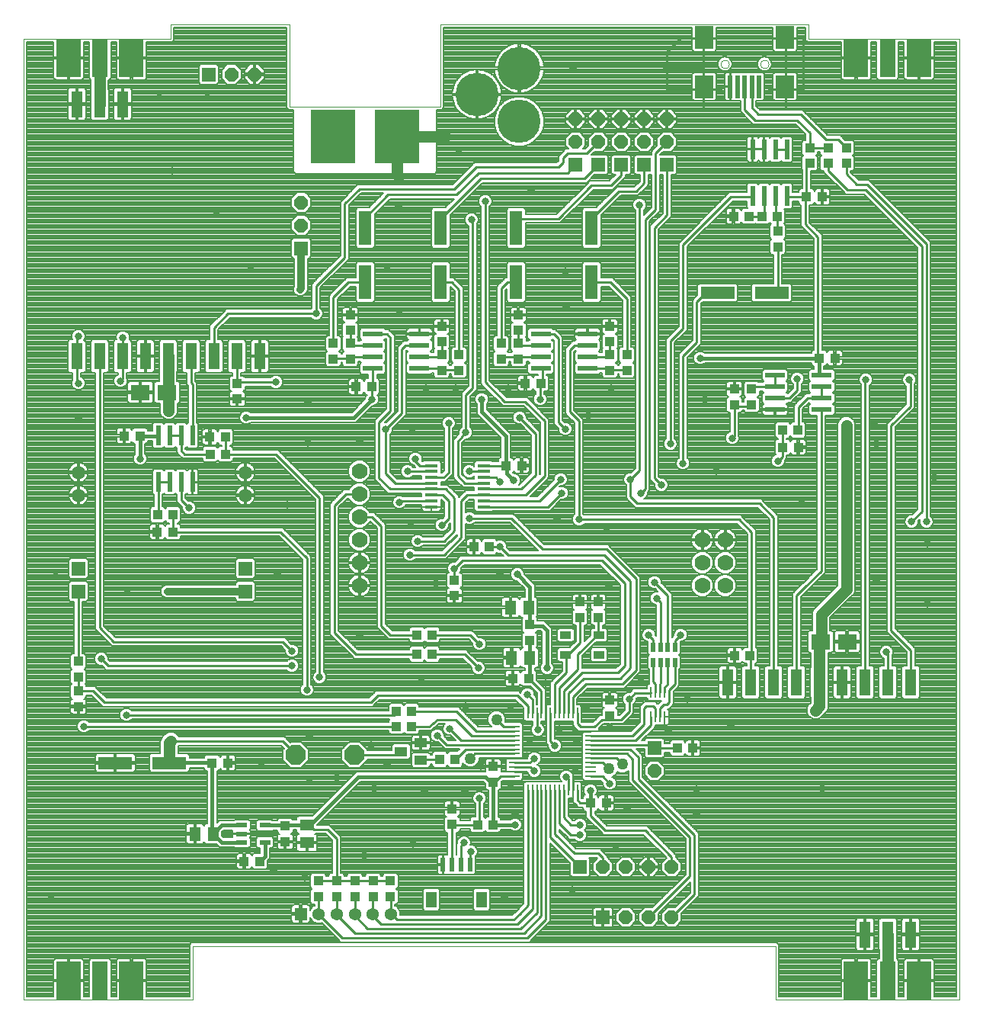
<source format=gtl>
G75*
G70*
%OFA0B0*%
%FSLAX24Y24*%
%IPPOS*%
%LPD*%
%AMOC8*
5,1,8,0,0,1.08239X$1,22.5*
%
%ADD10C,0.0000*%
%ADD11R,0.0700X0.1650*%
%ADD12R,0.1050X0.1650*%
%ADD13R,0.0512X0.1181*%
%ADD14R,0.0846X0.0709*%
%ADD15R,0.0866X0.0236*%
%ADD16R,0.0394X0.0433*%
%ADD17R,0.0433X0.0394*%
%ADD18R,0.0413X0.0425*%
%ADD19R,0.0425X0.0413*%
%ADD20R,0.0100X0.0450*%
%ADD21R,0.0450X0.0100*%
%ADD22R,0.0512X0.0630*%
%ADD23R,0.0236X0.0610*%
%ADD24R,0.0472X0.0709*%
%ADD25R,0.0551X0.1496*%
%ADD26R,0.0600X0.0600*%
%ADD27OC8,0.0600*%
%ADD28R,0.0500X0.0220*%
%ADD29R,0.0630X0.0512*%
%ADD30OC8,0.0850*%
%ADD31R,0.0551X0.0394*%
%ADD32R,0.0591X0.0591*%
%ADD33C,0.0591*%
%ADD34R,0.0236X0.0866*%
%ADD35R,0.0580X0.0140*%
%ADD36R,0.1496X0.0551*%
%ADD37C,0.0700*%
%ADD38R,0.0100X0.0460*%
%ADD39R,0.0200X0.0400*%
%ADD40R,0.0540X0.0540*%
%ADD41C,0.0540*%
%ADD42R,0.1969X0.2362*%
%ADD43C,0.1890*%
%ADD44R,0.0472X0.0354*%
%ADD45R,0.0197X0.0984*%
%ADD46R,0.0787X0.0984*%
%ADD47C,0.0500*%
%ADD48C,0.0100*%
%ADD49C,0.0317*%
%ADD50C,0.0079*%
%ADD51C,0.0500*%
%ADD52C,0.0320*%
%ADD53C,0.0160*%
D10*
X021939Y006539D02*
X029339Y006539D01*
X029339Y008889D01*
X054839Y008889D01*
X054839Y006539D01*
X062884Y006539D01*
X062884Y048546D01*
X056289Y048546D01*
X056289Y049189D01*
X040189Y049189D01*
X040189Y045589D01*
X033589Y045589D01*
X033589Y049189D01*
X028389Y049189D01*
X028389Y048546D01*
X021939Y048546D01*
X021939Y006539D01*
X023089Y006539D02*
X027489Y006539D01*
X057539Y006539D02*
X061939Y006539D01*
X054179Y047439D02*
X054181Y047465D01*
X054187Y047491D01*
X054197Y047516D01*
X054210Y047539D01*
X054226Y047559D01*
X054246Y047577D01*
X054268Y047592D01*
X054291Y047604D01*
X054317Y047612D01*
X054343Y047616D01*
X054369Y047616D01*
X054395Y047612D01*
X054421Y047604D01*
X054445Y047592D01*
X054466Y047577D01*
X054486Y047559D01*
X054502Y047539D01*
X054515Y047516D01*
X054525Y047491D01*
X054531Y047465D01*
X054533Y047439D01*
X054531Y047413D01*
X054525Y047387D01*
X054515Y047362D01*
X054502Y047339D01*
X054486Y047319D01*
X054466Y047301D01*
X054444Y047286D01*
X054421Y047274D01*
X054395Y047266D01*
X054369Y047262D01*
X054343Y047262D01*
X054317Y047266D01*
X054291Y047274D01*
X054267Y047286D01*
X054246Y047301D01*
X054226Y047319D01*
X054210Y047339D01*
X054197Y047362D01*
X054187Y047387D01*
X054181Y047413D01*
X054179Y047439D01*
X052446Y047439D02*
X052448Y047465D01*
X052454Y047491D01*
X052464Y047516D01*
X052477Y047539D01*
X052493Y047559D01*
X052513Y047577D01*
X052535Y047592D01*
X052558Y047604D01*
X052584Y047612D01*
X052610Y047616D01*
X052636Y047616D01*
X052662Y047612D01*
X052688Y047604D01*
X052712Y047592D01*
X052733Y047577D01*
X052753Y047559D01*
X052769Y047539D01*
X052782Y047516D01*
X052792Y047491D01*
X052798Y047465D01*
X052800Y047439D01*
X052798Y047413D01*
X052792Y047387D01*
X052782Y047362D01*
X052769Y047339D01*
X052753Y047319D01*
X052733Y047301D01*
X052711Y047286D01*
X052688Y047274D01*
X052662Y047266D01*
X052636Y047262D01*
X052610Y047262D01*
X052584Y047266D01*
X052558Y047274D01*
X052534Y047286D01*
X052513Y047301D01*
X052493Y047319D01*
X052477Y047339D01*
X052464Y047362D01*
X052454Y047387D01*
X052448Y047413D01*
X052446Y047439D01*
X057539Y048546D02*
X061939Y048546D01*
X027489Y048546D02*
X023089Y048546D01*
D11*
X025289Y047714D03*
X059739Y047714D03*
X059739Y007372D03*
X025289Y007372D03*
D12*
X023914Y007372D03*
X026665Y007372D03*
X058364Y007372D03*
X061115Y007372D03*
X061115Y047714D03*
X058364Y047714D03*
X026665Y047714D03*
X023914Y047714D03*
D13*
X024272Y045689D03*
X025272Y045689D03*
X026272Y045689D03*
X026272Y034666D03*
X027272Y034666D03*
X028272Y034666D03*
X029272Y034666D03*
X030272Y034666D03*
X031272Y034666D03*
X032272Y034666D03*
X025272Y034666D03*
X024272Y034666D03*
X052756Y020413D03*
X053756Y020413D03*
X054756Y020413D03*
X055756Y020413D03*
X056756Y020413D03*
X057756Y020413D03*
X058756Y020413D03*
X059756Y020413D03*
X060756Y020413D03*
X060756Y009389D03*
X059756Y009389D03*
X058756Y009389D03*
D14*
X057970Y022189D03*
X056809Y022189D03*
X028220Y033089D03*
X027059Y033089D03*
D15*
X037216Y034139D03*
X037216Y034639D03*
X037216Y035139D03*
X037216Y035639D03*
X039263Y035639D03*
X039263Y035139D03*
X039263Y034639D03*
X039263Y034139D03*
X044566Y034139D03*
X044566Y034639D03*
X044566Y035139D03*
X044566Y035639D03*
X046613Y035639D03*
X046613Y035139D03*
X046613Y034639D03*
X046613Y034139D03*
X054816Y033839D03*
X054816Y033339D03*
X054816Y032839D03*
X054816Y032339D03*
X056863Y032339D03*
X056863Y032839D03*
X056863Y033339D03*
X056863Y033839D03*
D16*
X055824Y031439D03*
X055155Y031439D03*
X047089Y023924D03*
X047089Y023255D03*
X046289Y023255D03*
X046289Y023924D03*
X044089Y022924D03*
X044089Y022255D03*
X039824Y022489D03*
X039155Y022489D03*
X039155Y021639D03*
X039824Y021639D03*
X038924Y019139D03*
X038924Y018489D03*
X038255Y018489D03*
X038255Y019139D03*
X040155Y017039D03*
X040824Y017039D03*
X041805Y014189D03*
X042474Y014189D03*
X050555Y017539D03*
X051224Y017539D03*
X053055Y021589D03*
X053724Y021589D03*
X042324Y026339D03*
X041655Y026339D03*
X030774Y030389D03*
X030105Y030389D03*
X028474Y027739D03*
X027805Y027739D03*
X053005Y040789D03*
X053674Y040789D03*
X054255Y040789D03*
X054924Y040789D03*
D17*
X054939Y040124D03*
X054939Y039455D03*
X056339Y043105D03*
X056339Y043774D03*
X057139Y043774D03*
X057139Y043105D03*
X057939Y043105D03*
X057939Y043774D03*
X047589Y035974D03*
X047589Y035305D03*
X047589Y034724D03*
X048339Y034724D03*
X048339Y034055D03*
X047589Y034055D03*
X043589Y034555D03*
X042839Y034555D03*
X042839Y035224D03*
X043589Y035224D03*
X043589Y035805D03*
X043589Y036474D03*
X040989Y034724D03*
X040239Y034724D03*
X040239Y035305D03*
X040239Y035974D03*
X040239Y034055D03*
X040989Y034055D03*
X036239Y034555D03*
X035489Y034555D03*
X035489Y035224D03*
X036239Y035224D03*
X036239Y035805D03*
X036239Y036474D03*
X031289Y033474D03*
X031289Y032805D03*
X040789Y024874D03*
X040789Y024205D03*
X053789Y032555D03*
X053789Y033224D03*
X037989Y011724D03*
X037989Y011055D03*
X037239Y011055D03*
X037239Y011724D03*
X036439Y011724D03*
X036439Y011055D03*
X035639Y011055D03*
X035639Y011724D03*
X034839Y011724D03*
X034839Y011055D03*
X024339Y019355D03*
X024339Y020024D03*
X024339Y020655D03*
X024339Y021324D03*
D18*
X030195Y016889D03*
X030884Y016889D03*
X031595Y012589D03*
X032284Y012589D03*
X043345Y020589D03*
X044034Y020589D03*
X046745Y015139D03*
X047434Y015139D03*
X043734Y029889D03*
X043045Y029889D03*
X043895Y033489D03*
X044584Y033489D03*
X037184Y033339D03*
X036495Y033339D03*
X030784Y031139D03*
X030095Y031139D03*
X027034Y031189D03*
X026345Y031189D03*
X027795Y026989D03*
X028484Y026989D03*
X055145Y030689D03*
X055834Y030689D03*
X056745Y034589D03*
X057434Y034589D03*
X056884Y041639D03*
X056195Y041639D03*
D19*
X053039Y033234D03*
X053039Y032545D03*
X047589Y019634D03*
X047589Y018945D03*
X042489Y016734D03*
X042489Y016045D03*
X040689Y014884D03*
X040689Y014195D03*
X033389Y014134D03*
X033389Y013445D03*
D20*
X044007Y015716D03*
X044204Y015716D03*
X044400Y015716D03*
X044597Y015716D03*
X044794Y015716D03*
X044991Y015716D03*
X045188Y015716D03*
X045385Y015716D03*
X045581Y015716D03*
X045778Y015716D03*
X045975Y015716D03*
X046172Y015716D03*
X046172Y019063D03*
X045975Y019063D03*
X045778Y019063D03*
X045581Y019063D03*
X045385Y019063D03*
X045188Y019063D03*
X044991Y019063D03*
X044794Y019063D03*
X044597Y019063D03*
X044400Y019063D03*
X044204Y019063D03*
X044007Y019063D03*
D21*
X043416Y018472D03*
X043416Y018275D03*
X043416Y018078D03*
X043416Y017881D03*
X043416Y017685D03*
X043416Y017488D03*
X043416Y017291D03*
X043416Y017094D03*
X043416Y016897D03*
X043416Y016700D03*
X043416Y016504D03*
X043416Y016307D03*
X046763Y016307D03*
X046763Y016504D03*
X046763Y016700D03*
X046763Y016897D03*
X046763Y017094D03*
X046763Y017291D03*
X046763Y017488D03*
X046763Y017685D03*
X046763Y017881D03*
X046763Y018078D03*
X046763Y018275D03*
X046763Y018472D03*
D22*
X044083Y021489D03*
X043296Y021489D03*
X043246Y023689D03*
X044033Y023689D03*
X030233Y013789D03*
X029446Y013789D03*
D23*
X040289Y012439D03*
X040683Y012439D03*
X041077Y012439D03*
X041470Y012439D03*
D24*
X041982Y010914D03*
X039778Y010914D03*
D25*
X040189Y037908D03*
X040189Y040270D03*
X036889Y040270D03*
X036889Y037908D03*
X043489Y037908D03*
X043489Y040270D03*
X046789Y040270D03*
X046789Y037908D03*
D26*
X047089Y043039D03*
X046089Y043039D03*
X048089Y043039D03*
X049089Y043039D03*
X050089Y043039D03*
X034089Y039389D03*
X030039Y046989D03*
X049539Y017539D03*
X046289Y012339D03*
X047289Y010139D03*
D27*
X048289Y010139D03*
X049289Y010139D03*
X050289Y010139D03*
X050289Y012339D03*
X049289Y012339D03*
X048289Y012339D03*
X047289Y012339D03*
X049539Y016539D03*
X034089Y040389D03*
X034089Y041389D03*
X032039Y046989D03*
X031039Y046989D03*
X046089Y045039D03*
X047089Y045039D03*
X047089Y044039D03*
X046089Y044039D03*
X048089Y044039D03*
X049089Y044039D03*
X050089Y044039D03*
X050089Y045039D03*
X049089Y045039D03*
X048089Y045039D03*
D28*
X032499Y014159D03*
X032499Y013419D03*
X031479Y013419D03*
X031479Y013789D03*
X031479Y014159D03*
D29*
X034339Y014183D03*
X034339Y013396D03*
D30*
X033859Y017239D03*
X036419Y017239D03*
D31*
X038456Y017389D03*
X039322Y017015D03*
X039322Y017763D03*
D32*
X031639Y024389D03*
X031639Y025389D03*
X024339Y025389D03*
X024339Y024389D03*
D33*
X024339Y028589D03*
X024339Y029589D03*
X031639Y029589D03*
X031639Y028589D03*
D34*
X029339Y029166D03*
X028839Y029166D03*
X028339Y029166D03*
X027839Y029166D03*
X027839Y031213D03*
X028339Y031213D03*
X028839Y031213D03*
X029339Y031213D03*
X053839Y041666D03*
X054339Y041666D03*
X054839Y041666D03*
X055339Y041666D03*
X055339Y043713D03*
X054839Y043713D03*
X054339Y043713D03*
X053839Y043713D03*
D35*
X042089Y029889D03*
X042089Y029629D03*
X042089Y029369D03*
X042089Y029119D03*
X042089Y028859D03*
X042089Y028609D03*
X042089Y028349D03*
X042089Y028089D03*
X039789Y028089D03*
X039789Y028349D03*
X039789Y028609D03*
X039789Y028859D03*
X039789Y029119D03*
X039789Y029369D03*
X039789Y029629D03*
X039789Y029889D03*
D36*
X052308Y037439D03*
X054670Y037439D03*
X028320Y016889D03*
X025958Y016889D03*
D37*
X036639Y024639D03*
X036639Y025639D03*
X036639Y026639D03*
X036639Y027639D03*
X036639Y028639D03*
X036639Y029639D03*
X051639Y026639D03*
X052639Y026639D03*
X052639Y025639D03*
X051639Y025639D03*
X051639Y024639D03*
X052639Y024639D03*
D38*
X049989Y019979D03*
X049789Y019979D03*
X049589Y019979D03*
X049389Y019979D03*
X049389Y018899D03*
X049589Y018899D03*
X049789Y018899D03*
X049989Y018899D03*
D39*
X050124Y021289D03*
X049809Y021289D03*
X049494Y021289D03*
X050439Y021289D03*
X050439Y021939D03*
X050124Y021939D03*
X049809Y021939D03*
X049494Y021939D03*
D40*
X034071Y010289D03*
D41*
X034858Y010289D03*
X035646Y010289D03*
X036433Y010289D03*
X037220Y010289D03*
X038008Y010289D03*
D42*
X038287Y044289D03*
X035492Y044289D03*
D43*
X041778Y046113D03*
X043629Y047255D03*
X043629Y044932D03*
D44*
X045661Y022472D03*
X045661Y021606D03*
X047118Y021606D03*
X047118Y022472D03*
D45*
X052859Y046455D03*
X053174Y046455D03*
X053489Y046455D03*
X053804Y046455D03*
X054119Y046455D03*
D46*
X055261Y046455D03*
X055261Y048620D03*
X051718Y048620D03*
X051718Y046455D03*
D47*
X042639Y018789D03*
X041489Y017089D03*
X047539Y016639D03*
X048139Y016839D03*
D48*
X047885Y017094D01*
X046763Y017094D01*
X046763Y016897D02*
X047281Y016897D01*
X047539Y016639D01*
X047272Y016307D02*
X047589Y015989D01*
X047272Y016307D02*
X046763Y016307D01*
X045989Y016189D02*
X045975Y016175D01*
X045975Y015716D01*
X045778Y015716D02*
X045778Y016200D01*
X045689Y016289D01*
X045581Y015716D02*
X045581Y014497D01*
X045889Y014189D01*
X046289Y014189D01*
X046289Y013739D02*
X045889Y013739D01*
X045385Y014244D01*
X045385Y015716D01*
X045188Y015716D02*
X045188Y015188D01*
X045189Y014739D01*
X045189Y013789D01*
X046039Y012939D01*
X047089Y012939D01*
X047289Y012739D01*
X047289Y012339D01*
X046289Y012339D02*
X044989Y013639D01*
X044989Y015139D01*
X044991Y015341D01*
X044991Y015716D01*
X044794Y015716D02*
X044794Y010044D01*
X043989Y009239D01*
X035889Y009239D01*
X034858Y010270D01*
X034858Y010289D01*
X034858Y011036D01*
X034839Y011055D01*
X034839Y011724D02*
X034839Y011739D01*
X035624Y011739D01*
X035639Y011724D01*
X035639Y013589D01*
X035239Y013989D01*
X034639Y013989D01*
X034489Y014139D01*
X034489Y014189D01*
X035639Y011739D02*
X036424Y011739D01*
X036439Y011724D01*
X036439Y011739D01*
X037224Y011739D01*
X037239Y011724D01*
X037239Y011739D01*
X037974Y011739D01*
X037989Y011724D01*
X037989Y011055D02*
X038008Y011036D01*
X038008Y010289D01*
X038039Y010289D01*
X038289Y010039D01*
X043389Y010039D01*
X043639Y010289D01*
X044007Y010672D01*
X044007Y015716D01*
X044204Y015716D02*
X044204Y010504D01*
X043539Y009839D01*
X037589Y009839D01*
X037220Y010208D01*
X037220Y010289D01*
X037220Y011036D01*
X037239Y011055D01*
X036439Y011055D02*
X036433Y011048D01*
X036433Y010289D01*
X036433Y010196D01*
X036989Y009639D01*
X043689Y009639D01*
X044400Y010350D01*
X044400Y015716D01*
X044597Y015716D02*
X044597Y010197D01*
X043839Y009439D01*
X036439Y009439D01*
X035646Y010233D01*
X035646Y010289D01*
X035646Y011048D01*
X035639Y011055D01*
X035639Y011724D02*
X035639Y011739D01*
X040683Y012439D02*
X040683Y014183D01*
X040689Y014189D01*
X041805Y014189D01*
X041889Y014189D01*
X041889Y015339D01*
X042489Y016045D02*
X042539Y016039D01*
X042807Y016307D01*
X043416Y016307D01*
X043416Y016504D02*
X043925Y016504D01*
X043939Y016439D01*
X044128Y016700D02*
X043416Y016700D01*
X043416Y016897D02*
X044097Y016897D01*
X044289Y017089D01*
X044128Y016700D02*
X044289Y016539D01*
X043844Y017094D02*
X043939Y017339D01*
X043844Y017094D02*
X043416Y017094D01*
X043044Y017094D01*
X042989Y017039D01*
X043416Y017291D02*
X041691Y017291D01*
X041489Y017089D01*
X041288Y017488D02*
X043416Y017488D01*
X043416Y017685D02*
X040444Y017685D01*
X040039Y018089D01*
X039689Y018489D02*
X038924Y018489D01*
X038389Y018489D02*
X038255Y018489D01*
X024589Y018489D01*
X025489Y019539D02*
X024989Y020039D01*
X024339Y020039D01*
X024339Y020655D01*
X024339Y020039D02*
X024339Y020024D01*
X025489Y019539D02*
X037139Y019539D01*
X037439Y019839D01*
X043539Y019839D01*
X044007Y019372D01*
X044007Y019063D01*
X044204Y019063D02*
X044204Y019675D01*
X043989Y019889D01*
X044597Y020026D02*
X044034Y020589D01*
X044597Y020026D02*
X044597Y019063D01*
X044400Y019063D02*
X044400Y018378D01*
X044439Y018339D01*
X044689Y018639D02*
X044794Y018744D01*
X044794Y019063D01*
X044794Y019444D01*
X044889Y019539D01*
X044991Y019063D02*
X044991Y017841D01*
X045189Y017639D01*
X045939Y018389D02*
X046054Y018275D01*
X046763Y018275D01*
X046763Y018078D02*
X048578Y018078D01*
X049089Y018589D01*
X049089Y019289D01*
X049189Y019389D01*
X049489Y019389D01*
X049589Y019289D01*
X049589Y018899D01*
X049389Y018899D02*
X049389Y018539D01*
X048889Y018039D01*
X048731Y017881D01*
X046763Y017881D01*
X046763Y017685D02*
X049389Y017685D01*
X049539Y017539D01*
X050555Y017539D01*
X049789Y018899D02*
X049789Y019289D01*
X049939Y019439D01*
X050089Y019439D01*
X050189Y019539D01*
X050189Y020089D01*
X050439Y020339D01*
X050439Y021289D01*
X050124Y021289D02*
X050124Y020354D01*
X049989Y020189D01*
X049989Y019979D01*
X049789Y019979D02*
X049789Y020339D01*
X049809Y020369D01*
X049809Y021289D01*
X049494Y021289D02*
X049494Y020434D01*
X049589Y020339D01*
X049589Y019979D01*
X049389Y019979D02*
X049389Y019939D01*
X048689Y019939D01*
X048439Y019689D01*
X048439Y019139D01*
X048089Y018789D01*
X047589Y018789D01*
X047589Y018945D01*
X047557Y018872D01*
X047589Y018789D01*
X047239Y018789D01*
X046922Y018472D01*
X046763Y018472D01*
X046307Y018472D01*
X046172Y018607D01*
X046172Y019063D01*
X045975Y019063D02*
X045975Y019775D01*
X046539Y020339D01*
X048139Y020339D01*
X048739Y020939D01*
X048739Y024939D01*
X047439Y026239D01*
X044639Y026239D01*
X043289Y027589D01*
X041439Y027589D01*
X042089Y028089D02*
X044889Y028089D01*
X045489Y028689D01*
X045439Y029289D02*
X044499Y028349D01*
X042089Y028349D01*
X042089Y028609D02*
X043909Y028609D01*
X044739Y029439D01*
X044739Y031839D01*
X043889Y032689D01*
X042989Y032689D01*
X042139Y033539D01*
X042139Y041439D01*
X041539Y040639D02*
X041589Y040589D01*
X041589Y033289D01*
X041289Y032989D01*
X041289Y031339D01*
X040939Y030939D01*
X040939Y029439D01*
X041259Y029119D01*
X042089Y029119D01*
X042089Y029369D02*
X042609Y029369D01*
X042789Y029189D01*
X043045Y029889D02*
X042089Y029889D01*
X042089Y029629D02*
X041449Y029629D01*
X041439Y029639D01*
X040539Y029589D02*
X040539Y031739D01*
X039089Y030189D02*
X039089Y030089D01*
X039289Y029889D01*
X039789Y029889D01*
X039789Y029629D02*
X038779Y029629D01*
X038739Y029639D01*
X038209Y029119D02*
X037789Y029539D01*
X037789Y031489D01*
X038489Y032189D01*
X038489Y034989D01*
X038639Y035139D01*
X039263Y035139D01*
X039263Y034639D02*
X040239Y034639D01*
X040239Y034724D01*
X040239Y035305D01*
X040989Y034724D02*
X040989Y037589D01*
X040670Y037908D01*
X040189Y037908D01*
X040189Y040270D02*
X040189Y040689D01*
X041939Y042439D01*
X046489Y042439D01*
X047089Y043039D01*
X046589Y043539D02*
X045739Y043539D01*
X045539Y043339D01*
X045539Y043139D01*
X045339Y042939D01*
X041739Y042939D01*
X041689Y042889D01*
X041739Y042939D02*
X040789Y041989D01*
X036639Y041989D01*
X035989Y041339D01*
X035989Y038989D01*
X034739Y037739D01*
X034739Y036539D01*
X030889Y036539D01*
X030272Y035922D01*
X030272Y034666D01*
X029272Y034666D02*
X029272Y033506D01*
X029339Y033439D01*
X029339Y031213D01*
X028839Y031213D02*
X028839Y030539D01*
X028989Y030389D01*
X030139Y030389D01*
X030124Y030405D01*
X030105Y030389D01*
X030774Y030389D02*
X030789Y030389D01*
X030789Y031139D01*
X030789Y030389D02*
X032989Y030389D01*
X034889Y028489D01*
X034889Y020639D01*
X034339Y020089D02*
X034339Y025839D01*
X033189Y026989D01*
X028489Y026989D01*
X028474Y027024D01*
X028489Y027039D02*
X028489Y026989D01*
X028484Y026989D02*
X028489Y027039D01*
X028489Y027239D01*
X028489Y027739D01*
X028474Y027739D01*
X028489Y027239D02*
X028484Y026989D01*
X027805Y027739D02*
X027800Y027766D01*
X027789Y027789D01*
X027839Y027839D01*
X027839Y029166D01*
X028339Y029166D01*
X028839Y029166D02*
X028839Y028388D01*
X029188Y028039D01*
X028839Y031213D02*
X028339Y031213D01*
X026189Y033589D02*
X026272Y033672D01*
X026272Y034666D01*
X026272Y035472D01*
X026289Y035489D01*
X025272Y034666D02*
X025272Y022806D01*
X025889Y022189D01*
X033289Y022189D01*
X033689Y021789D01*
X033689Y021139D02*
X025639Y021139D01*
X025339Y021439D01*
X024339Y021324D02*
X024339Y024389D01*
X026439Y018989D02*
X038139Y018989D01*
X038255Y019139D01*
X038924Y019139D02*
X040889Y019139D01*
X041754Y018275D01*
X043416Y018275D01*
X043416Y018078D02*
X041550Y018078D01*
X040839Y018789D01*
X040039Y018789D01*
X039689Y018489D01*
X040589Y018389D02*
X041097Y017881D01*
X043416Y017881D01*
X043416Y018472D02*
X042957Y018472D01*
X042639Y018789D01*
X041288Y017488D02*
X040839Y017039D01*
X040824Y017039D01*
X040155Y017039D02*
X039346Y017039D01*
X039322Y017015D01*
X038456Y017389D02*
X038339Y017389D01*
X038189Y017239D01*
X036419Y017239D01*
X033859Y017239D02*
X033859Y017269D01*
X033289Y017839D01*
X028389Y017839D01*
X035539Y022589D02*
X036489Y021639D01*
X039155Y021639D01*
X039824Y021639D02*
X041239Y021639D01*
X041839Y021039D01*
X041889Y022089D02*
X041489Y022489D01*
X039824Y022489D01*
X039155Y022489D02*
X037989Y022489D01*
X037589Y022889D01*
X037589Y027239D01*
X037189Y027639D01*
X036639Y027639D01*
X036039Y028639D02*
X035539Y028139D01*
X035539Y022589D01*
X038839Y025989D02*
X040339Y025989D01*
X041089Y026739D01*
X041089Y028339D01*
X041359Y028609D01*
X042089Y028609D01*
X042089Y028859D02*
X043709Y028859D01*
X044339Y029489D01*
X044339Y031289D01*
X043639Y031989D01*
X044539Y032789D02*
X044539Y033489D01*
X044584Y033489D01*
X044639Y033534D01*
X044639Y034139D01*
X044613Y034113D01*
X044539Y034113D01*
X044566Y034139D01*
X044566Y034639D02*
X043713Y034639D01*
X043589Y034555D01*
X043589Y034613D01*
X043515Y034613D01*
X043489Y034639D01*
X042939Y034639D01*
X042839Y034555D01*
X043589Y035224D02*
X043713Y035139D01*
X044566Y035139D01*
X044566Y035639D02*
X045139Y035639D01*
X045339Y035439D01*
X045339Y031789D01*
X045639Y031489D01*
X046239Y031839D02*
X045839Y032239D01*
X045839Y034939D01*
X046039Y035139D01*
X046613Y035139D01*
X046613Y034639D02*
X047615Y034639D01*
X047589Y034724D01*
X047589Y034739D01*
X047589Y035305D01*
X047615Y034739D02*
X047589Y034739D01*
X047513Y034139D02*
X046613Y034139D01*
X047513Y034139D02*
X047589Y034055D01*
X047589Y034089D01*
X048339Y034089D01*
X048339Y034055D01*
X048289Y034689D02*
X048339Y034724D01*
X048339Y037189D01*
X047620Y037908D01*
X046789Y037908D01*
X046789Y040270D02*
X046789Y040689D01*
X047989Y041889D01*
X048739Y041889D01*
X049089Y042239D01*
X049089Y043039D01*
X049589Y043539D02*
X049589Y041089D01*
X049139Y040639D01*
X049139Y028889D01*
X048939Y028689D01*
X048489Y028539D02*
X048489Y029289D01*
X048889Y029689D01*
X048889Y041289D01*
X049539Y040289D02*
X050089Y040839D01*
X050089Y043039D01*
X049589Y043539D02*
X050089Y044039D01*
X048089Y043039D02*
X048089Y042589D01*
X047639Y042139D01*
X046789Y042139D01*
X045339Y040689D01*
X043489Y040689D01*
X043489Y040739D01*
X043489Y040689D02*
X043489Y040270D01*
X043489Y037908D02*
X043108Y037908D01*
X042839Y037639D01*
X042839Y035224D01*
X043589Y035224D02*
X043589Y035805D01*
X040989Y034089D02*
X040989Y034055D01*
X040989Y034089D02*
X040239Y034089D01*
X040239Y034055D01*
X040239Y034139D01*
X039263Y034139D01*
X037989Y035489D02*
X037989Y032289D01*
X037489Y031789D01*
X037489Y029339D01*
X037969Y028859D01*
X039789Y028859D01*
X040419Y028859D01*
X040789Y028489D01*
X040789Y027039D01*
X040339Y026589D01*
X039189Y026589D01*
X040239Y027289D02*
X040539Y027589D01*
X040539Y028339D01*
X040269Y028609D01*
X039789Y028609D01*
X039789Y028349D02*
X038479Y028349D01*
X038489Y028339D01*
X038449Y028349D01*
X038389Y028289D01*
X038209Y029119D02*
X039789Y029119D01*
X039789Y029369D02*
X040319Y029369D01*
X040539Y029589D01*
X037189Y032789D02*
X037189Y033339D01*
X037184Y033339D01*
X037216Y033371D01*
X037216Y034139D01*
X037216Y034639D02*
X036239Y034639D01*
X036239Y034589D01*
X035389Y034589D01*
X035489Y034555D01*
X036239Y034555D02*
X036239Y034589D01*
X036239Y035139D02*
X036239Y035224D01*
X036239Y035805D01*
X035489Y035224D02*
X035489Y037239D01*
X036158Y037908D01*
X036889Y037908D01*
X037216Y035639D02*
X037839Y035639D01*
X037989Y035489D01*
X037216Y035139D02*
X036239Y035139D01*
X032989Y033539D02*
X031289Y033539D01*
X031289Y033474D01*
X031272Y033472D01*
X031272Y034666D01*
X031322Y033591D02*
X031289Y033474D01*
X036039Y028639D02*
X036639Y028639D01*
X040789Y025389D02*
X040789Y024874D01*
X040789Y025389D02*
X041139Y025739D01*
X047239Y025739D01*
X048239Y024739D01*
X048239Y021139D01*
X047939Y020839D01*
X046389Y020839D01*
X045581Y020031D01*
X045581Y019063D01*
X045385Y019063D02*
X045385Y020185D01*
X046189Y020989D01*
X046189Y021639D01*
X047039Y022489D01*
X047118Y022472D01*
X047089Y022501D01*
X047089Y023255D01*
X046289Y023255D02*
X046289Y022139D01*
X045756Y021606D01*
X045661Y021606D01*
X045689Y021578D01*
X045689Y020839D01*
X045188Y020338D01*
X045188Y019063D01*
X045778Y019063D02*
X045778Y019928D01*
X046439Y020589D01*
X048039Y020589D01*
X048489Y021039D01*
X048489Y024839D01*
X047339Y025989D01*
X043139Y025989D01*
X042789Y026339D01*
X042324Y026339D01*
X044033Y023689D02*
X044089Y023689D01*
X046239Y027539D02*
X053239Y027539D01*
X053789Y026989D01*
X053789Y021589D01*
X053724Y021589D01*
X053806Y021557D01*
X053789Y021539D01*
X053756Y021506D01*
X053756Y020413D01*
X054756Y020413D02*
X054756Y027622D01*
X054139Y028239D01*
X048789Y028239D01*
X048489Y028539D01*
X049539Y029339D02*
X049839Y029039D01*
X049539Y029339D02*
X049539Y040289D01*
X050789Y039539D02*
X052889Y041639D01*
X053839Y041639D01*
X053839Y041666D01*
X054339Y041666D02*
X054339Y040874D01*
X054255Y040789D01*
X053674Y040789D01*
X054839Y040874D02*
X054839Y041666D01*
X055339Y041666D02*
X055366Y041639D01*
X056139Y041639D01*
X056139Y040439D01*
X056689Y039889D01*
X056689Y034589D01*
X056739Y034589D01*
X056739Y034595D01*
X056745Y034589D01*
X056742Y033866D02*
X056863Y033839D01*
X056863Y033339D02*
X056863Y032839D01*
X056239Y032839D01*
X055839Y032439D01*
X055839Y031455D01*
X055824Y031439D01*
X055155Y031439D02*
X055139Y031439D01*
X055139Y030739D01*
X055139Y030695D01*
X055139Y030289D01*
X054939Y030089D01*
X055145Y030689D02*
X055139Y030739D01*
X055139Y030695D02*
X055145Y030689D01*
X053039Y031189D02*
X053039Y032545D01*
X053095Y032489D01*
X053789Y032489D01*
X053789Y032555D01*
X053789Y033224D02*
X053824Y033224D01*
X053939Y033339D01*
X054816Y033339D01*
X054816Y033839D01*
X055789Y033689D02*
X055789Y033189D01*
X055439Y032839D01*
X054816Y032839D01*
X056839Y032339D02*
X056839Y025289D01*
X056114Y024564D01*
X055764Y024213D01*
X055756Y024205D01*
X055756Y020413D01*
X058756Y020413D02*
X058756Y033572D01*
X058789Y033639D01*
X056889Y032339D02*
X056863Y032339D01*
X056839Y032339D01*
X059889Y031639D02*
X060739Y032489D01*
X060739Y033589D01*
X060689Y033639D01*
X059889Y031639D02*
X059889Y022689D01*
X060756Y021822D01*
X060756Y020413D01*
X059756Y020413D02*
X059756Y021672D01*
X059689Y021739D01*
X060789Y027439D02*
X061239Y027889D01*
X061239Y039489D01*
X058789Y041939D01*
X057989Y041939D01*
X057139Y042789D01*
X057139Y043105D01*
X057139Y043774D02*
X057224Y043789D01*
X056339Y043789D01*
X056339Y043774D01*
X056339Y043789D02*
X056339Y044439D01*
X055789Y044989D01*
X053939Y044989D01*
X053489Y045439D01*
X053489Y046455D01*
X053804Y046455D02*
X053804Y045524D01*
X054089Y045239D01*
X055939Y045239D01*
X057039Y044139D01*
X057589Y044139D01*
X057889Y043839D01*
X057939Y043774D01*
X057939Y043105D02*
X057939Y042639D01*
X058389Y042189D01*
X058839Y042189D01*
X061439Y039589D01*
X061439Y027439D01*
X053039Y031189D02*
X052939Y031089D01*
X050789Y029989D02*
X050789Y034689D01*
X051389Y035289D01*
X051389Y037039D01*
X051789Y037439D01*
X052308Y037439D01*
X050789Y035889D02*
X050789Y039539D01*
X046789Y040689D02*
X046789Y040739D01*
X045739Y042689D02*
X046089Y043039D01*
X045739Y042689D02*
X041839Y042689D01*
X041739Y042589D01*
X041839Y042689D02*
X040889Y041739D01*
X037889Y041739D01*
X036870Y040720D01*
X036889Y040270D01*
X046589Y043539D02*
X047089Y044039D01*
X050089Y046189D02*
X050089Y046339D01*
X052439Y046339D01*
X051689Y045539D02*
X051689Y047239D01*
X051689Y048939D01*
X050689Y048589D02*
X056039Y048589D01*
X056039Y046339D01*
X055289Y046339D01*
X055289Y048839D01*
X055289Y046339D02*
X054539Y046339D01*
X055289Y046339D02*
X055289Y045589D01*
X055339Y043713D02*
X054839Y043713D01*
X056195Y042960D02*
X056339Y043105D01*
X056195Y042960D02*
X056195Y041639D01*
X056139Y041639D01*
X054924Y040789D02*
X054924Y040139D01*
X054939Y040124D01*
X054924Y040789D02*
X054839Y040874D01*
X054939Y039455D02*
X054939Y037439D01*
X054670Y037439D01*
X050789Y035889D02*
X050239Y035339D01*
X050239Y030839D01*
X046239Y031839D02*
X046239Y027539D01*
X049539Y024789D02*
X050124Y024204D01*
X050124Y021939D01*
X049809Y021939D02*
X049809Y023919D01*
X049639Y024089D01*
X049289Y022489D02*
X049494Y022284D01*
X049494Y021939D01*
X050439Y021939D02*
X050439Y022239D01*
X050689Y022489D01*
X048491Y017488D02*
X046763Y017488D01*
X046763Y017291D02*
X048338Y017291D01*
X048589Y017039D01*
X048589Y016139D01*
X051089Y013639D01*
X051089Y011939D01*
X049289Y010139D01*
X050289Y010139D02*
X051289Y011139D01*
X051289Y013739D01*
X048839Y016189D01*
X048839Y017139D01*
X048491Y017488D01*
X046172Y015716D02*
X046172Y015257D01*
X046289Y015139D01*
X046745Y015139D01*
X046745Y014584D01*
X047389Y013939D01*
X049139Y013939D01*
X050289Y012789D01*
X050289Y012339D01*
X041508Y013008D02*
X041470Y012970D01*
X041470Y012439D01*
X041077Y012439D02*
X041077Y013277D01*
X041202Y013402D01*
X040689Y014189D02*
X040689Y014195D01*
X040689Y014189D02*
X040696Y014196D01*
X024339Y033489D02*
X024272Y033572D01*
X024272Y034666D01*
X024272Y035472D01*
X024339Y035539D01*
X050089Y046339D02*
X050089Y047239D01*
X051689Y047239D01*
X050089Y047239D02*
X050089Y047989D01*
X050689Y048589D01*
D49*
X050089Y047239D03*
X045989Y047239D03*
X040989Y043689D03*
X039039Y043339D03*
X038539Y043339D03*
X038039Y043339D03*
X037539Y043339D03*
X036239Y043339D03*
X035739Y043339D03*
X035239Y043339D03*
X034739Y043339D03*
X034739Y045189D03*
X035239Y045189D03*
X035739Y045189D03*
X036239Y045189D03*
X037539Y045189D03*
X038039Y045189D03*
X038539Y045189D03*
X039039Y045189D03*
X038339Y041239D03*
X041539Y040639D03*
X042139Y041439D03*
X044139Y041939D03*
X045639Y038389D03*
X045689Y036839D03*
X047639Y033289D03*
X046639Y032089D03*
X045639Y031489D03*
X044539Y032789D03*
X043639Y031989D03*
X043139Y033289D03*
X041989Y032789D03*
X040839Y033289D03*
X039539Y033289D03*
X040539Y031739D03*
X041289Y031339D03*
X041439Y029639D03*
X042789Y029189D03*
X043389Y029239D03*
X045439Y029289D03*
X045489Y028689D03*
X045289Y027539D03*
X046239Y027539D03*
X047439Y027139D03*
X048939Y028689D03*
X048489Y029289D03*
X049839Y029039D03*
X050789Y029989D03*
X050239Y030839D03*
X052239Y029639D03*
X052939Y031089D03*
X051739Y032789D03*
X051539Y034589D03*
X055789Y033689D03*
X057939Y031639D03*
X059139Y031739D03*
X059239Y030839D03*
X061789Y029389D03*
X061439Y027439D03*
X060789Y027439D03*
X061489Y026489D03*
X059239Y024889D03*
X061489Y023839D03*
X059689Y021739D03*
X056589Y019189D03*
X052889Y018539D03*
X050989Y019689D03*
X050139Y018289D03*
X048439Y019689D03*
X048939Y020489D03*
X049289Y022489D03*
X050689Y022489D03*
X049639Y024089D03*
X049539Y024789D03*
X047539Y024639D03*
X043539Y025139D03*
X042789Y025139D03*
X042789Y026339D03*
X041439Y027589D03*
X040239Y027289D03*
X039189Y026589D03*
X038839Y025989D03*
X038889Y027389D03*
X038389Y028289D03*
X038739Y029639D03*
X039089Y030189D03*
X038939Y031389D03*
X037789Y031489D03*
X036639Y030939D03*
X037189Y032789D03*
X034389Y032639D03*
X032989Y033539D03*
X031689Y031989D03*
X034389Y030889D03*
X033489Y028189D03*
X033039Y025139D03*
X036639Y022439D03*
X034889Y020639D03*
X034339Y020089D03*
X033689Y021139D03*
X033689Y021789D03*
X034439Y018039D03*
X034439Y016189D03*
X035639Y016239D03*
X037289Y015789D03*
X037839Y016839D03*
X037139Y017689D03*
X039489Y015689D03*
X041239Y015639D03*
X041889Y015339D03*
X043239Y015939D03*
X041939Y016739D03*
X044089Y017889D03*
X044439Y018339D03*
X045389Y018389D03*
X045189Y017639D03*
X046139Y017839D03*
X046089Y016639D03*
X045689Y016289D03*
X046739Y015689D03*
X047589Y015989D03*
X048339Y014889D03*
X047839Y013139D03*
X046289Y013739D03*
X046289Y014189D03*
X043439Y014189D03*
X043439Y014639D03*
X044289Y016539D03*
X044289Y017089D03*
X043239Y019339D03*
X043989Y019889D03*
X044789Y020389D03*
X044839Y021039D03*
X046539Y019289D03*
X047589Y018439D03*
X051389Y015739D03*
X051389Y014639D03*
X045939Y011339D03*
X042989Y011039D03*
X041508Y013008D03*
X041202Y013402D03*
X038989Y013339D03*
X036839Y012839D03*
X034239Y011889D03*
X032889Y012189D03*
X030889Y013789D03*
X032339Y016889D03*
X028389Y017839D03*
X026439Y018989D03*
X024589Y018489D03*
X025339Y021439D03*
X026489Y024439D03*
X028239Y024389D03*
X029188Y028039D03*
X027039Y030189D03*
X028289Y032289D03*
X026189Y033589D03*
X024339Y033489D03*
X024339Y031989D03*
X024339Y035539D03*
X026289Y035489D03*
X031889Y038489D03*
X034039Y037589D03*
X034739Y036539D03*
X037839Y038489D03*
X038389Y036639D03*
X030389Y040989D03*
X028439Y042789D03*
X027889Y045989D03*
X029989Y045989D03*
X048889Y041289D03*
X058789Y033639D03*
X060689Y033639D03*
X054939Y030089D03*
X055989Y028239D03*
X041889Y022089D03*
X041839Y021039D03*
X041289Y019389D03*
X040589Y018389D03*
X040039Y018089D03*
X039339Y020439D03*
X039989Y024739D03*
X040789Y025389D03*
X056889Y015789D03*
X025289Y007989D03*
X025289Y007439D03*
X025289Y006889D03*
X023139Y010989D03*
X023339Y025039D03*
X059739Y047089D03*
X059739Y047639D03*
X059739Y048189D03*
D50*
X059250Y048217D02*
X059028Y048217D01*
X059028Y048140D02*
X059250Y048140D01*
X059250Y048063D02*
X059028Y048063D01*
X059028Y047985D02*
X059250Y047985D01*
X059250Y047908D02*
X059028Y047908D01*
X059028Y047831D02*
X059250Y047831D01*
X059250Y047754D02*
X059028Y047754D01*
X059028Y047753D02*
X059028Y048407D01*
X059250Y048407D01*
X059250Y046831D01*
X059332Y046749D01*
X060147Y046749D01*
X060229Y046831D01*
X060229Y048407D01*
X060451Y048407D01*
X060451Y047753D01*
X061076Y047753D01*
X061076Y047674D01*
X061155Y047674D01*
X061155Y047753D01*
X061780Y047753D01*
X061780Y048407D01*
X062745Y048407D01*
X062745Y006679D01*
X061780Y006679D01*
X061780Y007333D01*
X061155Y007333D01*
X061155Y007412D01*
X061076Y007412D01*
X061076Y008337D01*
X060572Y008337D01*
X060536Y008327D01*
X060505Y008309D01*
X060479Y008283D01*
X060460Y008251D01*
X060451Y008216D01*
X060451Y007412D01*
X061076Y007412D01*
X061076Y007333D01*
X060451Y007333D01*
X060451Y006679D01*
X060229Y006679D01*
X060229Y008255D01*
X060147Y008337D01*
X060146Y008337D01*
X060146Y008735D01*
X060152Y008741D01*
X060152Y010038D01*
X060070Y010119D01*
X059443Y010119D01*
X059361Y010038D01*
X059361Y008741D01*
X059367Y008735D01*
X059367Y008337D01*
X059332Y008337D01*
X059250Y008255D01*
X059250Y006679D01*
X059028Y006679D01*
X059028Y007333D01*
X058403Y007333D01*
X058403Y007412D01*
X058324Y007412D01*
X058324Y008337D01*
X057820Y008337D01*
X057785Y008327D01*
X057753Y008309D01*
X057727Y008283D01*
X057709Y008251D01*
X057699Y008216D01*
X057699Y007412D01*
X058324Y007412D01*
X058324Y007333D01*
X057699Y007333D01*
X057699Y006679D01*
X054979Y006679D01*
X054979Y008947D01*
X054897Y009029D01*
X029282Y009029D01*
X029200Y008947D01*
X029200Y006679D01*
X027330Y006679D01*
X027330Y007333D01*
X026705Y007333D01*
X026705Y007412D01*
X026626Y007412D01*
X026626Y008337D01*
X026122Y008337D01*
X026086Y008327D01*
X026055Y008309D01*
X026029Y008283D01*
X026010Y008251D01*
X026001Y008216D01*
X026001Y007412D01*
X026626Y007412D01*
X026626Y007333D01*
X026001Y007333D01*
X026001Y006679D01*
X025779Y006679D01*
X025779Y008255D01*
X025697Y008337D01*
X024882Y008337D01*
X024800Y008255D01*
X024800Y006679D01*
X024578Y006679D01*
X024578Y007333D01*
X023953Y007333D01*
X023953Y007412D01*
X023874Y007412D01*
X023874Y008337D01*
X023370Y008337D01*
X023335Y008327D01*
X023303Y008309D01*
X023277Y008283D01*
X023259Y008251D01*
X023249Y008216D01*
X023249Y007412D01*
X023874Y007412D01*
X023874Y007333D01*
X023249Y007333D01*
X023249Y006679D01*
X022079Y006679D01*
X022079Y048407D01*
X023249Y048407D01*
X023249Y047753D01*
X023874Y047753D01*
X023874Y047674D01*
X023953Y047674D01*
X023953Y046749D01*
X024457Y046749D01*
X024492Y046759D01*
X024524Y046777D01*
X024550Y046803D01*
X024568Y046835D01*
X024578Y046870D01*
X024578Y047674D01*
X023953Y047674D01*
X023953Y047753D01*
X024578Y047753D01*
X024578Y048407D01*
X024800Y048407D01*
X024800Y046831D01*
X024882Y046749D01*
X024883Y046749D01*
X024883Y046344D01*
X024877Y046338D01*
X024877Y045041D01*
X024959Y044959D01*
X025586Y044959D01*
X025668Y045041D01*
X025668Y046338D01*
X025662Y046344D01*
X025662Y046749D01*
X025697Y046749D01*
X025779Y046831D01*
X025779Y048407D01*
X026001Y048407D01*
X026001Y047753D01*
X026626Y047753D01*
X026626Y047674D01*
X026705Y047674D01*
X026705Y047753D01*
X027330Y047753D01*
X027330Y048407D01*
X028447Y048407D01*
X028529Y048489D01*
X028529Y049050D01*
X033450Y049050D01*
X033450Y045532D01*
X033532Y045450D01*
X033750Y045450D01*
X033750Y042732D01*
X033832Y042650D01*
X039947Y042650D01*
X040029Y042732D01*
X040029Y045450D01*
X040247Y045450D01*
X040329Y045532D01*
X040329Y049050D01*
X051185Y049050D01*
X051185Y048071D01*
X051266Y047989D01*
X052169Y047989D01*
X052251Y048071D01*
X052251Y049050D01*
X054728Y049050D01*
X054728Y048071D01*
X054810Y047989D01*
X055712Y047989D01*
X055794Y048071D01*
X055794Y049050D01*
X056150Y049050D01*
X056150Y048489D01*
X056232Y048407D01*
X057699Y048407D01*
X057699Y047753D01*
X058324Y047753D01*
X058324Y047674D01*
X058403Y047674D01*
X058403Y046749D01*
X058907Y046749D01*
X058942Y046759D01*
X058974Y046777D01*
X059000Y046803D01*
X059018Y046835D01*
X059028Y046870D01*
X059028Y047674D01*
X058403Y047674D01*
X058403Y047753D01*
X059028Y047753D01*
X059028Y047599D02*
X059250Y047599D01*
X059250Y047522D02*
X059028Y047522D01*
X059028Y047445D02*
X059250Y047445D01*
X059250Y047367D02*
X059028Y047367D01*
X059028Y047290D02*
X059250Y047290D01*
X059250Y047213D02*
X059028Y047213D01*
X059028Y047136D02*
X059250Y047136D01*
X059250Y047059D02*
X059028Y047059D01*
X059028Y046981D02*
X059250Y046981D01*
X059250Y046904D02*
X059028Y046904D01*
X059014Y046827D02*
X059254Y046827D01*
X059331Y046750D02*
X058908Y046750D01*
X058403Y046750D02*
X058324Y046750D01*
X058324Y046749D02*
X058324Y047674D01*
X057699Y047674D01*
X057699Y046870D01*
X057709Y046835D01*
X057727Y046803D01*
X057753Y046777D01*
X057785Y046759D01*
X057820Y046749D01*
X058324Y046749D01*
X058324Y046827D02*
X058403Y046827D01*
X058403Y046904D02*
X058324Y046904D01*
X058324Y046981D02*
X058403Y046981D01*
X058403Y047059D02*
X058324Y047059D01*
X058324Y047136D02*
X058403Y047136D01*
X058403Y047213D02*
X058324Y047213D01*
X058324Y047290D02*
X058403Y047290D01*
X058403Y047367D02*
X058324Y047367D01*
X058324Y047445D02*
X058403Y047445D01*
X058403Y047522D02*
X058324Y047522D01*
X058324Y047599D02*
X058403Y047599D01*
X058403Y047676D02*
X059250Y047676D01*
X059250Y048294D02*
X059028Y048294D01*
X059028Y048372D02*
X059250Y048372D01*
X060229Y048372D02*
X060451Y048372D01*
X060451Y048294D02*
X060229Y048294D01*
X060229Y048217D02*
X060451Y048217D01*
X060451Y048140D02*
X060229Y048140D01*
X060229Y048063D02*
X060451Y048063D01*
X060451Y047985D02*
X060229Y047985D01*
X060229Y047908D02*
X060451Y047908D01*
X060451Y047831D02*
X060229Y047831D01*
X060229Y047754D02*
X060451Y047754D01*
X060451Y047674D02*
X060451Y046870D01*
X060460Y046835D01*
X060479Y046803D01*
X060505Y046777D01*
X060536Y046759D01*
X060572Y046749D01*
X061076Y046749D01*
X061076Y047674D01*
X060451Y047674D01*
X060451Y047599D02*
X060229Y047599D01*
X060229Y047522D02*
X060451Y047522D01*
X060451Y047445D02*
X060229Y047445D01*
X060229Y047367D02*
X060451Y047367D01*
X060451Y047290D02*
X060229Y047290D01*
X060229Y047213D02*
X060451Y047213D01*
X060451Y047136D02*
X060229Y047136D01*
X060229Y047059D02*
X060451Y047059D01*
X060451Y046981D02*
X060229Y046981D01*
X060229Y046904D02*
X060451Y046904D01*
X060465Y046827D02*
X060225Y046827D01*
X060147Y046750D02*
X060571Y046750D01*
X061076Y046750D02*
X061155Y046750D01*
X061155Y046749D02*
X061659Y046749D01*
X061694Y046759D01*
X061726Y046777D01*
X061752Y046803D01*
X061770Y046835D01*
X061780Y046870D01*
X061780Y047674D01*
X061155Y047674D01*
X061155Y046749D01*
X061155Y046827D02*
X061076Y046827D01*
X061076Y046904D02*
X061155Y046904D01*
X061155Y046981D02*
X061076Y046981D01*
X061076Y047059D02*
X061155Y047059D01*
X061155Y047136D02*
X061076Y047136D01*
X061076Y047213D02*
X061155Y047213D01*
X061155Y047290D02*
X061076Y047290D01*
X061076Y047367D02*
X061155Y047367D01*
X061155Y047445D02*
X061076Y047445D01*
X061076Y047522D02*
X061155Y047522D01*
X061155Y047599D02*
X061076Y047599D01*
X061076Y047676D02*
X060229Y047676D01*
X061155Y047676D02*
X062745Y047676D01*
X062745Y047599D02*
X061780Y047599D01*
X061780Y047522D02*
X062745Y047522D01*
X062745Y047445D02*
X061780Y047445D01*
X061780Y047367D02*
X062745Y047367D01*
X062745Y047290D02*
X061780Y047290D01*
X061780Y047213D02*
X062745Y047213D01*
X062745Y047136D02*
X061780Y047136D01*
X061780Y047059D02*
X062745Y047059D01*
X062745Y046981D02*
X061780Y046981D01*
X061780Y046904D02*
X062745Y046904D01*
X062745Y046827D02*
X061765Y046827D01*
X061660Y046750D02*
X062745Y046750D01*
X062745Y046672D02*
X055794Y046672D01*
X055794Y046595D02*
X062745Y046595D01*
X062745Y046518D02*
X055794Y046518D01*
X055794Y046441D02*
X062745Y046441D01*
X062745Y046363D02*
X055794Y046363D01*
X055794Y046286D02*
X062745Y046286D01*
X062745Y046209D02*
X055794Y046209D01*
X055794Y046132D02*
X062745Y046132D01*
X062745Y046054D02*
X055794Y046054D01*
X055794Y045977D02*
X062745Y045977D01*
X062745Y045900D02*
X055789Y045900D01*
X055794Y045905D02*
X055794Y047005D01*
X055712Y047087D01*
X054810Y047087D01*
X054728Y047005D01*
X054728Y045905D01*
X054810Y045824D01*
X055712Y045824D01*
X055794Y045905D01*
X056018Y045429D02*
X054168Y045429D01*
X053994Y045603D01*
X053994Y045824D01*
X054275Y045824D01*
X054357Y045905D01*
X054357Y047005D01*
X054275Y047087D01*
X053963Y047087D01*
X053962Y047085D01*
X053960Y047087D01*
X053648Y047087D01*
X053647Y047085D01*
X053646Y047087D01*
X053333Y047087D01*
X053332Y047085D01*
X053331Y047087D01*
X053018Y047087D01*
X053009Y047078D01*
X052976Y047087D01*
X052869Y047087D01*
X052869Y046465D01*
X052850Y046465D01*
X052850Y047087D01*
X052743Y047087D01*
X052707Y047077D01*
X052675Y047059D01*
X052649Y047033D01*
X052631Y047001D01*
X052622Y046966D01*
X052622Y046465D01*
X052850Y046465D01*
X052850Y046445D01*
X052869Y046445D01*
X052869Y045824D01*
X052976Y045824D01*
X053009Y045833D01*
X053018Y045824D01*
X053300Y045824D01*
X053300Y045361D01*
X053750Y044911D01*
X053861Y044800D01*
X055711Y044800D01*
X056150Y044361D01*
X056150Y044110D01*
X056065Y044110D01*
X055983Y044029D01*
X055983Y043519D01*
X056064Y043439D01*
X055983Y043359D01*
X055983Y042850D01*
X056006Y042828D01*
X056006Y041991D01*
X055930Y041991D01*
X055849Y041910D01*
X055849Y041829D01*
X055597Y041829D01*
X055597Y042157D01*
X055515Y042238D01*
X055164Y042238D01*
X055089Y042164D01*
X055015Y042238D01*
X054664Y042238D01*
X054589Y042164D01*
X054515Y042238D01*
X054164Y042238D01*
X054089Y042164D01*
X054015Y042238D01*
X053664Y042238D01*
X053582Y042157D01*
X053582Y041829D01*
X052811Y041829D01*
X050600Y039618D01*
X050600Y035968D01*
X050050Y035418D01*
X050050Y031071D01*
X049987Y031008D01*
X049942Y030899D01*
X049942Y030780D01*
X049987Y030671D01*
X050071Y030587D01*
X050180Y030542D01*
X050299Y030542D01*
X050408Y030587D01*
X050492Y030671D01*
X050537Y030780D01*
X050537Y030899D01*
X050492Y031008D01*
X050429Y031071D01*
X050429Y035261D01*
X050868Y035700D01*
X050979Y035811D01*
X050979Y039461D01*
X052968Y041450D01*
X053582Y041450D01*
X053582Y041175D01*
X053612Y041145D01*
X053419Y041145D01*
X053338Y041064D01*
X053338Y041036D01*
X053331Y041060D01*
X053313Y041091D01*
X053287Y041117D01*
X053255Y041136D01*
X053220Y041145D01*
X053044Y041145D01*
X053044Y040829D01*
X052965Y040829D01*
X052965Y040750D01*
X052669Y040750D01*
X052669Y040554D01*
X052678Y040519D01*
X052696Y040487D01*
X052722Y040461D01*
X052754Y040443D01*
X052790Y040433D01*
X052965Y040433D01*
X052965Y040750D01*
X053044Y040750D01*
X053044Y040433D01*
X053220Y040433D01*
X053255Y040443D01*
X053287Y040461D01*
X053313Y040487D01*
X053331Y040519D01*
X053338Y040543D01*
X053338Y040515D01*
X053419Y040433D01*
X053929Y040433D01*
X053964Y040469D01*
X054000Y040433D01*
X054509Y040433D01*
X054589Y040514D01*
X054654Y040449D01*
X054583Y040379D01*
X054583Y039869D01*
X054664Y039789D01*
X054583Y039709D01*
X054583Y039200D01*
X054665Y039119D01*
X054750Y039119D01*
X054750Y037854D01*
X053865Y037854D01*
X053783Y037773D01*
X053783Y037106D01*
X053865Y037024D01*
X055476Y037024D01*
X055558Y037106D01*
X055558Y037773D01*
X055476Y037854D01*
X055129Y037854D01*
X055129Y039119D01*
X055214Y039119D01*
X055295Y039200D01*
X055295Y039709D01*
X055215Y039789D01*
X055295Y039869D01*
X055295Y040379D01*
X055214Y040460D01*
X055205Y040460D01*
X055260Y040515D01*
X055260Y041064D01*
X055231Y041093D01*
X055515Y041093D01*
X055597Y041175D01*
X055597Y041450D01*
X055849Y041450D01*
X055849Y041369D01*
X055930Y041287D01*
X055950Y041287D01*
X055950Y040361D01*
X056500Y039811D01*
X056500Y034941D01*
X056480Y034941D01*
X056399Y034860D01*
X056399Y034809D01*
X051741Y034809D01*
X051708Y034842D01*
X051599Y034887D01*
X051480Y034887D01*
X051371Y034842D01*
X051287Y034758D01*
X051242Y034649D01*
X051242Y034530D01*
X051287Y034421D01*
X051371Y034337D01*
X051480Y034292D01*
X051599Y034292D01*
X051708Y034337D01*
X051741Y034370D01*
X056399Y034370D01*
X056399Y034319D01*
X056480Y034237D01*
X056522Y034237D01*
X056522Y034097D01*
X056372Y034097D01*
X056291Y034015D01*
X056291Y033664D01*
X056365Y033589D01*
X056291Y033515D01*
X056291Y033164D01*
X056365Y033089D01*
X056304Y033029D01*
X056161Y033029D01*
X056050Y032918D01*
X056050Y032918D01*
X055761Y032629D01*
X055650Y032518D01*
X055650Y031795D01*
X055569Y031795D01*
X055489Y031715D01*
X055409Y031795D01*
X054900Y031795D01*
X054819Y031714D01*
X054819Y031165D01*
X054900Y031083D01*
X054950Y031083D01*
X054950Y031041D01*
X054880Y031041D01*
X054799Y030960D01*
X054799Y030419D01*
X054845Y030373D01*
X054771Y030342D01*
X054687Y030258D01*
X054642Y030149D01*
X054642Y030030D01*
X054687Y029921D01*
X054771Y029837D01*
X054880Y029792D01*
X054999Y029792D01*
X055108Y029837D01*
X055192Y029921D01*
X055237Y030030D01*
X055237Y030119D01*
X055329Y030211D01*
X055329Y030337D01*
X055409Y030337D01*
X055491Y030419D01*
X055491Y030447D01*
X055497Y030423D01*
X055516Y030391D01*
X055542Y030365D01*
X055573Y030347D01*
X055609Y030337D01*
X055794Y030337D01*
X055794Y030650D01*
X055873Y030650D01*
X055873Y030337D01*
X056059Y030337D01*
X056094Y030347D01*
X056126Y030365D01*
X056152Y030391D01*
X056170Y030423D01*
X056180Y030458D01*
X056180Y030650D01*
X055873Y030650D01*
X055873Y030729D01*
X055794Y030729D01*
X055794Y031041D01*
X055609Y031041D01*
X055573Y031032D01*
X055542Y031013D01*
X055516Y030988D01*
X055497Y030956D01*
X055491Y030932D01*
X055491Y030960D01*
X055409Y031041D01*
X055329Y031041D01*
X055329Y031083D01*
X055409Y031083D01*
X055489Y031164D01*
X055569Y031083D01*
X056079Y031083D01*
X056160Y031165D01*
X056160Y031714D01*
X056079Y031795D01*
X056029Y031795D01*
X056029Y032361D01*
X056311Y032643D01*
X056365Y032589D01*
X056291Y032515D01*
X056291Y032164D01*
X056372Y032082D01*
X056650Y032082D01*
X056650Y025368D01*
X056036Y024754D01*
X056036Y024754D01*
X055980Y024698D01*
X055925Y024643D01*
X055925Y024643D01*
X055630Y024347D01*
X055567Y024284D01*
X055567Y021143D01*
X055443Y021143D01*
X055361Y021061D01*
X055361Y019765D01*
X055443Y019683D01*
X056070Y019683D01*
X056152Y019765D01*
X056152Y021061D01*
X056070Y021143D01*
X055946Y021143D01*
X055946Y024127D01*
X055954Y024135D01*
X056249Y024431D01*
X057029Y025211D01*
X057029Y032082D01*
X057354Y032082D01*
X057435Y032164D01*
X057435Y032515D01*
X057361Y032589D01*
X057435Y032664D01*
X057435Y033015D01*
X057361Y033089D01*
X057435Y033164D01*
X057435Y033515D01*
X057361Y033589D01*
X057435Y033664D01*
X057435Y034015D01*
X057354Y034097D01*
X056961Y034097D01*
X056961Y034237D01*
X057009Y034237D01*
X057091Y034319D01*
X057091Y034347D01*
X057097Y034323D01*
X057116Y034291D01*
X057142Y034265D01*
X057173Y034247D01*
X057209Y034237D01*
X057394Y034237D01*
X057394Y034550D01*
X057473Y034550D01*
X057473Y034237D01*
X057659Y034237D01*
X057694Y034247D01*
X057726Y034265D01*
X057752Y034291D01*
X057770Y034323D01*
X057780Y034358D01*
X057780Y034550D01*
X057473Y034550D01*
X057473Y034629D01*
X057394Y034629D01*
X057394Y034941D01*
X057209Y034941D01*
X057173Y034932D01*
X057019Y034932D01*
X057009Y034941D02*
X056879Y034941D01*
X056879Y039968D01*
X056768Y040079D01*
X056329Y040518D01*
X056329Y041287D01*
X056459Y041287D01*
X056541Y041369D01*
X056541Y041397D01*
X056547Y041373D01*
X056566Y041341D01*
X056592Y041315D01*
X056623Y041297D01*
X056659Y041287D01*
X056844Y041287D01*
X056844Y041600D01*
X056923Y041600D01*
X056923Y041287D01*
X057109Y041287D01*
X057144Y041297D01*
X057176Y041315D01*
X057202Y041341D01*
X057220Y041373D01*
X057230Y041408D01*
X057230Y041600D01*
X056923Y041600D01*
X056923Y041679D01*
X056844Y041679D01*
X056844Y041991D01*
X056659Y041991D01*
X056623Y041982D01*
X056592Y041963D01*
X056566Y041938D01*
X056547Y041906D01*
X056541Y041882D01*
X056541Y041910D01*
X056459Y041991D01*
X056384Y041991D01*
X056384Y042769D01*
X056614Y042769D01*
X056695Y042850D01*
X056695Y043359D01*
X056615Y043439D01*
X056695Y043519D01*
X056695Y043600D01*
X056783Y043600D01*
X056783Y043519D01*
X056864Y043439D01*
X056783Y043359D01*
X056783Y042850D01*
X056865Y042769D01*
X056950Y042769D01*
X056950Y042711D01*
X057800Y041861D01*
X057911Y041750D01*
X058711Y041750D01*
X061050Y039411D01*
X061050Y027968D01*
X060819Y027737D01*
X060730Y027737D01*
X060621Y027692D01*
X060537Y027608D01*
X060492Y027499D01*
X060492Y027380D01*
X060537Y027271D01*
X060621Y027187D01*
X060730Y027142D01*
X060849Y027142D01*
X060958Y027187D01*
X061042Y027271D01*
X061087Y027380D01*
X061087Y027469D01*
X061159Y027542D01*
X061142Y027499D01*
X061142Y027380D01*
X061187Y027271D01*
X061271Y027187D01*
X061380Y027142D01*
X061499Y027142D01*
X061608Y027187D01*
X061692Y027271D01*
X061737Y027380D01*
X061737Y027499D01*
X061692Y027608D01*
X061629Y027671D01*
X061629Y039668D01*
X061518Y039779D01*
X058918Y042379D01*
X058468Y042379D01*
X058129Y042718D01*
X058129Y042769D01*
X058214Y042769D01*
X058295Y042850D01*
X058295Y043359D01*
X058215Y043439D01*
X058295Y043519D01*
X058295Y044029D01*
X058214Y044110D01*
X057886Y044110D01*
X057668Y044329D01*
X057118Y044329D01*
X056018Y045429D01*
X056087Y045359D02*
X062745Y045359D01*
X062745Y045282D02*
X056165Y045282D01*
X056242Y045205D02*
X062745Y045205D01*
X062745Y045127D02*
X056319Y045127D01*
X056396Y045050D02*
X062745Y045050D01*
X062745Y044973D02*
X056474Y044973D01*
X056551Y044896D02*
X062745Y044896D01*
X062745Y044819D02*
X056628Y044819D01*
X056705Y044741D02*
X062745Y044741D01*
X062745Y044664D02*
X056782Y044664D01*
X056860Y044587D02*
X062745Y044587D01*
X062745Y044510D02*
X056937Y044510D01*
X057014Y044432D02*
X062745Y044432D01*
X062745Y044355D02*
X057091Y044355D01*
X057719Y044278D02*
X062745Y044278D01*
X062745Y044201D02*
X057796Y044201D01*
X057873Y044123D02*
X062745Y044123D01*
X062745Y044046D02*
X058278Y044046D01*
X058295Y043969D02*
X062745Y043969D01*
X062745Y043892D02*
X058295Y043892D01*
X058295Y043814D02*
X062745Y043814D01*
X062745Y043737D02*
X058295Y043737D01*
X058295Y043660D02*
X062745Y043660D01*
X062745Y043583D02*
X058295Y043583D01*
X058281Y043505D02*
X062745Y043505D01*
X062745Y043428D02*
X058226Y043428D01*
X058295Y043351D02*
X062745Y043351D01*
X062745Y043274D02*
X058295Y043274D01*
X058295Y043196D02*
X062745Y043196D01*
X062745Y043119D02*
X058295Y043119D01*
X058295Y043042D02*
X062745Y043042D01*
X062745Y042965D02*
X058295Y042965D01*
X058295Y042888D02*
X062745Y042888D01*
X062745Y042810D02*
X058255Y042810D01*
X058129Y042733D02*
X062745Y042733D01*
X062745Y042656D02*
X058191Y042656D01*
X058268Y042579D02*
X062745Y042579D01*
X062745Y042501D02*
X058345Y042501D01*
X058422Y042424D02*
X062745Y042424D01*
X062745Y042347D02*
X058950Y042347D01*
X059027Y042270D02*
X062745Y042270D01*
X062745Y042192D02*
X059104Y042192D01*
X059181Y042115D02*
X062745Y042115D01*
X062745Y042038D02*
X059259Y042038D01*
X059336Y041961D02*
X062745Y041961D01*
X062745Y041883D02*
X059413Y041883D01*
X059490Y041806D02*
X062745Y041806D01*
X062745Y041729D02*
X059568Y041729D01*
X059645Y041652D02*
X062745Y041652D01*
X062745Y041574D02*
X059722Y041574D01*
X059799Y041497D02*
X062745Y041497D01*
X062745Y041420D02*
X059877Y041420D01*
X059954Y041343D02*
X062745Y041343D01*
X062745Y041265D02*
X060031Y041265D01*
X060108Y041188D02*
X062745Y041188D01*
X062745Y041111D02*
X060186Y041111D01*
X060263Y041034D02*
X062745Y041034D01*
X062745Y040957D02*
X060340Y040957D01*
X060417Y040879D02*
X062745Y040879D01*
X062745Y040802D02*
X060495Y040802D01*
X060572Y040725D02*
X062745Y040725D01*
X062745Y040648D02*
X060649Y040648D01*
X060726Y040570D02*
X062745Y040570D01*
X062745Y040493D02*
X060803Y040493D01*
X060881Y040416D02*
X062745Y040416D01*
X062745Y040339D02*
X060958Y040339D01*
X061035Y040261D02*
X062745Y040261D01*
X062745Y040184D02*
X061112Y040184D01*
X061190Y040107D02*
X062745Y040107D01*
X062745Y040030D02*
X061267Y040030D01*
X061344Y039952D02*
X062745Y039952D01*
X062745Y039875D02*
X061421Y039875D01*
X061499Y039798D02*
X062745Y039798D01*
X062745Y039721D02*
X061576Y039721D01*
X061629Y039643D02*
X062745Y039643D01*
X062745Y039566D02*
X061629Y039566D01*
X061629Y039489D02*
X062745Y039489D01*
X062745Y039412D02*
X061629Y039412D01*
X061629Y039334D02*
X062745Y039334D01*
X062745Y039257D02*
X061629Y039257D01*
X061629Y039180D02*
X062745Y039180D01*
X062745Y039103D02*
X061629Y039103D01*
X061629Y039026D02*
X062745Y039026D01*
X062745Y038948D02*
X061629Y038948D01*
X061629Y038871D02*
X062745Y038871D01*
X062745Y038794D02*
X061629Y038794D01*
X061629Y038717D02*
X062745Y038717D01*
X062745Y038639D02*
X061629Y038639D01*
X061629Y038562D02*
X062745Y038562D01*
X062745Y038485D02*
X061629Y038485D01*
X061629Y038408D02*
X062745Y038408D01*
X062745Y038330D02*
X061629Y038330D01*
X061629Y038253D02*
X062745Y038253D01*
X062745Y038176D02*
X061629Y038176D01*
X061629Y038099D02*
X062745Y038099D01*
X062745Y038021D02*
X061629Y038021D01*
X061629Y037944D02*
X062745Y037944D01*
X062745Y037867D02*
X061629Y037867D01*
X061629Y037790D02*
X062745Y037790D01*
X062745Y037712D02*
X061629Y037712D01*
X061629Y037635D02*
X062745Y037635D01*
X062745Y037558D02*
X061629Y037558D01*
X061629Y037481D02*
X062745Y037481D01*
X062745Y037403D02*
X061629Y037403D01*
X061629Y037326D02*
X062745Y037326D01*
X062745Y037249D02*
X061629Y037249D01*
X061629Y037172D02*
X062745Y037172D01*
X062745Y037094D02*
X061629Y037094D01*
X061629Y037017D02*
X062745Y037017D01*
X062745Y036940D02*
X061629Y036940D01*
X061629Y036863D02*
X062745Y036863D01*
X062745Y036786D02*
X061629Y036786D01*
X061629Y036708D02*
X062745Y036708D01*
X062745Y036631D02*
X061629Y036631D01*
X061629Y036554D02*
X062745Y036554D01*
X062745Y036477D02*
X061629Y036477D01*
X061629Y036399D02*
X062745Y036399D01*
X062745Y036322D02*
X061629Y036322D01*
X061629Y036245D02*
X062745Y036245D01*
X062745Y036168D02*
X061629Y036168D01*
X061629Y036090D02*
X062745Y036090D01*
X062745Y036013D02*
X061629Y036013D01*
X061629Y035936D02*
X062745Y035936D01*
X062745Y035859D02*
X061629Y035859D01*
X061629Y035781D02*
X062745Y035781D01*
X062745Y035704D02*
X061629Y035704D01*
X061629Y035627D02*
X062745Y035627D01*
X062745Y035550D02*
X061629Y035550D01*
X061629Y035472D02*
X062745Y035472D01*
X062745Y035395D02*
X061629Y035395D01*
X061629Y035318D02*
X062745Y035318D01*
X062745Y035241D02*
X061629Y035241D01*
X061629Y035163D02*
X062745Y035163D01*
X062745Y035086D02*
X061629Y035086D01*
X061629Y035009D02*
X062745Y035009D01*
X062745Y034932D02*
X061629Y034932D01*
X061629Y034855D02*
X062745Y034855D01*
X062745Y034777D02*
X061629Y034777D01*
X061629Y034700D02*
X062745Y034700D01*
X062745Y034623D02*
X061629Y034623D01*
X061629Y034546D02*
X062745Y034546D01*
X062745Y034468D02*
X061629Y034468D01*
X061629Y034391D02*
X062745Y034391D01*
X062745Y034314D02*
X061629Y034314D01*
X061629Y034237D02*
X062745Y034237D01*
X062745Y034159D02*
X061629Y034159D01*
X061629Y034082D02*
X062745Y034082D01*
X062745Y034005D02*
X061629Y034005D01*
X061629Y033928D02*
X062745Y033928D01*
X062745Y033850D02*
X061629Y033850D01*
X061629Y033773D02*
X062745Y033773D01*
X062745Y033696D02*
X061629Y033696D01*
X061629Y033619D02*
X062745Y033619D01*
X062745Y033541D02*
X061629Y033541D01*
X061629Y033464D02*
X062745Y033464D01*
X062745Y033387D02*
X061629Y033387D01*
X061629Y033310D02*
X062745Y033310D01*
X062745Y033232D02*
X061629Y033232D01*
X061629Y033155D02*
X062745Y033155D01*
X062745Y033078D02*
X061629Y033078D01*
X061629Y033001D02*
X062745Y033001D01*
X062745Y032924D02*
X061629Y032924D01*
X061629Y032846D02*
X062745Y032846D01*
X062745Y032769D02*
X061629Y032769D01*
X061629Y032692D02*
X062745Y032692D01*
X062745Y032615D02*
X061629Y032615D01*
X061629Y032537D02*
X062745Y032537D01*
X062745Y032460D02*
X061629Y032460D01*
X061629Y032383D02*
X062745Y032383D01*
X062745Y032306D02*
X061629Y032306D01*
X061629Y032228D02*
X062745Y032228D01*
X062745Y032151D02*
X061629Y032151D01*
X061629Y032074D02*
X062745Y032074D01*
X062745Y031997D02*
X061629Y031997D01*
X061629Y031919D02*
X062745Y031919D01*
X062745Y031842D02*
X061629Y031842D01*
X061629Y031765D02*
X062745Y031765D01*
X062745Y031688D02*
X061629Y031688D01*
X061629Y031610D02*
X062745Y031610D01*
X062745Y031533D02*
X061629Y031533D01*
X061629Y031456D02*
X062745Y031456D01*
X062745Y031379D02*
X061629Y031379D01*
X061629Y031301D02*
X062745Y031301D01*
X062745Y031224D02*
X061629Y031224D01*
X061629Y031147D02*
X062745Y031147D01*
X062745Y031070D02*
X061629Y031070D01*
X061629Y030993D02*
X062745Y030993D01*
X062745Y030915D02*
X061629Y030915D01*
X061629Y030838D02*
X062745Y030838D01*
X062745Y030761D02*
X061629Y030761D01*
X061629Y030684D02*
X062745Y030684D01*
X062745Y030606D02*
X061629Y030606D01*
X061629Y030529D02*
X062745Y030529D01*
X062745Y030452D02*
X061629Y030452D01*
X061629Y030375D02*
X062745Y030375D01*
X062745Y030297D02*
X061629Y030297D01*
X061629Y030220D02*
X062745Y030220D01*
X062745Y030143D02*
X061629Y030143D01*
X061629Y030066D02*
X062745Y030066D01*
X062745Y029988D02*
X061629Y029988D01*
X061629Y029911D02*
X062745Y029911D01*
X062745Y029834D02*
X061629Y029834D01*
X061629Y029757D02*
X062745Y029757D01*
X062745Y029679D02*
X061629Y029679D01*
X061629Y029602D02*
X062745Y029602D01*
X062745Y029525D02*
X061629Y029525D01*
X061629Y029448D02*
X062745Y029448D01*
X062745Y029370D02*
X061629Y029370D01*
X061629Y029293D02*
X062745Y029293D01*
X062745Y029216D02*
X061629Y029216D01*
X061629Y029139D02*
X062745Y029139D01*
X062745Y029061D02*
X061629Y029061D01*
X061629Y028984D02*
X062745Y028984D01*
X062745Y028907D02*
X061629Y028907D01*
X061629Y028830D02*
X062745Y028830D01*
X062745Y028753D02*
X061629Y028753D01*
X061629Y028675D02*
X062745Y028675D01*
X062745Y028598D02*
X061629Y028598D01*
X061629Y028521D02*
X062745Y028521D01*
X062745Y028444D02*
X061629Y028444D01*
X061629Y028366D02*
X062745Y028366D01*
X062745Y028289D02*
X061629Y028289D01*
X061629Y028212D02*
X062745Y028212D01*
X062745Y028135D02*
X061629Y028135D01*
X061629Y028057D02*
X062745Y028057D01*
X062745Y027980D02*
X061629Y027980D01*
X061629Y027903D02*
X062745Y027903D01*
X062745Y027826D02*
X061629Y027826D01*
X061629Y027748D02*
X062745Y027748D01*
X062745Y027671D02*
X061629Y027671D01*
X061698Y027594D02*
X062745Y027594D01*
X062745Y027517D02*
X061730Y027517D01*
X061737Y027439D02*
X062745Y027439D01*
X062745Y027362D02*
X061730Y027362D01*
X061698Y027285D02*
X062745Y027285D01*
X062745Y027208D02*
X061629Y027208D01*
X061250Y027208D02*
X060979Y027208D01*
X061048Y027285D02*
X061181Y027285D01*
X061149Y027362D02*
X061080Y027362D01*
X061087Y027439D02*
X061142Y027439D01*
X061134Y027517D02*
X061149Y027517D01*
X060908Y027826D02*
X060079Y027826D01*
X060079Y027903D02*
X060985Y027903D01*
X061050Y027980D02*
X060079Y027980D01*
X060079Y028057D02*
X061050Y028057D01*
X061050Y028135D02*
X060079Y028135D01*
X060079Y028212D02*
X061050Y028212D01*
X061050Y028289D02*
X060079Y028289D01*
X060079Y028366D02*
X061050Y028366D01*
X061050Y028444D02*
X060079Y028444D01*
X060079Y028521D02*
X061050Y028521D01*
X061050Y028598D02*
X060079Y028598D01*
X060079Y028675D02*
X061050Y028675D01*
X061050Y028753D02*
X060079Y028753D01*
X060079Y028830D02*
X061050Y028830D01*
X061050Y028907D02*
X060079Y028907D01*
X060079Y028984D02*
X061050Y028984D01*
X061050Y029061D02*
X060079Y029061D01*
X060079Y029139D02*
X061050Y029139D01*
X061050Y029216D02*
X060079Y029216D01*
X060079Y029293D02*
X061050Y029293D01*
X061050Y029370D02*
X060079Y029370D01*
X060079Y029448D02*
X061050Y029448D01*
X061050Y029525D02*
X060079Y029525D01*
X060079Y029602D02*
X061050Y029602D01*
X061050Y029679D02*
X060079Y029679D01*
X060079Y029757D02*
X061050Y029757D01*
X061050Y029834D02*
X060079Y029834D01*
X060079Y029911D02*
X061050Y029911D01*
X061050Y029988D02*
X060079Y029988D01*
X060079Y030066D02*
X061050Y030066D01*
X061050Y030143D02*
X060079Y030143D01*
X060079Y030220D02*
X061050Y030220D01*
X061050Y030297D02*
X060079Y030297D01*
X060079Y030375D02*
X061050Y030375D01*
X061050Y030452D02*
X060079Y030452D01*
X060079Y030529D02*
X061050Y030529D01*
X061050Y030606D02*
X060079Y030606D01*
X060079Y030684D02*
X061050Y030684D01*
X061050Y030761D02*
X060079Y030761D01*
X060079Y030838D02*
X061050Y030838D01*
X061050Y030915D02*
X060079Y030915D01*
X060079Y030993D02*
X061050Y030993D01*
X061050Y031070D02*
X060079Y031070D01*
X060079Y031147D02*
X061050Y031147D01*
X061050Y031224D02*
X060079Y031224D01*
X060079Y031301D02*
X061050Y031301D01*
X061050Y031379D02*
X060079Y031379D01*
X060079Y031456D02*
X061050Y031456D01*
X061050Y031533D02*
X060079Y031533D01*
X060079Y031561D02*
X060818Y032300D01*
X060929Y032411D01*
X060929Y033458D01*
X060942Y033471D01*
X060987Y033580D01*
X060987Y033699D01*
X060942Y033808D01*
X060858Y033892D01*
X060749Y033937D01*
X060630Y033937D01*
X060521Y033892D01*
X060437Y033808D01*
X060392Y033699D01*
X060392Y033580D01*
X060437Y033471D01*
X060521Y033387D01*
X060550Y033375D01*
X060550Y032568D01*
X059700Y031718D01*
X059700Y022611D01*
X059811Y022500D01*
X060567Y021744D01*
X060567Y021143D01*
X060443Y021143D01*
X060361Y021061D01*
X060361Y019765D01*
X060443Y019683D01*
X061070Y019683D01*
X061152Y019765D01*
X061152Y021061D01*
X061070Y021143D01*
X060946Y021143D01*
X060946Y021901D01*
X060079Y022768D01*
X060079Y031561D01*
X060128Y031610D02*
X061050Y031610D01*
X061050Y031688D02*
X060205Y031688D01*
X060283Y031765D02*
X061050Y031765D01*
X061050Y031842D02*
X060360Y031842D01*
X060437Y031919D02*
X061050Y031919D01*
X061050Y031997D02*
X060514Y031997D01*
X060592Y032074D02*
X061050Y032074D01*
X061050Y032151D02*
X060669Y032151D01*
X060746Y032228D02*
X061050Y032228D01*
X061050Y032306D02*
X060823Y032306D01*
X060901Y032383D02*
X061050Y032383D01*
X061050Y032460D02*
X060929Y032460D01*
X060929Y032537D02*
X061050Y032537D01*
X061050Y032615D02*
X060929Y032615D01*
X060929Y032692D02*
X061050Y032692D01*
X061050Y032769D02*
X060929Y032769D01*
X060929Y032846D02*
X061050Y032846D01*
X061050Y032924D02*
X060929Y032924D01*
X060929Y033001D02*
X061050Y033001D01*
X061050Y033078D02*
X060929Y033078D01*
X060929Y033155D02*
X061050Y033155D01*
X061050Y033232D02*
X060929Y033232D01*
X060929Y033310D02*
X061050Y033310D01*
X061050Y033387D02*
X060929Y033387D01*
X060935Y033464D02*
X061050Y033464D01*
X061050Y033541D02*
X060971Y033541D01*
X060987Y033619D02*
X061050Y033619D01*
X061050Y033696D02*
X060987Y033696D01*
X060956Y033773D02*
X061050Y033773D01*
X061050Y033850D02*
X060899Y033850D01*
X060772Y033928D02*
X061050Y033928D01*
X061050Y034005D02*
X057435Y034005D01*
X057435Y033928D02*
X058707Y033928D01*
X058730Y033937D02*
X058621Y033892D01*
X058537Y033808D01*
X058492Y033699D01*
X058492Y033580D01*
X058537Y033471D01*
X058567Y033441D01*
X058567Y021143D01*
X058443Y021143D01*
X058361Y021061D01*
X058361Y019765D01*
X058443Y019683D01*
X059070Y019683D01*
X059152Y019765D01*
X059152Y021061D01*
X059070Y021143D01*
X058946Y021143D01*
X058946Y033382D01*
X058958Y033387D01*
X059042Y033471D01*
X059087Y033580D01*
X059087Y033699D01*
X059042Y033808D01*
X058958Y033892D01*
X058849Y033937D01*
X058730Y033937D01*
X058872Y033928D02*
X060607Y033928D01*
X060479Y033850D02*
X058999Y033850D01*
X059056Y033773D02*
X060422Y033773D01*
X060392Y033696D02*
X059087Y033696D01*
X059087Y033619D02*
X060392Y033619D01*
X060408Y033541D02*
X059071Y033541D01*
X059035Y033464D02*
X060443Y033464D01*
X060521Y033387D02*
X058958Y033387D01*
X058946Y033310D02*
X060550Y033310D01*
X060550Y033232D02*
X058946Y033232D01*
X058946Y033155D02*
X060550Y033155D01*
X060550Y033078D02*
X058946Y033078D01*
X058946Y033001D02*
X060550Y033001D01*
X060550Y032924D02*
X058946Y032924D01*
X058946Y032846D02*
X060550Y032846D01*
X060550Y032769D02*
X058946Y032769D01*
X058946Y032692D02*
X060550Y032692D01*
X060550Y032615D02*
X058946Y032615D01*
X058946Y032537D02*
X060520Y032537D01*
X060442Y032460D02*
X058946Y032460D01*
X058946Y032383D02*
X060365Y032383D01*
X060288Y032306D02*
X058946Y032306D01*
X058946Y032228D02*
X060211Y032228D01*
X060133Y032151D02*
X058946Y032151D01*
X058946Y032074D02*
X060056Y032074D01*
X059979Y031997D02*
X058946Y031997D01*
X058946Y031919D02*
X059902Y031919D01*
X059824Y031842D02*
X058946Y031842D01*
X058946Y031765D02*
X059747Y031765D01*
X059700Y031688D02*
X058946Y031688D01*
X058946Y031610D02*
X059700Y031610D01*
X059700Y031533D02*
X058946Y031533D01*
X058946Y031456D02*
X059700Y031456D01*
X059700Y031379D02*
X058946Y031379D01*
X058946Y031301D02*
X059700Y031301D01*
X059700Y031224D02*
X058946Y031224D01*
X058946Y031147D02*
X059700Y031147D01*
X059700Y031070D02*
X058946Y031070D01*
X058946Y030993D02*
X059700Y030993D01*
X059700Y030915D02*
X058946Y030915D01*
X058946Y030838D02*
X059700Y030838D01*
X059700Y030761D02*
X058946Y030761D01*
X058946Y030684D02*
X059700Y030684D01*
X059700Y030606D02*
X058946Y030606D01*
X058946Y030529D02*
X059700Y030529D01*
X059700Y030452D02*
X058946Y030452D01*
X058946Y030375D02*
X059700Y030375D01*
X059700Y030297D02*
X058946Y030297D01*
X058946Y030220D02*
X059700Y030220D01*
X059700Y030143D02*
X058946Y030143D01*
X058946Y030066D02*
X059700Y030066D01*
X059700Y029988D02*
X058946Y029988D01*
X058946Y029911D02*
X059700Y029911D01*
X059700Y029834D02*
X058946Y029834D01*
X058946Y029757D02*
X059700Y029757D01*
X059700Y029679D02*
X058946Y029679D01*
X058946Y029602D02*
X059700Y029602D01*
X059700Y029525D02*
X058946Y029525D01*
X058946Y029448D02*
X059700Y029448D01*
X059700Y029370D02*
X058946Y029370D01*
X058946Y029293D02*
X059700Y029293D01*
X059700Y029216D02*
X058946Y029216D01*
X058946Y029139D02*
X059700Y029139D01*
X059700Y029061D02*
X058946Y029061D01*
X058946Y028984D02*
X059700Y028984D01*
X059700Y028907D02*
X058946Y028907D01*
X058946Y028830D02*
X059700Y028830D01*
X059700Y028753D02*
X058946Y028753D01*
X058946Y028675D02*
X059700Y028675D01*
X059700Y028598D02*
X058946Y028598D01*
X058946Y028521D02*
X059700Y028521D01*
X059700Y028444D02*
X058946Y028444D01*
X058946Y028366D02*
X059700Y028366D01*
X059700Y028289D02*
X058946Y028289D01*
X058946Y028212D02*
X059700Y028212D01*
X059700Y028135D02*
X058946Y028135D01*
X058946Y028057D02*
X059700Y028057D01*
X059700Y027980D02*
X058946Y027980D01*
X058946Y027903D02*
X059700Y027903D01*
X059700Y027826D02*
X058946Y027826D01*
X058946Y027748D02*
X059700Y027748D01*
X059700Y027671D02*
X058946Y027671D01*
X058946Y027594D02*
X059700Y027594D01*
X059700Y027517D02*
X058946Y027517D01*
X058946Y027439D02*
X059700Y027439D01*
X059700Y027362D02*
X058946Y027362D01*
X058946Y027285D02*
X059700Y027285D01*
X059700Y027208D02*
X058946Y027208D01*
X058946Y027130D02*
X059700Y027130D01*
X059700Y027053D02*
X058946Y027053D01*
X058946Y026976D02*
X059700Y026976D01*
X059700Y026899D02*
X058946Y026899D01*
X058946Y026822D02*
X059700Y026822D01*
X059700Y026744D02*
X058946Y026744D01*
X058946Y026667D02*
X059700Y026667D01*
X059700Y026590D02*
X058946Y026590D01*
X058946Y026513D02*
X059700Y026513D01*
X059700Y026435D02*
X058946Y026435D01*
X058946Y026358D02*
X059700Y026358D01*
X059700Y026281D02*
X058946Y026281D01*
X058946Y026204D02*
X059700Y026204D01*
X059700Y026126D02*
X058946Y026126D01*
X058946Y026049D02*
X059700Y026049D01*
X059700Y025972D02*
X058946Y025972D01*
X058946Y025895D02*
X059700Y025895D01*
X059700Y025817D02*
X058946Y025817D01*
X058946Y025740D02*
X059700Y025740D01*
X059700Y025663D02*
X058946Y025663D01*
X058946Y025586D02*
X059700Y025586D01*
X059700Y025508D02*
X058946Y025508D01*
X058946Y025431D02*
X059700Y025431D01*
X059700Y025354D02*
X058946Y025354D01*
X058946Y025277D02*
X059700Y025277D01*
X059700Y025199D02*
X058946Y025199D01*
X058946Y025122D02*
X059700Y025122D01*
X059700Y025045D02*
X058946Y025045D01*
X058946Y024968D02*
X059700Y024968D01*
X059700Y024891D02*
X058946Y024891D01*
X058946Y024813D02*
X059700Y024813D01*
X059700Y024736D02*
X058946Y024736D01*
X058946Y024659D02*
X059700Y024659D01*
X059700Y024582D02*
X058946Y024582D01*
X058946Y024504D02*
X059700Y024504D01*
X059700Y024427D02*
X058946Y024427D01*
X058946Y024350D02*
X059700Y024350D01*
X059700Y024273D02*
X058946Y024273D01*
X058946Y024195D02*
X059700Y024195D01*
X059700Y024118D02*
X058946Y024118D01*
X058946Y024041D02*
X059700Y024041D01*
X059700Y023964D02*
X058946Y023964D01*
X058946Y023886D02*
X059700Y023886D01*
X059700Y023809D02*
X058946Y023809D01*
X058946Y023732D02*
X059700Y023732D01*
X059700Y023655D02*
X058946Y023655D01*
X058946Y023577D02*
X059700Y023577D01*
X059700Y023500D02*
X058946Y023500D01*
X058946Y023423D02*
X059700Y023423D01*
X059700Y023346D02*
X058946Y023346D01*
X058946Y023268D02*
X059700Y023268D01*
X059700Y023191D02*
X058946Y023191D01*
X058946Y023114D02*
X059700Y023114D01*
X059700Y023037D02*
X058946Y023037D01*
X058946Y022959D02*
X059700Y022959D01*
X059700Y022882D02*
X058946Y022882D01*
X058946Y022805D02*
X059700Y022805D01*
X059700Y022728D02*
X058946Y022728D01*
X058946Y022651D02*
X059700Y022651D01*
X059738Y022573D02*
X058946Y022573D01*
X058946Y022496D02*
X059815Y022496D01*
X059892Y022419D02*
X058946Y022419D01*
X058946Y022342D02*
X059969Y022342D01*
X060047Y022264D02*
X058946Y022264D01*
X058946Y022187D02*
X060124Y022187D01*
X060201Y022110D02*
X058946Y022110D01*
X058946Y022033D02*
X059619Y022033D01*
X059630Y022037D02*
X059521Y021992D01*
X059437Y021908D01*
X059392Y021799D01*
X059392Y021680D01*
X059437Y021571D01*
X059521Y021487D01*
X059567Y021468D01*
X059567Y021143D01*
X059443Y021143D01*
X059361Y021061D01*
X059361Y019765D01*
X059443Y019683D01*
X060070Y019683D01*
X060152Y019765D01*
X060152Y021061D01*
X060070Y021143D01*
X059946Y021143D01*
X059946Y021580D01*
X059987Y021680D01*
X059987Y021799D01*
X059942Y021908D01*
X059858Y021992D01*
X059749Y022037D01*
X059630Y022037D01*
X059760Y022033D02*
X060278Y022033D01*
X060356Y021955D02*
X059895Y021955D01*
X059954Y021878D02*
X060433Y021878D01*
X060510Y021801D02*
X059986Y021801D01*
X059987Y021724D02*
X060567Y021724D01*
X060567Y021646D02*
X059973Y021646D01*
X059946Y021569D02*
X060567Y021569D01*
X060567Y021492D02*
X059946Y021492D01*
X059946Y021415D02*
X060567Y021415D01*
X060567Y021337D02*
X059946Y021337D01*
X059946Y021260D02*
X060567Y021260D01*
X060567Y021183D02*
X059946Y021183D01*
X060107Y021106D02*
X060405Y021106D01*
X060361Y021028D02*
X060152Y021028D01*
X060152Y020951D02*
X060361Y020951D01*
X060361Y020874D02*
X060152Y020874D01*
X060152Y020797D02*
X060361Y020797D01*
X060361Y020720D02*
X060152Y020720D01*
X060152Y020642D02*
X060361Y020642D01*
X060361Y020565D02*
X060152Y020565D01*
X060152Y020488D02*
X060361Y020488D01*
X060361Y020411D02*
X060152Y020411D01*
X060152Y020333D02*
X060361Y020333D01*
X060361Y020256D02*
X060152Y020256D01*
X060152Y020179D02*
X060361Y020179D01*
X060361Y020102D02*
X060152Y020102D01*
X060152Y020024D02*
X060361Y020024D01*
X060361Y019947D02*
X060152Y019947D01*
X060152Y019870D02*
X060361Y019870D01*
X060361Y019793D02*
X060152Y019793D01*
X060102Y019715D02*
X060410Y019715D01*
X061102Y019715D02*
X062745Y019715D01*
X062745Y019638D02*
X057146Y019638D01*
X057146Y019561D02*
X062745Y019561D01*
X062745Y019484D02*
X057146Y019484D01*
X057146Y019406D02*
X062745Y019406D01*
X062745Y019329D02*
X057146Y019329D01*
X057146Y019279D02*
X057146Y019759D01*
X057152Y019765D01*
X057152Y021061D01*
X057146Y021067D01*
X057146Y021696D01*
X057290Y021696D01*
X057371Y021777D01*
X057371Y022601D01*
X057290Y022683D01*
X057229Y022683D01*
X057229Y023228D01*
X058160Y024159D01*
X058269Y024269D01*
X058329Y024412D01*
X058329Y031717D01*
X058269Y031860D01*
X058160Y031969D01*
X058017Y032029D01*
X057862Y032029D01*
X057719Y031969D01*
X057609Y031860D01*
X057550Y031717D01*
X057550Y024651D01*
X056509Y023610D01*
X056450Y023467D01*
X056450Y022683D01*
X056328Y022683D01*
X056246Y022601D01*
X056246Y021777D01*
X056328Y021696D01*
X056367Y021696D01*
X056367Y021067D01*
X056361Y021061D01*
X056361Y019765D01*
X056367Y019759D01*
X056367Y019518D01*
X056259Y019410D01*
X056200Y019267D01*
X056200Y019112D01*
X056259Y018969D01*
X056369Y018859D01*
X056512Y018800D01*
X056667Y018800D01*
X056810Y018859D01*
X057086Y019136D01*
X057146Y019279D01*
X057135Y019252D02*
X062745Y019252D01*
X062745Y019175D02*
X057103Y019175D01*
X057048Y019097D02*
X062745Y019097D01*
X062745Y019020D02*
X056971Y019020D01*
X056894Y018943D02*
X062745Y018943D01*
X062745Y018866D02*
X056816Y018866D01*
X056362Y018866D02*
X050179Y018866D01*
X050179Y018899D02*
X049989Y018899D01*
X049989Y018899D01*
X049989Y018530D01*
X049921Y018530D01*
X049902Y018535D01*
X049897Y018530D01*
X049579Y018530D01*
X049579Y018461D01*
X049468Y018350D01*
X048992Y017874D01*
X049100Y017874D01*
X049100Y017897D01*
X049182Y017979D01*
X049897Y017979D01*
X049979Y017897D01*
X049979Y017729D01*
X050219Y017729D01*
X050219Y017814D01*
X050300Y017895D01*
X050809Y017895D01*
X050891Y017814D01*
X050891Y017786D01*
X050897Y017810D01*
X050916Y017841D01*
X050942Y017867D01*
X050973Y017886D01*
X051009Y017895D01*
X051185Y017895D01*
X051185Y017579D01*
X051263Y017579D01*
X051263Y017895D01*
X051439Y017895D01*
X051475Y017886D01*
X051506Y017867D01*
X051532Y017841D01*
X051551Y017810D01*
X051560Y017774D01*
X051560Y017579D01*
X051263Y017579D01*
X051263Y017500D01*
X051263Y017183D01*
X051439Y017183D01*
X051475Y017193D01*
X051506Y017211D01*
X051532Y017237D01*
X051551Y017269D01*
X051560Y017304D01*
X051560Y017500D01*
X051263Y017500D01*
X051185Y017500D01*
X051185Y017183D01*
X051009Y017183D01*
X050973Y017193D01*
X050942Y017211D01*
X050916Y017237D01*
X050897Y017269D01*
X050891Y017293D01*
X050891Y017265D01*
X050809Y017183D01*
X050300Y017183D01*
X050219Y017265D01*
X050219Y017350D01*
X049979Y017350D01*
X049979Y017182D01*
X049897Y017100D01*
X049182Y017100D01*
X049100Y017182D01*
X049100Y017495D01*
X048751Y017495D01*
X048918Y017329D01*
X049029Y017218D01*
X049029Y016268D01*
X051368Y013929D01*
X051479Y013818D01*
X051479Y011061D01*
X050729Y010311D01*
X050729Y009957D01*
X050471Y009700D01*
X050107Y009700D01*
X049850Y009957D01*
X049850Y010321D01*
X050107Y010579D01*
X050461Y010579D01*
X051100Y011218D01*
X051100Y011682D01*
X049729Y010311D01*
X049729Y009957D01*
X049471Y009700D01*
X049107Y009700D01*
X048850Y009957D01*
X048850Y010321D01*
X049107Y010579D01*
X049461Y010579D01*
X050900Y012018D01*
X050900Y013561D01*
X048400Y016061D01*
X048400Y016549D01*
X048360Y016509D01*
X048217Y016450D01*
X048062Y016450D01*
X047919Y016509D01*
X047910Y016518D01*
X047869Y016419D01*
X047760Y016309D01*
X047678Y016275D01*
X047758Y016242D01*
X047842Y016158D01*
X047887Y016049D01*
X047887Y015930D01*
X047842Y015821D01*
X047758Y015737D01*
X047649Y015692D01*
X047530Y015692D01*
X047421Y015737D01*
X047337Y015821D01*
X047292Y015930D01*
X047292Y016019D01*
X047194Y016117D01*
X046480Y016117D01*
X046398Y016199D01*
X046398Y018186D01*
X046403Y018190D01*
X046398Y018207D01*
X046398Y018275D01*
X046763Y018275D01*
X046763Y018275D01*
X047127Y018275D01*
X047127Y018268D01*
X048500Y018268D01*
X048900Y018668D01*
X048900Y019368D01*
X049000Y019468D01*
X049111Y019579D01*
X049568Y019579D01*
X049679Y019468D01*
X049689Y019457D01*
X049750Y019518D01*
X049842Y019610D01*
X049282Y019610D01*
X049200Y019692D01*
X049200Y019750D01*
X048768Y019750D01*
X048737Y019719D01*
X048737Y019630D01*
X048692Y019521D01*
X048629Y019458D01*
X048629Y019061D01*
X048518Y018950D01*
X048168Y018600D01*
X047861Y018600D01*
X047860Y018599D01*
X047622Y018599D01*
X047586Y018584D01*
X047553Y018599D01*
X047319Y018599D01*
X047318Y018600D01*
X047318Y018600D01*
X047127Y018409D01*
X047127Y018364D01*
X047123Y018360D01*
X047127Y018344D01*
X047127Y018275D01*
X046763Y018275D01*
X046763Y018275D01*
X046398Y018275D01*
X046398Y018283D01*
X046228Y018283D01*
X046094Y018417D01*
X046094Y018417D01*
X045983Y018528D01*
X045983Y018698D01*
X045180Y018698D01*
X045180Y017937D01*
X045249Y017937D01*
X045358Y017892D01*
X045442Y017808D01*
X045487Y017699D01*
X045487Y017580D01*
X045442Y017471D01*
X045358Y017387D01*
X045249Y017342D01*
X045130Y017342D01*
X045021Y017387D01*
X044937Y017471D01*
X044892Y017580D01*
X044892Y017672D01*
X044857Y017708D01*
X044802Y017763D01*
X044802Y017763D01*
X044801Y017764D01*
X044802Y017842D01*
X044802Y018698D01*
X044794Y018698D01*
X044794Y019063D01*
X044794Y019427D01*
X044787Y019427D01*
X044787Y020104D01*
X044380Y020511D01*
X044380Y020860D01*
X044309Y020931D01*
X044309Y021035D01*
X044397Y021035D01*
X044478Y021117D01*
X044478Y021862D01*
X044397Y021944D01*
X044389Y021944D01*
X044426Y021980D01*
X044426Y022529D01*
X044365Y022589D01*
X044426Y022650D01*
X044426Y022670D01*
X044549Y022670D01*
X044620Y022599D01*
X044620Y021241D01*
X044587Y021208D01*
X044542Y021099D01*
X044542Y020980D01*
X044587Y020871D01*
X044671Y020787D01*
X044780Y020742D01*
X044899Y020742D01*
X045008Y020787D01*
X045092Y020871D01*
X045137Y020980D01*
X045137Y021099D01*
X045092Y021208D01*
X045059Y021241D01*
X045059Y022780D01*
X044930Y022909D01*
X044730Y023109D01*
X044426Y023109D01*
X044426Y023198D01*
X044368Y023256D01*
X044428Y023317D01*
X044428Y024062D01*
X044347Y024144D01*
X044309Y024144D01*
X044309Y024680D01*
X043837Y025152D01*
X043837Y025199D01*
X043792Y025308D01*
X043708Y025392D01*
X043599Y025437D01*
X043480Y025437D01*
X043371Y025392D01*
X043287Y025308D01*
X043242Y025199D01*
X041074Y025199D01*
X041064Y025210D02*
X041031Y025210D01*
X041042Y025221D01*
X041087Y025330D01*
X041087Y025419D01*
X041218Y025550D01*
X047161Y025550D01*
X048050Y024661D01*
X048050Y021218D01*
X047861Y021029D01*
X046379Y021029D01*
X046379Y021561D01*
X046974Y022156D01*
X047412Y022156D01*
X047493Y022238D01*
X047493Y022707D01*
X047412Y022789D01*
X047279Y022789D01*
X047279Y022899D01*
X047344Y022899D01*
X047426Y022980D01*
X047426Y023529D01*
X047363Y023591D01*
X047372Y023596D01*
X047398Y023622D01*
X047416Y023654D01*
X047426Y023689D01*
X047426Y023885D01*
X047129Y023885D01*
X047129Y023963D01*
X047426Y023963D01*
X047426Y024159D01*
X047416Y024194D01*
X047398Y024226D01*
X047372Y024252D01*
X047340Y024270D01*
X047305Y024280D01*
X047129Y024280D01*
X047129Y023963D01*
X047050Y023963D01*
X047050Y023885D01*
X046753Y023885D01*
X046753Y023689D01*
X046763Y023654D01*
X046781Y023622D01*
X046807Y023596D01*
X046815Y023591D01*
X046753Y023529D01*
X046753Y022980D01*
X046835Y022899D01*
X046900Y022899D01*
X046900Y022789D01*
X046824Y022789D01*
X046742Y022707D01*
X046742Y022460D01*
X046479Y022197D01*
X046479Y022899D01*
X046544Y022899D01*
X046626Y022980D01*
X046626Y023529D01*
X046563Y023591D01*
X046572Y023596D01*
X046598Y023622D01*
X046616Y023654D01*
X046626Y023689D01*
X046626Y023885D01*
X046329Y023885D01*
X046329Y023963D01*
X046626Y023963D01*
X046626Y024159D01*
X046616Y024194D01*
X046598Y024226D01*
X046572Y024252D01*
X046540Y024270D01*
X046505Y024280D01*
X046329Y024280D01*
X046329Y023963D01*
X046250Y023963D01*
X046250Y023885D01*
X045953Y023885D01*
X045953Y023689D01*
X045963Y023654D01*
X045981Y023622D01*
X046007Y023596D01*
X046015Y023591D01*
X045953Y023529D01*
X045953Y022980D01*
X046035Y022899D01*
X046100Y022899D01*
X046100Y022218D01*
X045805Y021923D01*
X045367Y021923D01*
X045285Y021841D01*
X045285Y021371D01*
X045367Y021290D01*
X045500Y021290D01*
X045500Y020918D01*
X044998Y020416D01*
X044998Y019427D01*
X044883Y019427D01*
X044879Y019423D01*
X044862Y019427D01*
X044794Y019427D01*
X044794Y019063D01*
X044794Y019063D01*
X044794Y019063D01*
X044794Y018698D01*
X044726Y018698D01*
X044709Y018703D01*
X044705Y018698D01*
X044590Y018698D01*
X044590Y018599D01*
X044608Y018592D01*
X044692Y018508D01*
X044737Y018399D01*
X044737Y018280D01*
X044692Y018171D01*
X044608Y018087D01*
X044499Y018042D01*
X044380Y018042D01*
X044271Y018087D01*
X044187Y018171D01*
X044142Y018280D01*
X044142Y018399D01*
X044187Y018508D01*
X044211Y018532D01*
X044211Y018698D01*
X043899Y018698D01*
X043817Y018780D01*
X043817Y019294D01*
X043461Y019650D01*
X037518Y019650D01*
X037329Y019461D01*
X037218Y019350D01*
X025411Y019350D01*
X024911Y019850D01*
X024695Y019850D01*
X024695Y019769D01*
X024614Y019688D01*
X024586Y019688D01*
X024610Y019681D01*
X024641Y019663D01*
X024667Y019637D01*
X024686Y019605D01*
X024695Y019570D01*
X024695Y019394D01*
X024379Y019394D01*
X024379Y019315D01*
X024379Y019019D01*
X024574Y019019D01*
X024610Y019028D01*
X024641Y019046D01*
X024667Y019072D01*
X024686Y019104D01*
X024695Y019140D01*
X024695Y019315D01*
X024379Y019315D01*
X024300Y019315D01*
X024300Y019019D01*
X024104Y019019D01*
X024069Y019028D01*
X024037Y019046D01*
X024011Y019072D01*
X023993Y019104D01*
X023983Y019140D01*
X023983Y019315D01*
X024300Y019315D01*
X024300Y019394D01*
X023983Y019394D01*
X023983Y019570D01*
X023993Y019605D01*
X024011Y019637D01*
X024037Y019663D01*
X024069Y019681D01*
X024093Y019688D01*
X024065Y019688D01*
X023983Y019769D01*
X023983Y020279D01*
X024044Y020339D01*
X023983Y020400D01*
X023983Y020909D01*
X024064Y020989D01*
X023983Y021069D01*
X023983Y021579D01*
X024065Y021660D01*
X024150Y021660D01*
X024150Y023955D01*
X023986Y023955D01*
X023905Y024036D01*
X023905Y024742D01*
X023986Y024824D01*
X024692Y024824D01*
X024774Y024742D01*
X024774Y024036D01*
X024692Y023955D01*
X024529Y023955D01*
X024529Y021660D01*
X024614Y021660D01*
X024695Y021579D01*
X024695Y021069D01*
X024615Y020989D01*
X024695Y020909D01*
X024695Y020400D01*
X024634Y020339D01*
X024695Y020279D01*
X024695Y020229D01*
X025068Y020229D01*
X025179Y020118D01*
X025568Y019729D01*
X037061Y019729D01*
X037361Y020029D01*
X043618Y020029D01*
X043693Y019953D01*
X043737Y020058D01*
X043821Y020142D01*
X043930Y020187D01*
X044049Y020187D01*
X044158Y020142D01*
X044242Y020058D01*
X044287Y019949D01*
X044287Y019859D01*
X044393Y019754D01*
X044393Y019427D01*
X044408Y019427D01*
X044408Y019948D01*
X044118Y020237D01*
X043769Y020237D01*
X043688Y020319D01*
X043688Y020347D01*
X043681Y020323D01*
X043663Y020291D01*
X043637Y020265D01*
X043605Y020247D01*
X043570Y020237D01*
X043384Y020237D01*
X043384Y020550D01*
X043306Y020550D01*
X043306Y020237D01*
X043120Y020237D01*
X043084Y020247D01*
X043053Y020265D01*
X043027Y020291D01*
X043008Y020323D01*
X042999Y020358D01*
X042999Y020550D01*
X043306Y020550D01*
X043306Y020629D01*
X043306Y020941D01*
X043120Y020941D01*
X043084Y020932D01*
X043053Y020913D01*
X043027Y020888D01*
X043008Y020856D01*
X042999Y020820D01*
X042999Y020629D01*
X043306Y020629D01*
X043384Y020629D01*
X043384Y020941D01*
X043570Y020941D01*
X043605Y020932D01*
X043637Y020913D01*
X043663Y020888D01*
X043681Y020856D01*
X043688Y020832D01*
X043688Y020860D01*
X043769Y020941D01*
X043870Y020941D01*
X043870Y021035D01*
X043769Y021035D01*
X043688Y021117D01*
X043688Y021144D01*
X043681Y021121D01*
X043663Y021089D01*
X043637Y021063D01*
X043605Y021045D01*
X043570Y021035D01*
X043335Y021035D01*
X043335Y021450D01*
X043256Y021450D01*
X042900Y021450D01*
X042900Y021156D01*
X042910Y021121D01*
X042928Y021089D01*
X042954Y021063D01*
X042986Y021045D01*
X043021Y021035D01*
X043256Y021035D01*
X043256Y021450D01*
X043256Y021529D01*
X042900Y021529D01*
X042900Y021823D01*
X042910Y021858D01*
X042928Y021890D01*
X042954Y021916D01*
X042986Y021934D01*
X043021Y021944D01*
X043256Y021944D01*
X043256Y021529D01*
X043335Y021529D01*
X043335Y021944D01*
X043570Y021944D01*
X043605Y021934D01*
X043637Y021916D01*
X043663Y021890D01*
X043681Y021858D01*
X043688Y021834D01*
X043688Y021862D01*
X043769Y021944D01*
X043790Y021944D01*
X043753Y021980D01*
X043753Y022529D01*
X043814Y022589D01*
X043753Y022650D01*
X043753Y023198D01*
X043790Y023235D01*
X043719Y023235D01*
X043638Y023317D01*
X043638Y023344D01*
X043631Y023321D01*
X043613Y023289D01*
X043587Y023263D01*
X043555Y023245D01*
X043520Y023235D01*
X043285Y023235D01*
X043285Y023650D01*
X043206Y023650D01*
X042850Y023650D01*
X042850Y023356D01*
X042860Y023321D01*
X042878Y023289D01*
X042904Y023263D01*
X042936Y023245D01*
X042971Y023235D01*
X043206Y023235D01*
X043206Y023650D01*
X043206Y023729D01*
X042850Y023729D01*
X042850Y024023D01*
X042860Y024058D01*
X042878Y024090D01*
X042904Y024116D01*
X042936Y024134D01*
X042971Y024144D01*
X043206Y024144D01*
X043206Y023729D01*
X043285Y023729D01*
X043285Y024144D01*
X043520Y024144D01*
X043555Y024134D01*
X043587Y024116D01*
X043613Y024090D01*
X043631Y024058D01*
X043638Y024034D01*
X043638Y024062D01*
X043719Y024144D01*
X043870Y024144D01*
X043870Y024499D01*
X043527Y024842D01*
X043480Y024842D01*
X043371Y024887D01*
X043287Y024971D01*
X043242Y025080D01*
X043242Y025199D01*
X043242Y025122D02*
X041145Y025122D01*
X041145Y025129D02*
X041064Y025210D01*
X041065Y025277D02*
X043274Y025277D01*
X043333Y025354D02*
X041087Y025354D01*
X041099Y025431D02*
X043466Y025431D01*
X043613Y025431D02*
X047280Y025431D01*
X047357Y025354D02*
X043746Y025354D01*
X043805Y025277D02*
X047434Y025277D01*
X047511Y025199D02*
X043837Y025199D01*
X043867Y025122D02*
X047589Y025122D01*
X047666Y025045D02*
X043944Y025045D01*
X044021Y024968D02*
X047743Y024968D01*
X047820Y024891D02*
X044098Y024891D01*
X044176Y024813D02*
X047898Y024813D01*
X047975Y024736D02*
X044253Y024736D01*
X044309Y024659D02*
X048050Y024659D01*
X048050Y024582D02*
X044309Y024582D01*
X044309Y024504D02*
X048050Y024504D01*
X048050Y024427D02*
X044309Y024427D01*
X044309Y024350D02*
X048050Y024350D01*
X048050Y024273D02*
X047332Y024273D01*
X047416Y024195D02*
X048050Y024195D01*
X048050Y024118D02*
X047426Y024118D01*
X047426Y024041D02*
X048050Y024041D01*
X048050Y023964D02*
X047426Y023964D01*
X047426Y023809D02*
X048050Y023809D01*
X048050Y023732D02*
X047426Y023732D01*
X047416Y023655D02*
X048050Y023655D01*
X048050Y023577D02*
X047377Y023577D01*
X047426Y023500D02*
X048050Y023500D01*
X048050Y023423D02*
X047426Y023423D01*
X047426Y023346D02*
X048050Y023346D01*
X048050Y023268D02*
X047426Y023268D01*
X047426Y023191D02*
X048050Y023191D01*
X048050Y023114D02*
X047426Y023114D01*
X047426Y023037D02*
X048050Y023037D01*
X048050Y022959D02*
X047405Y022959D01*
X047279Y022882D02*
X048050Y022882D01*
X048050Y022805D02*
X047279Y022805D01*
X047473Y022728D02*
X048050Y022728D01*
X048050Y022651D02*
X047493Y022651D01*
X047493Y022573D02*
X048050Y022573D01*
X048050Y022496D02*
X047493Y022496D01*
X047493Y022419D02*
X048050Y022419D01*
X048050Y022342D02*
X047493Y022342D01*
X047493Y022264D02*
X048050Y022264D01*
X048050Y022187D02*
X047443Y022187D01*
X047412Y021923D02*
X046824Y021923D01*
X046742Y021841D01*
X046742Y021371D01*
X046824Y021290D01*
X047412Y021290D01*
X047493Y021371D01*
X047493Y021841D01*
X047412Y021923D01*
X047456Y021878D02*
X048050Y021878D01*
X048050Y021801D02*
X047493Y021801D01*
X047493Y021724D02*
X048050Y021724D01*
X048050Y021646D02*
X047493Y021646D01*
X047493Y021569D02*
X048050Y021569D01*
X048050Y021492D02*
X047493Y021492D01*
X047493Y021415D02*
X048050Y021415D01*
X048050Y021337D02*
X047459Y021337D01*
X047938Y021106D02*
X046379Y021106D01*
X046379Y021183D02*
X048015Y021183D01*
X048050Y021260D02*
X046379Y021260D01*
X046379Y021337D02*
X046776Y021337D01*
X046742Y021415D02*
X046379Y021415D01*
X046379Y021492D02*
X046742Y021492D01*
X046742Y021569D02*
X046387Y021569D01*
X046464Y021646D02*
X046742Y021646D01*
X046742Y021724D02*
X046541Y021724D01*
X046619Y021801D02*
X046742Y021801D01*
X046779Y021878D02*
X046696Y021878D01*
X046773Y021955D02*
X048050Y021955D01*
X048050Y022033D02*
X046850Y022033D01*
X046928Y022110D02*
X048050Y022110D01*
X048929Y022110D02*
X049255Y022110D01*
X049255Y022187D02*
X048929Y022187D01*
X048929Y022264D02*
X049093Y022264D01*
X049121Y022237D02*
X049230Y022192D01*
X049255Y022192D01*
X049255Y021682D01*
X049322Y021614D01*
X049255Y021547D01*
X049255Y021032D01*
X049305Y020982D01*
X049305Y020356D01*
X049312Y020349D01*
X049282Y020349D01*
X049200Y020267D01*
X049200Y020129D01*
X048611Y020129D01*
X048500Y020018D01*
X048469Y019987D01*
X048380Y019987D01*
X048271Y019942D01*
X048187Y019858D01*
X048142Y019749D01*
X048142Y019630D01*
X048187Y019521D01*
X048250Y019458D01*
X048250Y019218D01*
X048011Y018979D01*
X047941Y018979D01*
X047941Y019209D01*
X047860Y019291D01*
X047832Y019291D01*
X047856Y019297D01*
X047888Y019316D01*
X047913Y019342D01*
X047932Y019373D01*
X047941Y019409D01*
X047941Y019594D01*
X047629Y019594D01*
X047629Y019673D01*
X047941Y019673D01*
X047941Y019859D01*
X047932Y019894D01*
X047913Y019926D01*
X047888Y019952D01*
X047856Y019970D01*
X047820Y019980D01*
X047629Y019980D01*
X047629Y019673D01*
X047550Y019673D01*
X047550Y019594D01*
X047237Y019594D01*
X047237Y019409D01*
X047247Y019373D01*
X047265Y019342D01*
X047291Y019316D01*
X047323Y019297D01*
X047347Y019291D01*
X047319Y019291D01*
X047237Y019209D01*
X047237Y018979D01*
X047161Y018979D01*
X047050Y018868D01*
X046844Y018661D01*
X046385Y018661D01*
X046361Y018685D01*
X046361Y019345D01*
X046280Y019427D01*
X046165Y019427D01*
X046165Y019697D01*
X046618Y020150D01*
X048218Y020150D01*
X048929Y020861D01*
X048929Y025018D01*
X047629Y026318D01*
X047518Y026429D01*
X044718Y026429D01*
X043479Y027668D01*
X043368Y027779D01*
X041671Y027779D01*
X041608Y027842D01*
X041499Y027887D01*
X041380Y027887D01*
X041279Y027845D01*
X041279Y028261D01*
X041438Y028420D01*
X041660Y028420D01*
X041660Y028222D01*
X041662Y028219D01*
X041660Y028217D01*
X041660Y027962D01*
X041742Y027880D01*
X042437Y027880D01*
X042457Y027900D01*
X044968Y027900D01*
X045459Y028392D01*
X045549Y028392D01*
X045658Y028437D01*
X045742Y028521D01*
X046050Y028521D01*
X046050Y028598D02*
X045774Y028598D01*
X045787Y028630D02*
X045787Y028749D01*
X045742Y028858D01*
X045658Y028942D01*
X045549Y028987D01*
X045430Y028987D01*
X045387Y028969D01*
X045409Y028992D01*
X045499Y028992D01*
X045608Y029037D01*
X045692Y029121D01*
X045737Y029230D01*
X045737Y029349D01*
X045692Y029458D01*
X045608Y029542D01*
X045499Y029587D01*
X045380Y029587D01*
X045271Y029542D01*
X045187Y029458D01*
X045142Y029349D01*
X045142Y029259D01*
X044421Y028539D01*
X044107Y028539D01*
X044818Y029250D01*
X044929Y029361D01*
X044929Y031918D01*
X044079Y032768D01*
X043968Y032879D01*
X043068Y032879D01*
X042329Y033618D01*
X042329Y041208D01*
X042392Y041271D01*
X042437Y041380D01*
X042437Y041499D01*
X042392Y041608D01*
X042308Y041692D01*
X042199Y041737D01*
X042080Y041737D01*
X041971Y041692D01*
X041887Y041608D01*
X041842Y041499D01*
X041842Y041380D01*
X041887Y041271D01*
X041950Y041208D01*
X041950Y033461D01*
X042061Y033350D01*
X042911Y032500D01*
X043811Y032500D01*
X044550Y031761D01*
X044550Y029518D01*
X044529Y029497D01*
X044529Y031368D01*
X043937Y031959D01*
X043937Y032049D01*
X043892Y032158D01*
X043808Y032242D01*
X043699Y032287D01*
X043580Y032287D01*
X043471Y032242D01*
X043387Y032158D01*
X043342Y032049D01*
X043342Y031930D01*
X043387Y031821D01*
X043471Y031737D01*
X043580Y031692D01*
X043669Y031692D01*
X044150Y031211D01*
X044150Y029568D01*
X043631Y029049D01*
X043620Y029049D01*
X043642Y029071D01*
X043687Y029180D01*
X043687Y029299D01*
X043642Y029408D01*
X043558Y029492D01*
X043449Y029537D01*
X043402Y029537D01*
X043355Y029584D01*
X043391Y029619D01*
X043391Y029647D01*
X043397Y029623D01*
X043416Y029591D01*
X043442Y029565D01*
X043473Y029547D01*
X043509Y029537D01*
X043694Y029537D01*
X043694Y029850D01*
X043773Y029850D01*
X043773Y029537D01*
X043959Y029537D01*
X043994Y029547D01*
X044026Y029565D01*
X044052Y029591D01*
X044070Y029623D01*
X044080Y029658D01*
X044080Y029850D01*
X043773Y029850D01*
X043773Y029929D01*
X043694Y029929D01*
X043694Y030241D01*
X043509Y030241D01*
X043473Y030232D01*
X043442Y030213D01*
X043416Y030188D01*
X043397Y030156D01*
X043391Y030132D01*
X043391Y030160D01*
X043309Y030241D01*
X043264Y030241D01*
X043264Y031275D01*
X042209Y032330D01*
X042209Y032588D01*
X042242Y032621D01*
X042287Y032730D01*
X042287Y032849D01*
X042242Y032958D01*
X042158Y033042D01*
X042049Y033087D01*
X041930Y033087D01*
X041821Y033042D01*
X041737Y032958D01*
X041692Y032849D01*
X041692Y032730D01*
X041737Y032621D01*
X041770Y032588D01*
X041770Y032149D01*
X041899Y032020D01*
X042826Y031093D01*
X042826Y030241D01*
X042780Y030241D01*
X042699Y030160D01*
X042699Y030079D01*
X042457Y030079D01*
X042437Y030099D01*
X041742Y030099D01*
X041660Y030017D01*
X041660Y029840D01*
X041608Y029892D01*
X041499Y029937D01*
X041380Y029937D01*
X041271Y029892D01*
X041187Y029808D01*
X041142Y029699D01*
X041142Y029580D01*
X041187Y029471D01*
X041271Y029387D01*
X041380Y029342D01*
X041499Y029342D01*
X041608Y029387D01*
X041660Y029439D01*
X041660Y029309D01*
X041338Y029309D01*
X041129Y029518D01*
X041129Y030868D01*
X041280Y031042D01*
X041349Y031042D01*
X041458Y031087D01*
X041542Y031171D01*
X041587Y031280D01*
X041587Y031399D01*
X041542Y031508D01*
X041479Y031571D01*
X041479Y032911D01*
X041779Y033211D01*
X041779Y040458D01*
X041792Y040471D01*
X041837Y040580D01*
X041837Y040699D01*
X041792Y040808D01*
X041708Y040892D01*
X041599Y040937D01*
X041480Y040937D01*
X041371Y040892D01*
X041287Y040808D01*
X041242Y040699D01*
X041242Y040580D01*
X041287Y040471D01*
X041371Y040387D01*
X041400Y040375D01*
X041400Y033368D01*
X041211Y033179D01*
X041100Y033068D01*
X041100Y031571D01*
X041037Y031508D01*
X040992Y031399D01*
X040992Y031287D01*
X040801Y031069D01*
X040750Y031018D01*
X040750Y031011D01*
X040745Y031005D01*
X040750Y030933D01*
X040750Y029361D01*
X040861Y029250D01*
X041181Y028930D01*
X041660Y028930D01*
X041660Y028799D01*
X041281Y028799D01*
X040979Y028497D01*
X040979Y028568D01*
X040868Y028679D01*
X040498Y029049D01*
X040219Y029049D01*
X040219Y029180D01*
X040398Y029180D01*
X040618Y029400D01*
X040729Y029511D01*
X040729Y031508D01*
X040792Y031571D01*
X040837Y031680D01*
X040837Y031799D01*
X040792Y031908D01*
X040708Y031992D01*
X040599Y032037D01*
X040480Y032037D01*
X040371Y031992D01*
X040287Y031908D01*
X040242Y031799D01*
X040242Y031680D01*
X040287Y031571D01*
X040350Y031508D01*
X040350Y029668D01*
X040241Y029559D01*
X040219Y029559D01*
X040219Y029757D01*
X040216Y029759D01*
X040219Y029762D01*
X040219Y030017D01*
X040137Y030099D01*
X039442Y030099D01*
X039422Y030079D01*
X039368Y030079D01*
X039366Y030080D01*
X039387Y030130D01*
X039387Y030249D01*
X039342Y030358D01*
X039258Y030442D01*
X039149Y030487D01*
X039030Y030487D01*
X038921Y030442D01*
X038837Y030358D01*
X038792Y030249D01*
X038792Y030130D01*
X038837Y030021D01*
X038921Y029937D01*
X039012Y029899D01*
X039092Y029819D01*
X038981Y029819D01*
X038908Y029892D01*
X038799Y029937D01*
X038680Y029937D01*
X038571Y029892D01*
X038487Y029808D01*
X038442Y029699D01*
X038442Y029580D01*
X038487Y029471D01*
X038571Y029387D01*
X038680Y029342D01*
X038799Y029342D01*
X038908Y029387D01*
X038961Y029440D01*
X039360Y029440D01*
X039360Y029309D01*
X038288Y029309D01*
X037979Y029618D01*
X037979Y031258D01*
X038042Y031321D01*
X038087Y031430D01*
X038087Y031519D01*
X038679Y032111D01*
X038679Y034911D01*
X038711Y034943D01*
X038765Y034889D01*
X038691Y034815D01*
X038691Y034464D01*
X038765Y034389D01*
X038691Y034315D01*
X038691Y033964D01*
X038772Y033882D01*
X039754Y033882D01*
X039822Y033950D01*
X039883Y033950D01*
X039883Y033800D01*
X039965Y033719D01*
X040514Y033719D01*
X040595Y033800D01*
X040595Y033900D01*
X040633Y033900D01*
X040633Y033800D01*
X040715Y033719D01*
X041264Y033719D01*
X041345Y033800D01*
X041345Y034309D01*
X041265Y034389D01*
X041345Y034469D01*
X041345Y034979D01*
X041264Y035060D01*
X041179Y035060D01*
X041179Y037668D01*
X041068Y037779D01*
X040749Y038098D01*
X040604Y038098D01*
X040604Y038714D01*
X040523Y038796D01*
X039856Y038796D01*
X039774Y038714D01*
X039774Y037103D01*
X039856Y037021D01*
X040523Y037021D01*
X040604Y037103D01*
X040604Y037707D01*
X040800Y037511D01*
X040800Y035060D01*
X040715Y035060D01*
X040633Y034979D01*
X040633Y034469D01*
X040714Y034389D01*
X040633Y034309D01*
X040633Y034279D01*
X040595Y034279D01*
X040595Y034309D01*
X040515Y034389D01*
X040595Y034469D01*
X040595Y034979D01*
X040559Y035014D01*
X040595Y035050D01*
X040595Y035559D01*
X040514Y035641D01*
X040486Y035641D01*
X040510Y035647D01*
X040541Y035666D01*
X040567Y035692D01*
X040586Y035723D01*
X040595Y035759D01*
X040595Y035935D01*
X040279Y035935D01*
X040279Y036013D01*
X040800Y036013D01*
X040800Y035936D02*
X040279Y035936D01*
X040279Y036013D02*
X040595Y036013D01*
X040595Y036189D01*
X040586Y036225D01*
X040567Y036256D01*
X040541Y036282D01*
X040510Y036301D01*
X040474Y036310D01*
X040279Y036310D01*
X040279Y036013D01*
X040200Y036013D01*
X036595Y036013D01*
X036595Y036059D02*
X036514Y036141D01*
X036486Y036141D01*
X036510Y036147D01*
X036541Y036166D01*
X036567Y036192D01*
X036586Y036223D01*
X036595Y036259D01*
X036595Y036435D01*
X036279Y036435D01*
X036279Y036513D01*
X036595Y036513D01*
X036595Y036689D01*
X036586Y036725D01*
X036567Y036756D01*
X036541Y036782D01*
X036510Y036801D01*
X036474Y036810D01*
X036279Y036810D01*
X036279Y036513D01*
X036200Y036513D01*
X036200Y036435D01*
X035883Y036435D01*
X035883Y036259D01*
X035893Y036223D01*
X035911Y036192D01*
X035937Y036166D01*
X035969Y036147D01*
X035993Y036141D01*
X035965Y036141D01*
X035883Y036059D01*
X035883Y035550D01*
X035919Y035514D01*
X035883Y035479D01*
X035883Y034969D01*
X035964Y034889D01*
X035883Y034809D01*
X035883Y034779D01*
X035845Y034779D01*
X035845Y034809D01*
X035765Y034889D01*
X035845Y034969D01*
X035845Y035479D01*
X035764Y035560D01*
X035679Y035560D01*
X035679Y037161D01*
X036237Y037719D01*
X036474Y037719D01*
X036474Y037103D01*
X036556Y037021D01*
X037223Y037021D01*
X037304Y037103D01*
X037304Y038714D01*
X037223Y038796D01*
X036556Y038796D01*
X036474Y038714D01*
X036474Y038098D01*
X036080Y038098D01*
X035411Y037429D01*
X035300Y037318D01*
X035300Y035560D01*
X035215Y035560D01*
X035133Y035479D01*
X035133Y034969D01*
X035214Y034889D01*
X035133Y034809D01*
X035133Y034300D01*
X035215Y034219D01*
X035764Y034219D01*
X035845Y034300D01*
X035845Y034400D01*
X035883Y034400D01*
X035883Y034300D01*
X035965Y034219D01*
X036514Y034219D01*
X036595Y034300D01*
X036595Y034450D01*
X036657Y034450D01*
X036717Y034389D01*
X036643Y034315D01*
X036643Y033964D01*
X036725Y033882D01*
X037026Y033882D01*
X037026Y033691D01*
X036919Y033691D01*
X036838Y033610D01*
X036838Y033582D01*
X036831Y033606D01*
X036813Y033638D01*
X036787Y033663D01*
X036755Y033682D01*
X036720Y033691D01*
X036534Y033691D01*
X036534Y033379D01*
X036456Y033379D01*
X036456Y033691D01*
X036270Y033691D01*
X036234Y033682D01*
X036203Y033663D01*
X036177Y033638D01*
X036158Y033606D01*
X036149Y033570D01*
X036149Y033379D01*
X036456Y033379D01*
X036456Y033300D01*
X036534Y033300D01*
X036534Y032987D01*
X036720Y032987D01*
X036755Y032997D01*
X036787Y033015D01*
X036813Y033041D01*
X036831Y033073D01*
X036838Y033097D01*
X036838Y033069D01*
X036919Y032987D01*
X036966Y032987D01*
X036937Y032958D01*
X036892Y032849D01*
X036892Y032802D01*
X036299Y032209D01*
X031891Y032209D01*
X031858Y032242D01*
X031749Y032287D01*
X031630Y032287D01*
X031521Y032242D01*
X031437Y032158D01*
X031392Y032049D01*
X031392Y031930D01*
X031437Y031821D01*
X031521Y031737D01*
X031630Y031692D01*
X031749Y031692D01*
X031858Y031737D01*
X031891Y031770D01*
X036480Y031770D01*
X036609Y031899D01*
X037202Y032492D01*
X037249Y032492D01*
X037358Y032537D01*
X037442Y032621D01*
X037487Y032730D01*
X037487Y032849D01*
X037442Y032958D01*
X037412Y032987D01*
X037448Y032987D01*
X037530Y033069D01*
X037530Y033610D01*
X037448Y033691D01*
X037405Y033691D01*
X037405Y033882D01*
X037707Y033882D01*
X037788Y033964D01*
X037788Y034315D01*
X037714Y034389D01*
X037788Y034464D01*
X037788Y034815D01*
X037714Y034889D01*
X037788Y034964D01*
X037788Y035315D01*
X037714Y035389D01*
X037768Y035443D01*
X037800Y035411D01*
X037800Y032368D01*
X037411Y031979D01*
X037300Y031868D01*
X037300Y029261D01*
X037891Y028670D01*
X039360Y028670D01*
X039360Y028539D01*
X038561Y028539D01*
X038558Y028542D01*
X038449Y028587D01*
X038330Y028587D01*
X038221Y028542D01*
X038137Y028458D01*
X038092Y028349D01*
X038092Y028230D01*
X038137Y028121D01*
X038221Y028037D01*
X038330Y027992D01*
X038449Y027992D01*
X038558Y028037D01*
X038642Y028121D01*
X038658Y028160D01*
X039360Y028160D01*
X039360Y028089D01*
X039360Y028001D01*
X039369Y027966D01*
X039388Y027934D01*
X039414Y027908D01*
X039446Y027889D01*
X039481Y027880D01*
X039789Y027880D01*
X039789Y028089D01*
X039789Y028089D01*
X039360Y028089D01*
X039789Y028089D01*
X039789Y028089D01*
X039789Y027880D01*
X040098Y027880D01*
X040133Y027889D01*
X040165Y027908D01*
X040191Y027934D01*
X040209Y027966D01*
X040219Y028001D01*
X040219Y028089D01*
X039789Y028089D01*
X039789Y028089D01*
X040219Y028089D01*
X040219Y028178D01*
X040209Y028212D01*
X040219Y028222D01*
X040219Y028392D01*
X040350Y028261D01*
X040350Y027668D01*
X040269Y027587D01*
X040180Y027587D01*
X040071Y027542D01*
X039987Y027458D01*
X039942Y027349D01*
X039942Y027230D01*
X039987Y027121D01*
X040071Y027037D01*
X040180Y026992D01*
X040299Y026992D01*
X040408Y027037D01*
X040492Y027121D01*
X040537Y027230D01*
X040537Y027319D01*
X040600Y027382D01*
X040600Y027118D01*
X040261Y026779D01*
X039421Y026779D01*
X039358Y026842D01*
X039249Y026887D01*
X039130Y026887D01*
X039021Y026842D01*
X038937Y026758D01*
X038892Y026649D01*
X038892Y026530D01*
X038937Y026421D01*
X039021Y026337D01*
X039130Y026292D01*
X039249Y026292D01*
X039358Y026337D01*
X039421Y026400D01*
X040418Y026400D01*
X040868Y026850D01*
X040900Y026882D01*
X040900Y026818D01*
X040261Y026179D01*
X039071Y026179D01*
X039008Y026242D01*
X038899Y026287D01*
X038780Y026287D01*
X038671Y026242D01*
X038587Y026158D01*
X038542Y026049D01*
X037779Y026049D01*
X037779Y025972D02*
X038542Y025972D01*
X038542Y025930D02*
X038587Y025821D01*
X038671Y025737D01*
X038780Y025692D01*
X038899Y025692D01*
X039008Y025737D01*
X039071Y025800D01*
X040418Y025800D01*
X040529Y025911D01*
X041279Y026661D01*
X041279Y027334D01*
X041380Y027292D01*
X041499Y027292D01*
X041608Y027337D01*
X041671Y027400D01*
X043211Y027400D01*
X044432Y026179D01*
X043218Y026179D01*
X043087Y026309D01*
X043087Y026399D01*
X043042Y026508D01*
X042958Y026592D01*
X042849Y026637D01*
X042730Y026637D01*
X042660Y026608D01*
X042660Y026614D01*
X042579Y026695D01*
X042069Y026695D01*
X041988Y026614D01*
X041988Y026586D01*
X041981Y026610D01*
X041963Y026641D01*
X041937Y026667D01*
X041905Y026686D01*
X041870Y026695D01*
X041694Y026695D01*
X041694Y026379D01*
X041615Y026379D01*
X041615Y026300D01*
X041319Y026300D01*
X041319Y026104D01*
X041328Y026069D01*
X041346Y026037D01*
X041372Y026011D01*
X041404Y025993D01*
X041440Y025983D01*
X041615Y025983D01*
X041615Y026300D01*
X041694Y026300D01*
X041694Y025983D01*
X041870Y025983D01*
X041905Y025993D01*
X041937Y026011D01*
X041963Y026037D01*
X041981Y026069D01*
X041988Y026093D01*
X041988Y026065D01*
X042069Y025983D01*
X042579Y025983D01*
X042660Y026065D01*
X042660Y026071D01*
X042730Y026042D01*
X042819Y026042D01*
X042932Y025929D01*
X041061Y025929D01*
X040819Y025687D01*
X040730Y025687D01*
X040621Y025642D01*
X040537Y025558D01*
X040492Y025449D01*
X040492Y025330D01*
X040537Y025221D01*
X040547Y025210D01*
X040515Y025210D01*
X040433Y025129D01*
X040433Y024619D01*
X040515Y024538D01*
X040543Y024538D01*
X040519Y024531D01*
X040487Y024513D01*
X040461Y024487D01*
X040443Y024455D01*
X040433Y024420D01*
X040433Y024244D01*
X040750Y024244D01*
X040750Y024165D01*
X040829Y024165D01*
X040829Y023869D01*
X041024Y023869D01*
X041060Y023878D01*
X041091Y023896D01*
X041117Y023922D01*
X041136Y023954D01*
X041145Y023990D01*
X041145Y024165D01*
X040829Y024165D01*
X040829Y024244D01*
X041145Y024244D01*
X041145Y024420D01*
X041136Y024455D01*
X041117Y024487D01*
X041091Y024513D01*
X041060Y024531D01*
X041036Y024538D01*
X041064Y024538D01*
X041145Y024619D01*
X041145Y025129D01*
X041145Y025045D02*
X043256Y025045D01*
X043290Y024968D02*
X041145Y024968D01*
X041145Y024891D02*
X043367Y024891D01*
X043555Y024813D02*
X041145Y024813D01*
X041145Y024736D02*
X043632Y024736D01*
X043710Y024659D02*
X041145Y024659D01*
X041107Y024582D02*
X043787Y024582D01*
X043864Y024504D02*
X041100Y024504D01*
X041143Y024427D02*
X043870Y024427D01*
X043870Y024350D02*
X041145Y024350D01*
X041145Y024273D02*
X043870Y024273D01*
X043870Y024195D02*
X040829Y024195D01*
X040829Y024118D02*
X040750Y024118D01*
X040750Y024165D02*
X040750Y023869D01*
X040554Y023869D01*
X040519Y023878D01*
X040487Y023896D01*
X040461Y023922D01*
X040443Y023954D01*
X040433Y023990D01*
X040433Y024165D01*
X040750Y024165D01*
X040750Y024195D02*
X037779Y024195D01*
X037779Y024118D02*
X040433Y024118D01*
X040433Y024041D02*
X037779Y024041D01*
X037779Y023964D02*
X040440Y023964D01*
X040505Y023886D02*
X037779Y023886D01*
X037779Y023809D02*
X042850Y023809D01*
X042850Y023732D02*
X037779Y023732D01*
X037779Y023655D02*
X043206Y023655D01*
X043206Y023732D02*
X043285Y023732D01*
X043285Y023809D02*
X043206Y023809D01*
X043206Y023886D02*
X043285Y023886D01*
X043285Y023964D02*
X043206Y023964D01*
X043206Y024041D02*
X043285Y024041D01*
X043285Y024118D02*
X043206Y024118D01*
X042908Y024118D02*
X041145Y024118D01*
X041145Y024041D02*
X042855Y024041D01*
X042850Y023964D02*
X041138Y023964D01*
X041074Y023886D02*
X042850Y023886D01*
X042850Y023577D02*
X037779Y023577D01*
X037779Y023500D02*
X042850Y023500D01*
X042850Y023423D02*
X037779Y023423D01*
X037779Y023346D02*
X042853Y023346D01*
X042899Y023268D02*
X037779Y023268D01*
X037779Y023191D02*
X043753Y023191D01*
X043753Y023114D02*
X037779Y023114D01*
X037779Y023037D02*
X043753Y023037D01*
X043753Y022959D02*
X037787Y022959D01*
X037779Y022968D02*
X037779Y027318D01*
X037668Y027429D01*
X037268Y027829D01*
X037091Y027829D01*
X037054Y027917D01*
X036917Y028054D01*
X036737Y028129D01*
X036542Y028129D01*
X036362Y028054D01*
X036225Y027917D01*
X036150Y027737D01*
X036150Y027542D01*
X036225Y027362D01*
X036362Y027225D01*
X036542Y027150D01*
X036737Y027150D01*
X036917Y027225D01*
X037054Y027362D01*
X037091Y027450D01*
X037111Y027450D01*
X037400Y027161D01*
X037400Y022811D01*
X037800Y022411D01*
X037911Y022300D01*
X038819Y022300D01*
X038819Y022215D01*
X038900Y022133D01*
X039409Y022133D01*
X039489Y022214D01*
X039569Y022133D01*
X040079Y022133D01*
X040160Y022215D01*
X040160Y022300D01*
X041411Y022300D01*
X041592Y022119D01*
X041592Y022030D01*
X041637Y021921D01*
X041721Y021837D01*
X041830Y021792D01*
X041949Y021792D01*
X042058Y021837D01*
X042142Y021921D01*
X042187Y022030D01*
X042187Y022149D01*
X042142Y022258D01*
X042058Y022342D01*
X041949Y022387D01*
X041859Y022387D01*
X041679Y022568D01*
X041568Y022679D01*
X040160Y022679D01*
X040160Y022764D01*
X040079Y022845D01*
X039569Y022845D01*
X039489Y022765D01*
X039409Y022845D01*
X038900Y022845D01*
X038819Y022764D01*
X038819Y022679D01*
X038068Y022679D01*
X037779Y022968D01*
X037864Y022882D02*
X043753Y022882D01*
X043753Y022805D02*
X040119Y022805D01*
X040160Y022728D02*
X043753Y022728D01*
X043753Y022651D02*
X041596Y022651D01*
X041673Y022573D02*
X043797Y022573D01*
X043753Y022496D02*
X041750Y022496D01*
X041828Y022419D02*
X043753Y022419D01*
X043753Y022342D02*
X042058Y022342D01*
X042136Y022264D02*
X043753Y022264D01*
X043753Y022187D02*
X042171Y022187D01*
X042187Y022110D02*
X043753Y022110D01*
X043753Y022033D02*
X042187Y022033D01*
X042156Y021955D02*
X043778Y021955D01*
X043704Y021878D02*
X043670Y021878D01*
X043335Y021878D02*
X043256Y021878D01*
X043256Y021801D02*
X043335Y021801D01*
X043335Y021724D02*
X043256Y021724D01*
X043256Y021646D02*
X043335Y021646D01*
X043335Y021569D02*
X043256Y021569D01*
X043256Y021492D02*
X041655Y021492D01*
X041732Y021415D02*
X042900Y021415D01*
X042900Y021337D02*
X041809Y021337D01*
X041429Y021718D01*
X041318Y021829D01*
X040160Y021829D01*
X040160Y021914D01*
X040079Y021995D01*
X039569Y021995D01*
X039489Y021915D01*
X039409Y021995D01*
X038900Y021995D01*
X038819Y021914D01*
X038819Y021829D01*
X036568Y021829D01*
X035729Y022668D01*
X035729Y028061D01*
X036118Y028450D01*
X036188Y028450D01*
X036225Y028362D01*
X036362Y028225D01*
X036542Y028150D01*
X036737Y028150D01*
X036917Y028225D01*
X037054Y028362D01*
X037129Y028542D01*
X037129Y028737D01*
X037054Y028917D01*
X036917Y029054D01*
X036737Y029129D01*
X036542Y029129D01*
X036362Y029054D01*
X036225Y028917D01*
X036188Y028829D01*
X035961Y028829D01*
X035461Y028329D01*
X035350Y028218D01*
X035350Y022511D01*
X036300Y021561D01*
X036411Y021450D01*
X038819Y021450D01*
X038819Y021365D01*
X038900Y021283D01*
X039409Y021283D01*
X039489Y021364D01*
X039569Y021283D01*
X040079Y021283D01*
X040160Y021365D01*
X040160Y021450D01*
X041161Y021450D01*
X041542Y021069D01*
X041542Y020980D01*
X041587Y020871D01*
X041671Y020787D01*
X041780Y020742D01*
X041899Y020742D01*
X042008Y020787D01*
X042092Y020871D01*
X042137Y020980D01*
X042137Y021099D01*
X042092Y021208D01*
X042008Y021292D01*
X041899Y021337D01*
X041809Y021337D01*
X042040Y021260D02*
X042900Y021260D01*
X042900Y021183D02*
X042102Y021183D01*
X042134Y021106D02*
X042918Y021106D01*
X043019Y020874D02*
X042093Y020874D01*
X042125Y020951D02*
X043870Y020951D01*
X043870Y021028D02*
X042137Y021028D01*
X042018Y020797D02*
X042999Y020797D01*
X042999Y020720D02*
X035178Y020720D01*
X035187Y020699D02*
X035142Y020808D01*
X035079Y020871D01*
X035079Y028568D01*
X034968Y028679D01*
X033068Y030579D01*
X031110Y030579D01*
X031110Y030664D01*
X031029Y030745D01*
X030979Y030745D01*
X030979Y030787D01*
X031048Y030787D01*
X031130Y030869D01*
X031130Y031410D01*
X031048Y031491D01*
X030519Y031491D01*
X030438Y031410D01*
X030438Y031382D01*
X030431Y031406D01*
X030413Y031438D01*
X030387Y031463D01*
X030355Y031482D01*
X030320Y031491D01*
X030134Y031491D01*
X030134Y031179D01*
X030056Y031179D01*
X030056Y031491D01*
X029870Y031491D01*
X029834Y031482D01*
X029803Y031463D01*
X029777Y031438D01*
X029758Y031406D01*
X029749Y031370D01*
X029749Y031179D01*
X030056Y031179D01*
X030056Y031100D01*
X030134Y031100D01*
X030134Y030787D01*
X030320Y030787D01*
X030355Y030797D01*
X030387Y030815D01*
X030413Y030841D01*
X030431Y030873D01*
X030438Y030897D01*
X030438Y030869D01*
X030519Y030787D01*
X030600Y030787D01*
X030600Y030745D01*
X030519Y030745D01*
X030439Y030665D01*
X030359Y030745D01*
X029850Y030745D01*
X029769Y030664D01*
X029769Y030579D01*
X029068Y030579D01*
X029029Y030618D01*
X029029Y030654D01*
X029089Y030715D01*
X029164Y030641D01*
X029515Y030641D01*
X029597Y030722D01*
X029597Y031704D01*
X029529Y031772D01*
X029529Y033518D01*
X029462Y033585D01*
X029462Y033936D01*
X029586Y033936D01*
X029668Y034017D01*
X029668Y035314D01*
X029586Y035396D01*
X028959Y035396D01*
X028877Y035314D01*
X028877Y034017D01*
X028959Y033936D01*
X029083Y033936D01*
X029083Y033428D01*
X029150Y033361D01*
X029150Y031772D01*
X029089Y031711D01*
X029015Y031785D01*
X028664Y031785D01*
X028589Y031711D01*
X028515Y031785D01*
X028164Y031785D01*
X028089Y031711D01*
X028015Y031785D01*
X027664Y031785D01*
X027582Y031704D01*
X027582Y031409D01*
X027380Y031409D01*
X027380Y031460D01*
X027298Y031541D01*
X026769Y031541D01*
X026688Y031460D01*
X026688Y031432D01*
X026681Y031456D01*
X026688Y031456D01*
X026681Y031456D02*
X026663Y031488D01*
X026637Y031513D01*
X026605Y031532D01*
X026570Y031541D01*
X026384Y031541D01*
X026384Y031229D01*
X026306Y031229D01*
X026306Y031541D01*
X026120Y031541D01*
X026084Y031532D01*
X026053Y031513D01*
X026027Y031488D01*
X026008Y031456D01*
X025999Y031420D01*
X025999Y031229D01*
X026306Y031229D01*
X026306Y031150D01*
X026384Y031150D01*
X026384Y030837D01*
X026570Y030837D01*
X026605Y030847D01*
X026637Y030865D01*
X026663Y030891D01*
X026681Y030923D01*
X026688Y030947D01*
X026688Y030919D01*
X026769Y030837D01*
X026820Y030837D01*
X026820Y030391D01*
X026787Y030358D01*
X026742Y030249D01*
X026742Y030130D01*
X026787Y030021D01*
X026871Y029937D01*
X026980Y029892D01*
X027099Y029892D01*
X027208Y029937D01*
X027292Y030021D01*
X027337Y030130D01*
X027337Y030249D01*
X027292Y030358D01*
X027259Y030391D01*
X027259Y030837D01*
X027298Y030837D01*
X027380Y030919D01*
X027380Y030970D01*
X027582Y030970D01*
X027582Y030722D01*
X027664Y030641D01*
X028015Y030641D01*
X028089Y030715D01*
X028164Y030641D01*
X028515Y030641D01*
X028589Y030715D01*
X028650Y030654D01*
X028650Y030461D01*
X028761Y030350D01*
X028911Y030200D01*
X029769Y030200D01*
X029769Y030115D01*
X029850Y030033D01*
X030359Y030033D01*
X030439Y030114D01*
X030519Y030033D01*
X031029Y030033D01*
X031110Y030115D01*
X031110Y030200D01*
X032911Y030200D01*
X034700Y028411D01*
X034700Y020871D01*
X034637Y020808D01*
X034592Y020699D01*
X034592Y020580D01*
X034637Y020471D01*
X034721Y020387D01*
X034830Y020342D01*
X034949Y020342D01*
X035058Y020387D01*
X035142Y020471D01*
X035187Y020580D01*
X035187Y020699D01*
X035187Y020642D02*
X042999Y020642D01*
X042999Y020488D02*
X035149Y020488D01*
X035181Y020565D02*
X043306Y020565D01*
X043306Y020488D02*
X043384Y020488D01*
X043384Y020411D02*
X043306Y020411D01*
X043306Y020333D02*
X043384Y020333D01*
X043384Y020256D02*
X043306Y020256D01*
X043068Y020256D02*
X034593Y020256D01*
X034592Y020258D02*
X034529Y020321D01*
X034529Y025918D01*
X034418Y026029D01*
X033268Y027179D01*
X028830Y027179D01*
X028830Y027260D01*
X028748Y027341D01*
X028679Y027341D01*
X028679Y027383D01*
X028729Y027383D01*
X028810Y027465D01*
X028810Y028014D01*
X028729Y028095D01*
X028219Y028095D01*
X028139Y028015D01*
X028059Y028095D01*
X028029Y028095D01*
X028029Y028607D01*
X028089Y028667D01*
X028164Y028593D01*
X028515Y028593D01*
X028589Y028667D01*
X028650Y028607D01*
X028650Y028309D01*
X028761Y028198D01*
X028890Y028069D01*
X028890Y027980D01*
X028810Y027980D01*
X028810Y027903D02*
X028922Y027903D01*
X028935Y027871D02*
X029019Y027787D01*
X029128Y027742D01*
X029247Y027742D01*
X029356Y027787D01*
X029440Y027871D01*
X029485Y027980D01*
X034700Y027980D01*
X034700Y027903D02*
X029453Y027903D01*
X029485Y027980D02*
X029485Y028099D01*
X029440Y028208D01*
X029356Y028292D01*
X029247Y028337D01*
X029158Y028337D01*
X029029Y028466D01*
X029029Y028607D01*
X029095Y028673D01*
X029110Y028647D01*
X029136Y028621D01*
X029167Y028603D01*
X029203Y028593D01*
X029320Y028593D01*
X029320Y029146D01*
X029359Y029146D01*
X029359Y028593D01*
X029476Y028593D01*
X029511Y028603D01*
X029543Y028621D01*
X029569Y028647D01*
X029587Y028679D01*
X029597Y028714D01*
X029597Y029146D01*
X029359Y029146D01*
X029359Y029185D01*
X029597Y029185D01*
X029597Y029617D01*
X029587Y029653D01*
X029569Y029684D01*
X029543Y029710D01*
X029511Y029729D01*
X029476Y029738D01*
X029359Y029738D01*
X029359Y029185D01*
X029320Y029185D01*
X029320Y029738D01*
X029203Y029738D01*
X029167Y029729D01*
X029136Y029710D01*
X029110Y029684D01*
X029095Y029659D01*
X029015Y029738D01*
X028664Y029738D01*
X028589Y029664D01*
X028515Y029738D01*
X028164Y029738D01*
X028089Y029664D01*
X028015Y029738D01*
X027664Y029738D01*
X027582Y029657D01*
X027582Y028675D01*
X027650Y028607D01*
X027650Y028095D01*
X027550Y028095D01*
X027469Y028014D01*
X027469Y027465D01*
X027550Y027383D01*
X028059Y027383D01*
X028139Y027464D01*
X028219Y027383D01*
X028300Y027383D01*
X028300Y027341D01*
X028219Y027341D01*
X028138Y027260D01*
X028138Y027232D01*
X028131Y027256D01*
X028113Y027288D01*
X028087Y027313D01*
X028055Y027332D01*
X028020Y027341D01*
X027834Y027341D01*
X027834Y027029D01*
X027756Y027029D01*
X027756Y027341D01*
X027570Y027341D01*
X027534Y027332D01*
X027503Y027313D01*
X027477Y027288D01*
X027458Y027256D01*
X027449Y027220D01*
X027449Y027029D01*
X027756Y027029D01*
X027756Y026950D01*
X027834Y026950D01*
X027834Y026637D01*
X028020Y026637D01*
X028055Y026647D01*
X028087Y026665D01*
X028113Y026691D01*
X028131Y026723D01*
X028138Y026747D01*
X028138Y026719D01*
X028219Y026637D01*
X028748Y026637D01*
X028830Y026719D01*
X028830Y026800D01*
X033111Y026800D01*
X034150Y025761D01*
X034150Y020321D01*
X034087Y020258D01*
X034042Y020149D01*
X034042Y020030D01*
X034087Y019921D01*
X034171Y019837D01*
X034280Y019792D01*
X034399Y019792D01*
X034508Y019837D01*
X034592Y019921D01*
X034637Y020030D01*
X034637Y020149D01*
X034592Y020258D01*
X034625Y020179D02*
X043910Y020179D01*
X043780Y020102D02*
X034637Y020102D01*
X034635Y020024D02*
X037357Y020024D01*
X037279Y019947D02*
X034603Y019947D01*
X034541Y019870D02*
X037202Y019870D01*
X037125Y019793D02*
X034401Y019793D01*
X034278Y019793D02*
X025504Y019793D01*
X025427Y019870D02*
X034138Y019870D01*
X034076Y019947D02*
X025349Y019947D01*
X025272Y020024D02*
X034044Y020024D01*
X034042Y020102D02*
X025195Y020102D01*
X025118Y020179D02*
X034054Y020179D01*
X034086Y020256D02*
X024695Y020256D01*
X024641Y020333D02*
X034150Y020333D01*
X034150Y020411D02*
X024695Y020411D01*
X024695Y020488D02*
X034150Y020488D01*
X034150Y020565D02*
X024695Y020565D01*
X024695Y020642D02*
X034150Y020642D01*
X034150Y020720D02*
X024695Y020720D01*
X024695Y020797D02*
X034150Y020797D01*
X034150Y020874D02*
X033827Y020874D01*
X033858Y020887D02*
X033942Y020971D01*
X033987Y021080D01*
X033987Y021199D01*
X033942Y021308D01*
X033858Y021392D01*
X033749Y021437D01*
X033630Y021437D01*
X033521Y021392D01*
X033458Y021329D01*
X025718Y021329D01*
X025637Y021409D01*
X025637Y021499D01*
X025592Y021608D01*
X025508Y021692D01*
X025399Y021737D01*
X025280Y021737D01*
X025171Y021692D01*
X025087Y021608D01*
X025042Y021499D01*
X025042Y021380D01*
X025087Y021271D01*
X025171Y021187D01*
X025280Y021142D01*
X025369Y021142D01*
X025450Y021061D01*
X025561Y020950D01*
X033458Y020950D01*
X033521Y020887D01*
X033630Y020842D01*
X033749Y020842D01*
X033858Y020887D01*
X033922Y020951D02*
X034150Y020951D01*
X034150Y021028D02*
X033966Y021028D01*
X033987Y021106D02*
X034150Y021106D01*
X034150Y021183D02*
X033987Y021183D01*
X033962Y021260D02*
X034150Y021260D01*
X034150Y021337D02*
X033912Y021337D01*
X033803Y021415D02*
X034150Y021415D01*
X034150Y021492D02*
X033749Y021492D01*
X033858Y021537D01*
X033942Y021621D01*
X033987Y021730D01*
X033987Y021849D01*
X033942Y021958D01*
X033858Y022042D01*
X033749Y022087D01*
X033659Y022087D01*
X033368Y022379D01*
X025968Y022379D01*
X025462Y022885D01*
X025462Y033936D01*
X025586Y033936D01*
X025668Y034017D01*
X025668Y035314D01*
X025586Y035396D01*
X024959Y035396D01*
X024877Y035314D01*
X024877Y034017D01*
X024959Y033936D01*
X025083Y033936D01*
X025083Y022728D01*
X025700Y022111D01*
X025811Y022000D01*
X033211Y022000D01*
X033392Y021819D01*
X033392Y021730D01*
X033437Y021621D01*
X033521Y021537D01*
X033630Y021492D01*
X033749Y021492D01*
X033629Y021492D02*
X025637Y021492D01*
X025637Y021415D02*
X033576Y021415D01*
X033466Y021337D02*
X025709Y021337D01*
X025608Y021569D02*
X033488Y021569D01*
X033426Y021646D02*
X025553Y021646D01*
X025431Y021724D02*
X033394Y021724D01*
X033392Y021801D02*
X024529Y021801D01*
X024529Y021878D02*
X033333Y021878D01*
X033256Y021955D02*
X024529Y021955D01*
X024529Y022033D02*
X025778Y022033D01*
X025701Y022110D02*
X024529Y022110D01*
X024529Y022187D02*
X025624Y022187D01*
X025547Y022264D02*
X024529Y022264D01*
X024529Y022342D02*
X025469Y022342D01*
X025392Y022419D02*
X024529Y022419D01*
X024529Y022496D02*
X025315Y022496D01*
X025238Y022573D02*
X024529Y022573D01*
X024529Y022651D02*
X025160Y022651D01*
X025083Y022728D02*
X024529Y022728D01*
X024529Y022805D02*
X025083Y022805D01*
X025083Y022882D02*
X024529Y022882D01*
X024529Y022959D02*
X025083Y022959D01*
X025083Y023037D02*
X024529Y023037D01*
X024529Y023114D02*
X025083Y023114D01*
X025083Y023191D02*
X024529Y023191D01*
X024529Y023268D02*
X025083Y023268D01*
X025083Y023346D02*
X024529Y023346D01*
X024529Y023423D02*
X025083Y023423D01*
X025083Y023500D02*
X024529Y023500D01*
X024529Y023577D02*
X025083Y023577D01*
X025083Y023655D02*
X024529Y023655D01*
X024529Y023732D02*
X025083Y023732D01*
X025083Y023809D02*
X024529Y023809D01*
X024529Y023886D02*
X025083Y023886D01*
X025083Y023964D02*
X024701Y023964D01*
X024774Y024041D02*
X025083Y024041D01*
X025083Y024118D02*
X024774Y024118D01*
X024774Y024195D02*
X025083Y024195D01*
X025083Y024273D02*
X024774Y024273D01*
X024774Y024350D02*
X025083Y024350D01*
X025083Y024427D02*
X024774Y024427D01*
X024774Y024504D02*
X025083Y024504D01*
X025083Y024582D02*
X024774Y024582D01*
X024774Y024659D02*
X025083Y024659D01*
X025083Y024736D02*
X024774Y024736D01*
X024703Y024813D02*
X025083Y024813D01*
X025083Y024891D02*
X022079Y024891D01*
X022079Y024968D02*
X023973Y024968D01*
X023986Y024955D02*
X024692Y024955D01*
X024774Y025036D01*
X024774Y025742D01*
X024692Y025824D01*
X023986Y025824D01*
X023905Y025742D01*
X023905Y025036D01*
X023986Y024955D01*
X023905Y025045D02*
X022079Y025045D01*
X022079Y025122D02*
X023905Y025122D01*
X023905Y025199D02*
X022079Y025199D01*
X022079Y025277D02*
X023905Y025277D01*
X023905Y025354D02*
X022079Y025354D01*
X022079Y025431D02*
X023905Y025431D01*
X023905Y025508D02*
X022079Y025508D01*
X022079Y025586D02*
X023905Y025586D01*
X023905Y025663D02*
X022079Y025663D01*
X022079Y025740D02*
X023905Y025740D01*
X023980Y025817D02*
X022079Y025817D01*
X022079Y025895D02*
X025083Y025895D01*
X025083Y025972D02*
X022079Y025972D01*
X022079Y026049D02*
X025083Y026049D01*
X025083Y026126D02*
X022079Y026126D01*
X022079Y026204D02*
X025083Y026204D01*
X025083Y026281D02*
X022079Y026281D01*
X022079Y026358D02*
X025083Y026358D01*
X025083Y026435D02*
X022079Y026435D01*
X022079Y026513D02*
X025083Y026513D01*
X025083Y026590D02*
X022079Y026590D01*
X022079Y026667D02*
X025083Y026667D01*
X025083Y026744D02*
X022079Y026744D01*
X022079Y026822D02*
X025083Y026822D01*
X025083Y026899D02*
X022079Y026899D01*
X022079Y026976D02*
X025083Y026976D01*
X025083Y027053D02*
X022079Y027053D01*
X022079Y027130D02*
X025083Y027130D01*
X025083Y027208D02*
X022079Y027208D01*
X022079Y027285D02*
X025083Y027285D01*
X025083Y027362D02*
X022079Y027362D01*
X022079Y027439D02*
X025083Y027439D01*
X025083Y027517D02*
X022079Y027517D01*
X022079Y027594D02*
X025083Y027594D01*
X025083Y027671D02*
X022079Y027671D01*
X022079Y027748D02*
X025083Y027748D01*
X025083Y027826D02*
X022079Y027826D01*
X022079Y027903D02*
X025083Y027903D01*
X025083Y027980D02*
X022079Y027980D01*
X022079Y028057D02*
X025083Y028057D01*
X025083Y028135D02*
X022079Y028135D01*
X022079Y028212D02*
X024123Y028212D01*
X024112Y028218D02*
X024173Y028187D01*
X024238Y028165D01*
X024300Y028156D01*
X024300Y028550D01*
X024379Y028550D01*
X024379Y028629D01*
X024773Y028629D01*
X024763Y028691D01*
X024742Y028756D01*
X024711Y028817D01*
X024671Y028873D01*
X024623Y028921D01*
X024567Y028961D01*
X024506Y028992D01*
X024441Y029013D01*
X024379Y029023D01*
X024379Y028629D01*
X024300Y028629D01*
X024300Y029023D01*
X024238Y029013D01*
X024173Y028992D01*
X024112Y028961D01*
X024056Y028921D01*
X024008Y028873D01*
X023968Y028817D01*
X023937Y028756D01*
X023915Y028691D01*
X023906Y028629D01*
X024300Y028629D01*
X024300Y028550D01*
X023906Y028550D01*
X023915Y028488D01*
X023937Y028423D01*
X023968Y028362D01*
X024008Y028306D01*
X024056Y028258D01*
X024112Y028218D01*
X024025Y028289D02*
X022079Y028289D01*
X022079Y028366D02*
X023965Y028366D01*
X023930Y028444D02*
X022079Y028444D01*
X022079Y028521D02*
X023910Y028521D01*
X023913Y028675D02*
X022079Y028675D01*
X022079Y028598D02*
X024300Y028598D01*
X024300Y028521D02*
X024379Y028521D01*
X024379Y028550D02*
X024379Y028156D01*
X024441Y028165D01*
X024506Y028187D01*
X024567Y028218D01*
X024623Y028258D01*
X024671Y028306D01*
X024711Y028362D01*
X024742Y028423D01*
X024763Y028488D01*
X024773Y028550D01*
X024379Y028550D01*
X024379Y028598D02*
X025083Y028598D01*
X025083Y028521D02*
X024769Y028521D01*
X024749Y028444D02*
X025083Y028444D01*
X025083Y028366D02*
X024714Y028366D01*
X024654Y028289D02*
X025083Y028289D01*
X025083Y028212D02*
X024556Y028212D01*
X024379Y028212D02*
X024300Y028212D01*
X024300Y028289D02*
X024379Y028289D01*
X024379Y028366D02*
X024300Y028366D01*
X024300Y028444D02*
X024379Y028444D01*
X024379Y028675D02*
X024300Y028675D01*
X024300Y028753D02*
X024379Y028753D01*
X024379Y028830D02*
X024300Y028830D01*
X024300Y028907D02*
X024379Y028907D01*
X024379Y028984D02*
X024300Y028984D01*
X024157Y028984D02*
X022079Y028984D01*
X022079Y028907D02*
X024042Y028907D01*
X023977Y028830D02*
X022079Y028830D01*
X022079Y028753D02*
X023935Y028753D01*
X024173Y029187D02*
X024238Y029165D01*
X024300Y029156D01*
X024300Y029550D01*
X024379Y029550D01*
X024379Y029629D01*
X024773Y029629D01*
X024763Y029691D01*
X024742Y029756D01*
X024711Y029817D01*
X024671Y029873D01*
X024623Y029921D01*
X024567Y029961D01*
X024506Y029992D01*
X024441Y030013D01*
X024379Y030023D01*
X024379Y029629D01*
X024300Y029629D01*
X024300Y030023D01*
X024238Y030013D01*
X024173Y029992D01*
X024112Y029961D01*
X024056Y029921D01*
X024008Y029873D01*
X023968Y029817D01*
X023937Y029756D01*
X023915Y029691D01*
X023906Y029629D01*
X024300Y029629D01*
X024300Y029550D01*
X023906Y029550D01*
X023915Y029488D01*
X023937Y029423D01*
X023968Y029362D01*
X024008Y029306D01*
X024056Y029258D01*
X024112Y029218D01*
X024173Y029187D01*
X024115Y029216D02*
X022079Y029216D01*
X022079Y029293D02*
X024021Y029293D01*
X023963Y029370D02*
X022079Y029370D01*
X022079Y029448D02*
X023928Y029448D01*
X023910Y029525D02*
X022079Y029525D01*
X022079Y029602D02*
X024300Y029602D01*
X024300Y029525D02*
X024379Y029525D01*
X024379Y029550D02*
X024379Y029156D01*
X024441Y029165D01*
X024506Y029187D01*
X024567Y029218D01*
X024623Y029258D01*
X024671Y029306D01*
X024711Y029362D01*
X024742Y029423D01*
X024763Y029488D01*
X024773Y029550D01*
X024379Y029550D01*
X024379Y029602D02*
X025083Y029602D01*
X025083Y029525D02*
X024769Y029525D01*
X024750Y029448D02*
X025083Y029448D01*
X025083Y029370D02*
X024716Y029370D01*
X024658Y029293D02*
X025083Y029293D01*
X025083Y029216D02*
X024564Y029216D01*
X024379Y029216D02*
X024300Y029216D01*
X024300Y029293D02*
X024379Y029293D01*
X024379Y029370D02*
X024300Y029370D01*
X024300Y029448D02*
X024379Y029448D01*
X024379Y029679D02*
X024300Y029679D01*
X024300Y029757D02*
X024379Y029757D01*
X024379Y029834D02*
X024300Y029834D01*
X024300Y029911D02*
X024379Y029911D01*
X024379Y029988D02*
X024300Y029988D01*
X024165Y029988D02*
X022079Y029988D01*
X022079Y029911D02*
X024046Y029911D01*
X023980Y029834D02*
X022079Y029834D01*
X022079Y029757D02*
X023937Y029757D01*
X023914Y029679D02*
X022079Y029679D01*
X022079Y030066D02*
X025083Y030066D01*
X025083Y030143D02*
X022079Y030143D01*
X022079Y030220D02*
X025083Y030220D01*
X025083Y030297D02*
X022079Y030297D01*
X022079Y030375D02*
X025083Y030375D01*
X025083Y030452D02*
X022079Y030452D01*
X022079Y030529D02*
X025083Y030529D01*
X025083Y030606D02*
X022079Y030606D01*
X022079Y030684D02*
X025083Y030684D01*
X025083Y030761D02*
X022079Y030761D01*
X022079Y030838D02*
X025083Y030838D01*
X025083Y030915D02*
X022079Y030915D01*
X022079Y030993D02*
X025083Y030993D01*
X025083Y031070D02*
X022079Y031070D01*
X022079Y031147D02*
X025083Y031147D01*
X025083Y031224D02*
X022079Y031224D01*
X022079Y031301D02*
X025083Y031301D01*
X025083Y031379D02*
X022079Y031379D01*
X022079Y031456D02*
X025083Y031456D01*
X025083Y031533D02*
X022079Y031533D01*
X022079Y031610D02*
X025083Y031610D01*
X025083Y031688D02*
X022079Y031688D01*
X022079Y031765D02*
X025083Y031765D01*
X025083Y031842D02*
X022079Y031842D01*
X022079Y031919D02*
X025083Y031919D01*
X025083Y031997D02*
X022079Y031997D01*
X022079Y032074D02*
X025083Y032074D01*
X025083Y032151D02*
X022079Y032151D01*
X022079Y032228D02*
X025083Y032228D01*
X025083Y032306D02*
X022079Y032306D01*
X022079Y032383D02*
X025083Y032383D01*
X025083Y032460D02*
X022079Y032460D01*
X022079Y032537D02*
X025083Y032537D01*
X025083Y032615D02*
X022079Y032615D01*
X022079Y032692D02*
X025083Y032692D01*
X025083Y032769D02*
X022079Y032769D01*
X022079Y032846D02*
X025083Y032846D01*
X025083Y032924D02*
X022079Y032924D01*
X022079Y033001D02*
X025083Y033001D01*
X025083Y033078D02*
X022079Y033078D01*
X022079Y033155D02*
X025083Y033155D01*
X025083Y033232D02*
X024497Y033232D01*
X024508Y033237D02*
X024592Y033321D01*
X024637Y033430D01*
X024637Y033549D01*
X024592Y033658D01*
X024508Y033742D01*
X024462Y033761D01*
X024462Y033936D01*
X024586Y033936D01*
X024668Y034017D01*
X024668Y035314D01*
X024597Y035384D01*
X024637Y035480D01*
X024637Y035599D01*
X024592Y035708D01*
X024508Y035792D01*
X024399Y035837D01*
X024280Y035837D01*
X024171Y035792D01*
X024087Y035708D01*
X024042Y035599D01*
X024042Y035480D01*
X024077Y035396D01*
X023959Y035396D01*
X023877Y035314D01*
X023877Y034017D01*
X023959Y033936D01*
X024083Y033936D01*
X024083Y033649D01*
X024042Y033549D01*
X024042Y033430D01*
X024087Y033321D01*
X024171Y033237D01*
X024280Y033192D01*
X024399Y033192D01*
X024508Y033237D01*
X024581Y033310D02*
X025083Y033310D01*
X025083Y033387D02*
X024619Y033387D01*
X024637Y033464D02*
X025083Y033464D01*
X025083Y033541D02*
X024637Y033541D01*
X024608Y033619D02*
X025083Y033619D01*
X025083Y033696D02*
X024554Y033696D01*
X024462Y033773D02*
X025083Y033773D01*
X025083Y033850D02*
X024462Y033850D01*
X024462Y033928D02*
X025083Y033928D01*
X024890Y034005D02*
X024655Y034005D01*
X024668Y034082D02*
X024877Y034082D01*
X024877Y034159D02*
X024668Y034159D01*
X024668Y034237D02*
X024877Y034237D01*
X024877Y034314D02*
X024668Y034314D01*
X024668Y034391D02*
X024877Y034391D01*
X024877Y034468D02*
X024668Y034468D01*
X024668Y034546D02*
X024877Y034546D01*
X024877Y034623D02*
X024668Y034623D01*
X024668Y034700D02*
X024877Y034700D01*
X024877Y034777D02*
X024668Y034777D01*
X024668Y034855D02*
X024877Y034855D01*
X024877Y034932D02*
X024668Y034932D01*
X024668Y035009D02*
X024877Y035009D01*
X024877Y035086D02*
X024668Y035086D01*
X024668Y035163D02*
X024877Y035163D01*
X024877Y035241D02*
X024668Y035241D01*
X024664Y035318D02*
X024881Y035318D01*
X024958Y035395D02*
X024602Y035395D01*
X024634Y035472D02*
X025992Y035472D01*
X025992Y035430D02*
X026006Y035396D01*
X025959Y035396D01*
X025877Y035314D01*
X025877Y034017D01*
X025959Y033936D01*
X026083Y033936D01*
X026083Y033868D01*
X026021Y033842D01*
X025937Y033758D01*
X025892Y033649D01*
X025892Y033530D01*
X025937Y033421D01*
X026021Y033337D01*
X026130Y033292D01*
X026249Y033292D01*
X026358Y033337D01*
X026442Y033421D01*
X026487Y033530D01*
X026487Y033649D01*
X026462Y033710D01*
X026462Y033936D01*
X026586Y033936D01*
X026668Y034017D01*
X026668Y035314D01*
X026586Y035396D01*
X026573Y035396D01*
X026587Y035430D01*
X026587Y035549D01*
X026542Y035658D01*
X026458Y035742D01*
X026349Y035787D01*
X026230Y035787D01*
X026121Y035742D01*
X026037Y035658D01*
X025992Y035549D01*
X025992Y035430D01*
X025958Y035395D02*
X025587Y035395D01*
X025664Y035318D02*
X025881Y035318D01*
X025877Y035241D02*
X025668Y035241D01*
X025668Y035163D02*
X025877Y035163D01*
X025877Y035086D02*
X025668Y035086D01*
X025668Y035009D02*
X025877Y035009D01*
X025877Y034932D02*
X025668Y034932D01*
X025668Y034855D02*
X025877Y034855D01*
X025877Y034777D02*
X025668Y034777D01*
X025668Y034700D02*
X025877Y034700D01*
X025877Y034623D02*
X025668Y034623D01*
X025668Y034546D02*
X025877Y034546D01*
X025877Y034468D02*
X025668Y034468D01*
X025668Y034391D02*
X025877Y034391D01*
X025877Y034314D02*
X025668Y034314D01*
X025668Y034237D02*
X025877Y034237D01*
X025877Y034159D02*
X025668Y034159D01*
X025668Y034082D02*
X025877Y034082D01*
X025890Y034005D02*
X025655Y034005D01*
X025462Y033928D02*
X026083Y033928D01*
X026041Y033850D02*
X025462Y033850D01*
X025462Y033773D02*
X025952Y033773D01*
X025911Y033696D02*
X025462Y033696D01*
X025462Y033619D02*
X025892Y033619D01*
X025892Y033541D02*
X025462Y033541D01*
X025462Y033464D02*
X025919Y033464D01*
X025971Y033387D02*
X025462Y033387D01*
X025462Y033310D02*
X026086Y033310D01*
X026292Y033310D02*
X026496Y033310D01*
X026496Y033387D02*
X026408Y033387D01*
X026460Y033464D02*
X026497Y033464D01*
X026496Y033462D02*
X026496Y033129D01*
X027019Y033129D01*
X027019Y033050D01*
X026496Y033050D01*
X026496Y032717D01*
X026506Y032681D01*
X026524Y032649D01*
X026550Y032624D01*
X026582Y032605D01*
X026617Y032596D01*
X027019Y032596D01*
X027019Y033050D01*
X027098Y033050D01*
X027098Y032596D01*
X027500Y032596D01*
X027536Y032605D01*
X027567Y032624D01*
X027593Y032649D01*
X027612Y032681D01*
X027621Y032717D01*
X027621Y033050D01*
X027098Y033050D01*
X027098Y033129D01*
X027019Y033129D01*
X027019Y033583D01*
X026617Y033583D01*
X026582Y033574D01*
X026550Y033555D01*
X026524Y033529D01*
X026506Y033497D01*
X026496Y033462D01*
X026487Y033541D02*
X026536Y033541D01*
X026487Y033619D02*
X027883Y033619D01*
X027883Y033583D02*
X027739Y033583D01*
X027657Y033501D01*
X027657Y032677D01*
X027739Y032596D01*
X027900Y032596D01*
X027900Y032212D01*
X027959Y032069D01*
X028069Y031959D01*
X028212Y031900D01*
X028367Y031900D01*
X028510Y031959D01*
X028619Y032069D01*
X028679Y032212D01*
X028679Y032596D01*
X028701Y032596D01*
X028783Y032677D01*
X028783Y033501D01*
X028701Y033583D01*
X028662Y033583D01*
X028662Y034012D01*
X028668Y034017D01*
X028668Y035314D01*
X028586Y035396D01*
X027959Y035396D01*
X027877Y035314D01*
X027877Y034017D01*
X027883Y034012D01*
X027883Y033583D01*
X027883Y033696D02*
X026468Y033696D01*
X026462Y033773D02*
X027883Y033773D01*
X027883Y033850D02*
X026462Y033850D01*
X026462Y033928D02*
X027883Y033928D01*
X027883Y034005D02*
X027649Y034005D01*
X027640Y033990D02*
X027658Y034021D01*
X027668Y034057D01*
X027668Y034626D01*
X027312Y034626D01*
X027312Y033936D01*
X027547Y033936D01*
X027582Y033945D01*
X027614Y033964D01*
X027640Y033990D01*
X027668Y034082D02*
X027877Y034082D01*
X027877Y034159D02*
X027668Y034159D01*
X027668Y034237D02*
X027877Y034237D01*
X027877Y034314D02*
X027668Y034314D01*
X027668Y034391D02*
X027877Y034391D01*
X027877Y034468D02*
X027668Y034468D01*
X027668Y034546D02*
X027877Y034546D01*
X027877Y034623D02*
X027668Y034623D01*
X027668Y034705D02*
X027668Y035275D01*
X027658Y035310D01*
X027640Y035342D01*
X027614Y035368D01*
X027582Y035386D01*
X027547Y035396D01*
X027312Y035396D01*
X027312Y034705D01*
X027668Y034705D01*
X027668Y034777D02*
X027877Y034777D01*
X027877Y034700D02*
X027312Y034700D01*
X027312Y034705D02*
X027312Y034626D01*
X027233Y034626D01*
X027233Y033936D01*
X026998Y033936D01*
X026963Y033945D01*
X026931Y033964D01*
X026905Y033990D01*
X026887Y034021D01*
X026877Y034057D01*
X026877Y034626D01*
X027233Y034626D01*
X027233Y034705D01*
X026877Y034705D01*
X026877Y035275D01*
X026887Y035310D01*
X026905Y035342D01*
X026931Y035368D01*
X026963Y035386D01*
X026998Y035396D01*
X027233Y035396D01*
X027233Y034705D01*
X027312Y034705D01*
X027312Y034777D02*
X027233Y034777D01*
X027233Y034700D02*
X026668Y034700D01*
X026668Y034623D02*
X026877Y034623D01*
X026877Y034546D02*
X026668Y034546D01*
X026668Y034468D02*
X026877Y034468D01*
X026877Y034391D02*
X026668Y034391D01*
X026668Y034314D02*
X026877Y034314D01*
X026877Y034237D02*
X026668Y034237D01*
X026668Y034159D02*
X026877Y034159D01*
X026877Y034082D02*
X026668Y034082D01*
X026655Y034005D02*
X026896Y034005D01*
X027233Y034005D02*
X027312Y034005D01*
X027312Y034082D02*
X027233Y034082D01*
X027233Y034159D02*
X027312Y034159D01*
X027312Y034237D02*
X027233Y034237D01*
X027233Y034314D02*
X027312Y034314D01*
X027312Y034391D02*
X027233Y034391D01*
X027233Y034468D02*
X027312Y034468D01*
X027312Y034546D02*
X027233Y034546D01*
X027233Y034623D02*
X027312Y034623D01*
X027312Y034855D02*
X027233Y034855D01*
X027233Y034932D02*
X027312Y034932D01*
X027312Y035009D02*
X027233Y035009D01*
X027233Y035086D02*
X027312Y035086D01*
X027312Y035163D02*
X027233Y035163D01*
X027233Y035241D02*
X027312Y035241D01*
X027312Y035318D02*
X027233Y035318D01*
X027233Y035395D02*
X027312Y035395D01*
X027548Y035395D02*
X027958Y035395D01*
X027881Y035318D02*
X027654Y035318D01*
X027668Y035241D02*
X027877Y035241D01*
X027877Y035163D02*
X027668Y035163D01*
X027668Y035086D02*
X027877Y035086D01*
X027877Y035009D02*
X027668Y035009D01*
X027668Y034932D02*
X027877Y034932D01*
X027877Y034855D02*
X027668Y034855D01*
X026877Y034855D02*
X026668Y034855D01*
X026668Y034932D02*
X026877Y034932D01*
X026877Y035009D02*
X026668Y035009D01*
X026668Y035086D02*
X026877Y035086D01*
X026877Y035163D02*
X026668Y035163D01*
X026668Y035241D02*
X026877Y035241D01*
X026891Y035318D02*
X026664Y035318D01*
X026587Y035395D02*
X026996Y035395D01*
X026587Y035472D02*
X030083Y035472D01*
X030083Y035396D02*
X029959Y035396D01*
X029877Y035314D01*
X029877Y034017D01*
X029959Y033936D01*
X030586Y033936D01*
X030668Y034017D01*
X030668Y035314D01*
X030586Y035396D01*
X030462Y035396D01*
X030462Y035844D01*
X030968Y036350D01*
X034508Y036350D01*
X034571Y036287D01*
X034680Y036242D01*
X034799Y036242D01*
X034908Y036287D01*
X034992Y036371D01*
X035037Y036480D01*
X035037Y036599D01*
X034992Y036708D01*
X034929Y036771D01*
X034929Y037661D01*
X036179Y038911D01*
X036179Y041261D01*
X036718Y041800D01*
X037682Y041800D01*
X037040Y041158D01*
X036556Y041158D01*
X036474Y041076D01*
X036474Y039465D01*
X036556Y039383D01*
X037223Y039383D01*
X037304Y039465D01*
X037304Y040887D01*
X037968Y041550D01*
X040782Y041550D01*
X040390Y041158D01*
X039856Y041158D01*
X039774Y041076D01*
X039774Y039465D01*
X039856Y039383D01*
X040523Y039383D01*
X040604Y039465D01*
X040604Y040837D01*
X042018Y042250D01*
X046568Y042250D01*
X046918Y042600D01*
X047447Y042600D01*
X047529Y042682D01*
X047529Y043397D01*
X047447Y043479D01*
X046797Y043479D01*
X046918Y043600D01*
X047271Y043600D01*
X047529Y043857D01*
X047529Y044221D01*
X047271Y044479D01*
X046907Y044479D01*
X046650Y044221D01*
X046650Y043868D01*
X046511Y043729D01*
X046400Y043729D01*
X046529Y043857D01*
X046529Y044221D01*
X046271Y044479D01*
X045907Y044479D01*
X045650Y044221D01*
X045650Y043857D01*
X045779Y043729D01*
X045661Y043729D01*
X045550Y043618D01*
X045350Y043418D01*
X045350Y043218D01*
X045261Y043129D01*
X041661Y043129D01*
X041550Y043018D01*
X041500Y042968D01*
X041500Y042968D01*
X040711Y042179D01*
X036561Y042179D01*
X035800Y041418D01*
X035800Y039068D01*
X034661Y037929D01*
X034550Y037818D01*
X034550Y036771D01*
X034508Y036729D01*
X030811Y036729D01*
X030700Y036618D01*
X030083Y036001D01*
X030083Y035396D01*
X029958Y035395D02*
X029587Y035395D01*
X029664Y035318D02*
X029881Y035318D01*
X029877Y035241D02*
X029668Y035241D01*
X029668Y035163D02*
X029877Y035163D01*
X029877Y035086D02*
X029668Y035086D01*
X029668Y035009D02*
X029877Y035009D01*
X029877Y034932D02*
X029668Y034932D01*
X029668Y034855D02*
X029877Y034855D01*
X029877Y034777D02*
X029668Y034777D01*
X029668Y034700D02*
X029877Y034700D01*
X029877Y034623D02*
X029668Y034623D01*
X029668Y034546D02*
X029877Y034546D01*
X029877Y034468D02*
X029668Y034468D01*
X029668Y034391D02*
X029877Y034391D01*
X029877Y034314D02*
X029668Y034314D01*
X029668Y034237D02*
X029877Y034237D01*
X029877Y034159D02*
X029668Y034159D01*
X029668Y034082D02*
X029877Y034082D01*
X029890Y034005D02*
X029655Y034005D01*
X029462Y033928D02*
X031083Y033928D01*
X031083Y033936D02*
X031083Y033810D01*
X031015Y033810D01*
X030933Y033729D01*
X030933Y033219D01*
X031015Y033138D01*
X031043Y033138D01*
X031019Y033131D01*
X030987Y033113D01*
X030961Y033087D01*
X030943Y033055D01*
X030933Y033020D01*
X030933Y032844D01*
X031250Y032844D01*
X031250Y032765D01*
X031329Y032765D01*
X031329Y032469D01*
X031524Y032469D01*
X031560Y032478D01*
X031591Y032496D01*
X031617Y032522D01*
X031636Y032554D01*
X031645Y032590D01*
X031645Y032765D01*
X031329Y032765D01*
X031329Y032844D01*
X031645Y032844D01*
X031645Y033020D01*
X031636Y033055D01*
X031617Y033087D01*
X031591Y033113D01*
X031560Y033131D01*
X031536Y033138D01*
X031564Y033138D01*
X031645Y033219D01*
X031645Y033350D01*
X032758Y033350D01*
X032821Y033287D01*
X032930Y033242D01*
X033049Y033242D01*
X033158Y033287D01*
X033242Y033371D01*
X033287Y033480D01*
X033287Y033599D01*
X033242Y033708D01*
X033158Y033792D01*
X033049Y033837D01*
X032930Y033837D01*
X032821Y033792D01*
X032758Y033729D01*
X031645Y033729D01*
X031564Y033810D01*
X031462Y033810D01*
X031462Y033936D01*
X031586Y033936D01*
X031668Y034017D01*
X031668Y035314D01*
X031586Y035396D01*
X030959Y035396D01*
X030877Y035314D01*
X030877Y034017D01*
X030959Y033936D01*
X031083Y033936D01*
X031083Y033850D02*
X029462Y033850D01*
X029462Y033773D02*
X030978Y033773D01*
X030933Y033696D02*
X029462Y033696D01*
X029462Y033619D02*
X030933Y033619D01*
X030933Y033541D02*
X029505Y033541D01*
X029529Y033464D02*
X030933Y033464D01*
X030933Y033387D02*
X029529Y033387D01*
X029529Y033310D02*
X030933Y033310D01*
X030933Y033232D02*
X029529Y033232D01*
X029529Y033155D02*
X030998Y033155D01*
X030956Y033078D02*
X029529Y033078D01*
X029529Y033001D02*
X030933Y033001D01*
X030933Y032924D02*
X029529Y032924D01*
X029529Y032846D02*
X030933Y032846D01*
X030933Y032765D02*
X030933Y032590D01*
X030943Y032554D01*
X030961Y032522D01*
X030987Y032496D01*
X031019Y032478D01*
X031054Y032469D01*
X031250Y032469D01*
X031250Y032765D01*
X030933Y032765D01*
X030933Y032692D02*
X029529Y032692D01*
X029529Y032769D02*
X031250Y032769D01*
X031250Y032692D02*
X031329Y032692D01*
X031329Y032769D02*
X036859Y032769D01*
X036892Y032846D02*
X031645Y032846D01*
X031645Y032924D02*
X036923Y032924D01*
X036906Y033001D02*
X036762Y033001D01*
X036833Y033078D02*
X036838Y033078D01*
X036534Y033078D02*
X036456Y033078D01*
X036456Y033155D02*
X036534Y033155D01*
X036534Y033232D02*
X036456Y033232D01*
X036456Y033300D02*
X036456Y032987D01*
X036270Y032987D01*
X036234Y032997D01*
X036203Y033015D01*
X036177Y033041D01*
X036158Y033073D01*
X036149Y033108D01*
X036149Y033300D01*
X036456Y033300D01*
X036456Y033310D02*
X033181Y033310D01*
X033249Y033387D02*
X036149Y033387D01*
X036149Y033464D02*
X033281Y033464D01*
X033287Y033541D02*
X036149Y033541D01*
X036166Y033619D02*
X033279Y033619D01*
X033247Y033696D02*
X037026Y033696D01*
X037026Y033773D02*
X033177Y033773D01*
X032802Y033773D02*
X031601Y033773D01*
X031462Y033850D02*
X037026Y033850D01*
X036847Y033619D02*
X036824Y033619D01*
X036534Y033619D02*
X036456Y033619D01*
X036456Y033541D02*
X036534Y033541D01*
X036534Y033464D02*
X036456Y033464D01*
X036456Y033387D02*
X036534Y033387D01*
X036534Y033001D02*
X036456Y033001D01*
X036228Y033001D02*
X031645Y033001D01*
X031623Y033078D02*
X036157Y033078D01*
X036149Y033155D02*
X031581Y033155D01*
X031645Y033232D02*
X036149Y033232D01*
X036704Y032615D02*
X031645Y032615D01*
X031645Y032692D02*
X036782Y032692D01*
X036627Y032537D02*
X031626Y032537D01*
X031329Y032537D02*
X031250Y032537D01*
X031250Y032615D02*
X031329Y032615D01*
X030953Y032537D02*
X029529Y032537D01*
X029529Y032460D02*
X036550Y032460D01*
X036473Y032383D02*
X029529Y032383D01*
X029529Y032306D02*
X036395Y032306D01*
X036318Y032228D02*
X031872Y032228D01*
X031507Y032228D02*
X029529Y032228D01*
X029529Y032151D02*
X031434Y032151D01*
X031402Y032074D02*
X029529Y032074D01*
X029529Y031997D02*
X031392Y031997D01*
X031396Y031919D02*
X029529Y031919D01*
X029529Y031842D02*
X031428Y031842D01*
X031493Y031765D02*
X029536Y031765D01*
X029597Y031688D02*
X037300Y031688D01*
X037300Y031765D02*
X031886Y031765D01*
X031130Y031379D02*
X037300Y031379D01*
X037300Y031456D02*
X031084Y031456D01*
X031130Y031301D02*
X037300Y031301D01*
X037300Y031224D02*
X031130Y031224D01*
X031130Y031147D02*
X037300Y031147D01*
X037300Y031070D02*
X031130Y031070D01*
X031130Y030993D02*
X037300Y030993D01*
X037300Y030915D02*
X031130Y030915D01*
X031099Y030838D02*
X037300Y030838D01*
X037300Y030761D02*
X030979Y030761D01*
X031090Y030684D02*
X037300Y030684D01*
X037300Y030606D02*
X031110Y030606D01*
X031110Y030143D02*
X032968Y030143D01*
X033045Y030066D02*
X031061Y030066D01*
X031308Y029873D02*
X031268Y029817D01*
X031237Y029756D01*
X031215Y029691D01*
X031206Y029629D01*
X031600Y029629D01*
X031600Y030023D01*
X031538Y030013D01*
X031473Y029992D01*
X031412Y029961D01*
X031356Y029921D01*
X031308Y029873D01*
X031280Y029834D02*
X025462Y029834D01*
X025462Y029911D02*
X026933Y029911D01*
X026819Y029988D02*
X025462Y029988D01*
X025462Y030066D02*
X026768Y030066D01*
X026742Y030143D02*
X025462Y030143D01*
X025462Y030220D02*
X026742Y030220D01*
X026762Y030297D02*
X025462Y030297D01*
X025462Y030375D02*
X026803Y030375D01*
X026820Y030452D02*
X025462Y030452D01*
X025462Y030529D02*
X026820Y030529D01*
X026820Y030606D02*
X025462Y030606D01*
X025462Y030684D02*
X026820Y030684D01*
X026820Y030761D02*
X025462Y030761D01*
X025462Y030838D02*
X026118Y030838D01*
X026120Y030837D02*
X026306Y030837D01*
X026306Y031150D01*
X025999Y031150D01*
X025999Y030958D01*
X026008Y030923D01*
X026027Y030891D01*
X026053Y030865D01*
X026084Y030847D01*
X026120Y030837D01*
X026013Y030915D02*
X025462Y030915D01*
X025462Y030993D02*
X025999Y030993D01*
X025999Y031070D02*
X025462Y031070D01*
X025462Y031147D02*
X025999Y031147D01*
X025999Y031301D02*
X025462Y031301D01*
X025462Y031224D02*
X026306Y031224D01*
X026306Y031147D02*
X026384Y031147D01*
X026384Y031070D02*
X026306Y031070D01*
X026306Y030993D02*
X026384Y030993D01*
X026384Y030915D02*
X026306Y030915D01*
X026306Y030838D02*
X026384Y030838D01*
X026572Y030838D02*
X026769Y030838D01*
X026692Y030915D02*
X026677Y030915D01*
X026384Y031301D02*
X026306Y031301D01*
X026306Y031379D02*
X026384Y031379D01*
X026384Y031456D02*
X026306Y031456D01*
X026306Y031533D02*
X026384Y031533D01*
X026600Y031533D02*
X026761Y031533D01*
X027306Y031533D02*
X027582Y031533D01*
X027582Y031456D02*
X027380Y031456D01*
X027582Y031610D02*
X025462Y031610D01*
X025462Y031533D02*
X026089Y031533D01*
X026008Y031456D02*
X025462Y031456D01*
X025462Y031379D02*
X025999Y031379D01*
X025462Y031688D02*
X027582Y031688D01*
X027643Y031765D02*
X025462Y031765D01*
X025462Y031842D02*
X029150Y031842D01*
X029150Y031919D02*
X028414Y031919D01*
X028547Y031997D02*
X029150Y031997D01*
X029150Y032074D02*
X028622Y032074D01*
X028654Y032151D02*
X029150Y032151D01*
X029150Y032228D02*
X028679Y032228D01*
X028679Y032306D02*
X029150Y032306D01*
X029150Y032383D02*
X028679Y032383D01*
X028679Y032460D02*
X029150Y032460D01*
X029150Y032537D02*
X028679Y032537D01*
X028720Y032615D02*
X029150Y032615D01*
X029150Y032692D02*
X028783Y032692D01*
X028783Y032769D02*
X029150Y032769D01*
X029150Y032846D02*
X028783Y032846D01*
X028783Y032924D02*
X029150Y032924D01*
X029150Y033001D02*
X028783Y033001D01*
X028783Y033078D02*
X029150Y033078D01*
X029150Y033155D02*
X028783Y033155D01*
X028783Y033232D02*
X029150Y033232D01*
X029150Y033310D02*
X028783Y033310D01*
X028783Y033387D02*
X029124Y033387D01*
X029083Y033464D02*
X028783Y033464D01*
X028743Y033541D02*
X029083Y033541D01*
X029083Y033619D02*
X028662Y033619D01*
X028662Y033696D02*
X029083Y033696D01*
X029083Y033773D02*
X028662Y033773D01*
X028662Y033850D02*
X029083Y033850D01*
X029083Y033928D02*
X028662Y033928D01*
X028662Y034005D02*
X028890Y034005D01*
X028877Y034082D02*
X028668Y034082D01*
X028668Y034159D02*
X028877Y034159D01*
X028877Y034237D02*
X028668Y034237D01*
X028668Y034314D02*
X028877Y034314D01*
X028877Y034391D02*
X028668Y034391D01*
X028668Y034468D02*
X028877Y034468D01*
X028877Y034546D02*
X028668Y034546D01*
X028668Y034623D02*
X028877Y034623D01*
X028877Y034700D02*
X028668Y034700D01*
X028668Y034777D02*
X028877Y034777D01*
X028877Y034855D02*
X028668Y034855D01*
X028668Y034932D02*
X028877Y034932D01*
X028877Y035009D02*
X028668Y035009D01*
X028668Y035086D02*
X028877Y035086D01*
X028877Y035163D02*
X028668Y035163D01*
X028668Y035241D02*
X028877Y035241D01*
X028881Y035318D02*
X028664Y035318D01*
X028587Y035395D02*
X028958Y035395D01*
X030083Y035550D02*
X026587Y035550D01*
X026555Y035627D02*
X030083Y035627D01*
X030083Y035704D02*
X026496Y035704D01*
X026363Y035781D02*
X030083Y035781D01*
X030083Y035859D02*
X022079Y035859D01*
X022079Y035936D02*
X030083Y035936D01*
X030095Y036013D02*
X022079Y036013D01*
X022079Y036090D02*
X030173Y036090D01*
X030250Y036168D02*
X022079Y036168D01*
X022079Y036245D02*
X030327Y036245D01*
X030404Y036322D02*
X022079Y036322D01*
X022079Y036399D02*
X030482Y036399D01*
X030559Y036477D02*
X022079Y036477D01*
X022079Y036554D02*
X030636Y036554D01*
X030713Y036631D02*
X022079Y036631D01*
X022079Y036708D02*
X030790Y036708D01*
X030940Y036322D02*
X034536Y036322D01*
X034672Y036245D02*
X030863Y036245D01*
X030785Y036168D02*
X035300Y036168D01*
X035300Y036245D02*
X034807Y036245D01*
X034943Y036322D02*
X035300Y036322D01*
X035300Y036399D02*
X035004Y036399D01*
X035036Y036477D02*
X035300Y036477D01*
X035300Y036554D02*
X035037Y036554D01*
X035024Y036631D02*
X035300Y036631D01*
X035300Y036708D02*
X034992Y036708D01*
X034929Y036786D02*
X035300Y036786D01*
X035300Y036863D02*
X034929Y036863D01*
X034929Y036940D02*
X035300Y036940D01*
X035300Y037017D02*
X034929Y037017D01*
X034929Y037094D02*
X035300Y037094D01*
X035300Y037172D02*
X034929Y037172D01*
X034929Y037249D02*
X035300Y037249D01*
X035308Y037326D02*
X034929Y037326D01*
X034929Y037403D02*
X035386Y037403D01*
X035463Y037481D02*
X034929Y037481D01*
X034929Y037558D02*
X035540Y037558D01*
X035617Y037635D02*
X034929Y037635D01*
X034980Y037712D02*
X035695Y037712D01*
X035772Y037790D02*
X035057Y037790D01*
X035135Y037867D02*
X035849Y037867D01*
X035926Y037944D02*
X035212Y037944D01*
X035289Y038021D02*
X036004Y038021D01*
X036230Y037712D02*
X036474Y037712D01*
X036474Y037635D02*
X036153Y037635D01*
X036076Y037558D02*
X036474Y037558D01*
X036474Y037481D02*
X035999Y037481D01*
X035921Y037403D02*
X036474Y037403D01*
X036474Y037326D02*
X035844Y037326D01*
X035767Y037249D02*
X036474Y037249D01*
X036474Y037172D02*
X035690Y037172D01*
X035679Y037094D02*
X036482Y037094D01*
X036536Y036786D02*
X040800Y036786D01*
X040800Y036863D02*
X035679Y036863D01*
X035679Y036940D02*
X040800Y036940D01*
X040800Y037017D02*
X035679Y037017D01*
X035679Y036786D02*
X035943Y036786D01*
X035937Y036782D02*
X035911Y036756D01*
X035893Y036725D01*
X035883Y036689D01*
X035883Y036513D01*
X036200Y036513D01*
X036200Y036810D01*
X036004Y036810D01*
X035969Y036801D01*
X035937Y036782D01*
X035889Y036708D02*
X035679Y036708D01*
X035679Y036631D02*
X035883Y036631D01*
X035883Y036554D02*
X035679Y036554D01*
X035679Y036477D02*
X036200Y036477D01*
X036200Y036554D02*
X036279Y036554D01*
X036279Y036631D02*
X036200Y036631D01*
X036200Y036708D02*
X036279Y036708D01*
X036279Y036786D02*
X036200Y036786D01*
X036279Y036477D02*
X040800Y036477D01*
X040800Y036554D02*
X036595Y036554D01*
X036595Y036631D02*
X040800Y036631D01*
X040800Y036708D02*
X036590Y036708D01*
X036595Y036399D02*
X040800Y036399D01*
X040800Y036322D02*
X036595Y036322D01*
X036592Y036245D02*
X039905Y036245D01*
X039911Y036256D02*
X039893Y036225D01*
X039883Y036189D01*
X039883Y036013D01*
X040200Y036013D01*
X040200Y035935D01*
X039883Y035935D01*
X039883Y035759D01*
X039893Y035723D01*
X039911Y035692D01*
X039937Y035666D01*
X039969Y035647D01*
X039993Y035641D01*
X039965Y035641D01*
X039883Y035559D01*
X039883Y035050D01*
X039919Y035014D01*
X039883Y034979D01*
X039883Y034829D01*
X039822Y034829D01*
X039761Y034889D01*
X039835Y034964D01*
X039835Y035315D01*
X039756Y035395D01*
X039782Y035410D01*
X039808Y035436D01*
X039826Y035467D01*
X039835Y035503D01*
X039835Y035620D01*
X039283Y035620D01*
X039283Y035659D01*
X039835Y035659D01*
X039835Y035776D01*
X039826Y035811D01*
X039808Y035843D01*
X039782Y035869D01*
X039750Y035887D01*
X039714Y035897D01*
X039283Y035897D01*
X039283Y035659D01*
X039243Y035659D01*
X039243Y035620D01*
X038691Y035620D01*
X038691Y035503D01*
X038700Y035467D01*
X038718Y035436D01*
X038744Y035410D01*
X038770Y035395D01*
X038704Y035329D01*
X038561Y035329D01*
X038411Y035179D01*
X038300Y035068D01*
X038300Y032268D01*
X037819Y031787D01*
X037755Y031787D01*
X038179Y032211D01*
X038179Y035568D01*
X038068Y035679D01*
X037918Y035829D01*
X037775Y035829D01*
X037707Y035897D01*
X036725Y035897D01*
X036643Y035815D01*
X036643Y035464D01*
X036717Y035389D01*
X036657Y035329D01*
X036595Y035329D01*
X036595Y035479D01*
X036559Y035514D01*
X036595Y035550D01*
X036595Y036059D01*
X036564Y036090D02*
X039883Y036090D01*
X039883Y036168D02*
X036543Y036168D01*
X036595Y035936D02*
X040200Y035936D01*
X040200Y036013D02*
X040200Y036310D01*
X040004Y036310D01*
X039969Y036301D01*
X039937Y036282D01*
X039911Y036256D01*
X040200Y036245D02*
X040279Y036245D01*
X040279Y036168D02*
X040200Y036168D01*
X040200Y036090D02*
X040279Y036090D01*
X040595Y036090D02*
X040800Y036090D01*
X040800Y036168D02*
X040595Y036168D01*
X040574Y036245D02*
X040800Y036245D01*
X041179Y036245D02*
X041400Y036245D01*
X041400Y036322D02*
X041179Y036322D01*
X041179Y036399D02*
X041400Y036399D01*
X041400Y036477D02*
X041179Y036477D01*
X041179Y036554D02*
X041400Y036554D01*
X041400Y036631D02*
X041179Y036631D01*
X041179Y036708D02*
X041400Y036708D01*
X041400Y036786D02*
X041179Y036786D01*
X041179Y036863D02*
X041400Y036863D01*
X041400Y036940D02*
X041179Y036940D01*
X041179Y037017D02*
X041400Y037017D01*
X041400Y037094D02*
X041179Y037094D01*
X041179Y037172D02*
X041400Y037172D01*
X041400Y037249D02*
X041179Y037249D01*
X041179Y037326D02*
X041400Y037326D01*
X041400Y037403D02*
X041179Y037403D01*
X041179Y037481D02*
X041400Y037481D01*
X041400Y037558D02*
X041179Y037558D01*
X041179Y037635D02*
X041400Y037635D01*
X041400Y037712D02*
X041134Y037712D01*
X041057Y037790D02*
X041400Y037790D01*
X041400Y037867D02*
X040980Y037867D01*
X040902Y037944D02*
X041400Y037944D01*
X041400Y038021D02*
X040825Y038021D01*
X040604Y038099D02*
X041400Y038099D01*
X041400Y038176D02*
X040604Y038176D01*
X040604Y038253D02*
X041400Y038253D01*
X041400Y038330D02*
X040604Y038330D01*
X040604Y038408D02*
X041400Y038408D01*
X041400Y038485D02*
X040604Y038485D01*
X040604Y038562D02*
X041400Y038562D01*
X041400Y038639D02*
X040604Y038639D01*
X040602Y038717D02*
X041400Y038717D01*
X041400Y038794D02*
X040525Y038794D01*
X040551Y039412D02*
X041400Y039412D01*
X041400Y039489D02*
X040604Y039489D01*
X040604Y039566D02*
X041400Y039566D01*
X041400Y039643D02*
X040604Y039643D01*
X040604Y039721D02*
X041400Y039721D01*
X041400Y039798D02*
X040604Y039798D01*
X040604Y039875D02*
X041400Y039875D01*
X041400Y039952D02*
X040604Y039952D01*
X040604Y040030D02*
X041400Y040030D01*
X041400Y040107D02*
X040604Y040107D01*
X040604Y040184D02*
X041400Y040184D01*
X041400Y040261D02*
X040604Y040261D01*
X040604Y040339D02*
X041400Y040339D01*
X041342Y040416D02*
X040604Y040416D01*
X040604Y040493D02*
X041278Y040493D01*
X041246Y040570D02*
X040604Y040570D01*
X040604Y040648D02*
X041242Y040648D01*
X041252Y040725D02*
X040604Y040725D01*
X040604Y040802D02*
X041284Y040802D01*
X041358Y040879D02*
X040647Y040879D01*
X040724Y040957D02*
X041950Y040957D01*
X041950Y041034D02*
X040802Y041034D01*
X040879Y041111D02*
X041950Y041111D01*
X041950Y041188D02*
X040956Y041188D01*
X041033Y041265D02*
X041892Y041265D01*
X041857Y041343D02*
X041111Y041343D01*
X041188Y041420D02*
X041842Y041420D01*
X041842Y041497D02*
X041265Y041497D01*
X041342Y041574D02*
X041873Y041574D01*
X041931Y041652D02*
X041419Y041652D01*
X041497Y041729D02*
X042060Y041729D01*
X042219Y041729D02*
X046111Y041729D01*
X046034Y041652D02*
X042348Y041652D01*
X042406Y041574D02*
X045957Y041574D01*
X045879Y041497D02*
X042437Y041497D01*
X042437Y041420D02*
X045802Y041420D01*
X045725Y041343D02*
X042422Y041343D01*
X042387Y041265D02*
X045648Y041265D01*
X045570Y041188D02*
X042329Y041188D01*
X042329Y041111D02*
X043109Y041111D01*
X043074Y041076D02*
X043074Y039465D01*
X043156Y039383D01*
X043823Y039383D01*
X043904Y039465D01*
X043904Y040500D01*
X045418Y040500D01*
X046868Y041950D01*
X047718Y041950D01*
X048168Y042400D01*
X048279Y042511D01*
X048279Y042600D01*
X048447Y042600D01*
X048529Y042682D01*
X048529Y043397D01*
X048447Y043479D01*
X047732Y043479D01*
X047650Y043397D01*
X047650Y042682D01*
X047732Y042600D01*
X047832Y042600D01*
X047561Y042329D01*
X046711Y042329D01*
X046600Y042218D01*
X045261Y040879D01*
X043904Y040879D01*
X043904Y041076D01*
X043823Y041158D01*
X043156Y041158D01*
X043074Y041076D01*
X043074Y041034D02*
X042329Y041034D01*
X042329Y040957D02*
X043074Y040957D01*
X043074Y040879D02*
X042329Y040879D01*
X042329Y040802D02*
X043074Y040802D01*
X043074Y040725D02*
X042329Y040725D01*
X042329Y040648D02*
X043074Y040648D01*
X043074Y040570D02*
X042329Y040570D01*
X042329Y040493D02*
X043074Y040493D01*
X043074Y040416D02*
X042329Y040416D01*
X042329Y040339D02*
X043074Y040339D01*
X043074Y040261D02*
X042329Y040261D01*
X042329Y040184D02*
X043074Y040184D01*
X043074Y040107D02*
X042329Y040107D01*
X042329Y040030D02*
X043074Y040030D01*
X043074Y039952D02*
X042329Y039952D01*
X042329Y039875D02*
X043074Y039875D01*
X043074Y039798D02*
X042329Y039798D01*
X042329Y039721D02*
X043074Y039721D01*
X043074Y039643D02*
X042329Y039643D01*
X042329Y039566D02*
X043074Y039566D01*
X043074Y039489D02*
X042329Y039489D01*
X042329Y039412D02*
X043127Y039412D01*
X043156Y038796D02*
X043074Y038714D01*
X043074Y038098D01*
X043030Y038098D01*
X042761Y037829D01*
X042650Y037718D01*
X042650Y035560D01*
X042565Y035560D01*
X042483Y035479D01*
X042483Y034969D01*
X042564Y034889D01*
X042483Y034809D01*
X042483Y034300D01*
X042565Y034219D01*
X043114Y034219D01*
X043195Y034300D01*
X043195Y034450D01*
X043233Y034450D01*
X043233Y034300D01*
X043315Y034219D01*
X043864Y034219D01*
X043945Y034300D01*
X043945Y034450D01*
X044007Y034450D01*
X044067Y034389D01*
X043993Y034315D01*
X043993Y033964D01*
X044075Y033882D01*
X044450Y033882D01*
X044450Y033841D01*
X044319Y033841D01*
X044238Y033760D01*
X044238Y033732D01*
X044231Y033756D01*
X044213Y033788D01*
X044187Y033813D01*
X044155Y033832D01*
X044120Y033841D01*
X043934Y033841D01*
X043934Y033529D01*
X043856Y033529D01*
X043856Y033841D01*
X043670Y033841D01*
X043634Y033832D01*
X043603Y033813D01*
X043577Y033788D01*
X043558Y033756D01*
X043549Y033720D01*
X043549Y033529D01*
X043856Y033529D01*
X043856Y033450D01*
X043934Y033450D01*
X043934Y033137D01*
X044120Y033137D01*
X044155Y033147D01*
X044187Y033165D01*
X044213Y033191D01*
X044231Y033223D01*
X044238Y033247D01*
X044238Y033219D01*
X044319Y033137D01*
X044350Y033137D01*
X044350Y033021D01*
X044287Y032958D01*
X044242Y032849D01*
X044242Y032730D01*
X044287Y032621D01*
X044371Y032537D01*
X044480Y032492D01*
X044599Y032492D01*
X044708Y032537D01*
X044792Y032621D01*
X044837Y032730D01*
X044837Y032849D01*
X044792Y032958D01*
X044729Y033021D01*
X044729Y033137D01*
X044848Y033137D01*
X044930Y033219D01*
X044930Y033760D01*
X044848Y033841D01*
X044829Y033841D01*
X044829Y033882D01*
X045057Y033882D01*
X045138Y033964D01*
X045138Y034315D01*
X045064Y034389D01*
X045138Y034464D01*
X045138Y034815D01*
X045064Y034889D01*
X045138Y034964D01*
X045138Y035315D01*
X045064Y035389D01*
X045093Y035418D01*
X045150Y035361D01*
X045150Y031711D01*
X045342Y031519D01*
X045342Y031430D01*
X045387Y031321D01*
X045471Y031237D01*
X045580Y031192D01*
X045699Y031192D01*
X045808Y031237D01*
X045892Y031321D01*
X045937Y031430D01*
X045937Y031549D01*
X045892Y031658D01*
X045808Y031742D01*
X045699Y031787D01*
X045609Y031787D01*
X045529Y031868D01*
X045529Y035518D01*
X045418Y035629D01*
X045218Y035829D01*
X045125Y035829D01*
X045057Y035897D01*
X044075Y035897D01*
X043993Y035815D01*
X043993Y035464D01*
X044067Y035389D01*
X044007Y035329D01*
X043945Y035329D01*
X043945Y035479D01*
X043909Y035514D01*
X043945Y035550D01*
X043945Y036059D01*
X043864Y036141D01*
X043836Y036141D01*
X043860Y036147D01*
X043891Y036166D01*
X043917Y036192D01*
X043936Y036223D01*
X043945Y036259D01*
X043945Y036435D01*
X043629Y036435D01*
X043629Y036513D01*
X043945Y036513D01*
X043945Y036689D01*
X043936Y036725D01*
X043917Y036756D01*
X043891Y036782D01*
X043860Y036801D01*
X043824Y036810D01*
X043629Y036810D01*
X043629Y036513D01*
X043550Y036513D01*
X043550Y036435D01*
X043233Y036435D01*
X043233Y036259D01*
X043243Y036223D01*
X043261Y036192D01*
X043287Y036166D01*
X043319Y036147D01*
X043343Y036141D01*
X043315Y036141D01*
X043233Y036059D01*
X043233Y035550D01*
X043269Y035514D01*
X043233Y035479D01*
X043233Y034969D01*
X043314Y034889D01*
X043253Y034829D01*
X043176Y034829D01*
X043115Y034889D01*
X043195Y034969D01*
X043195Y035479D01*
X043114Y035560D01*
X043029Y035560D01*
X043029Y037561D01*
X043074Y037607D01*
X043074Y037103D01*
X043156Y037021D01*
X043823Y037021D01*
X043904Y037103D01*
X043904Y038714D01*
X043823Y038796D01*
X043156Y038796D01*
X043154Y038794D02*
X042329Y038794D01*
X042329Y038871D02*
X048700Y038871D01*
X048700Y038794D02*
X047125Y038794D01*
X047123Y038796D02*
X046456Y038796D01*
X046374Y038714D01*
X046374Y037103D01*
X046456Y037021D01*
X047123Y037021D01*
X047204Y037103D01*
X047204Y037719D01*
X047542Y037719D01*
X048150Y037111D01*
X048150Y035060D01*
X048065Y035060D01*
X047983Y034979D01*
X047983Y034469D01*
X048064Y034389D01*
X047983Y034309D01*
X047983Y034279D01*
X047945Y034279D01*
X047945Y034309D01*
X047865Y034389D01*
X047945Y034469D01*
X047945Y034979D01*
X047909Y035014D01*
X047945Y035050D01*
X047945Y035559D01*
X047864Y035641D01*
X047836Y035641D01*
X047860Y035647D01*
X047891Y035666D01*
X047917Y035692D01*
X047936Y035723D01*
X047945Y035759D01*
X047945Y035935D01*
X047629Y035935D01*
X047629Y036013D01*
X048150Y036013D01*
X048150Y035936D02*
X047629Y035936D01*
X047629Y036013D02*
X047945Y036013D01*
X047945Y036189D01*
X047936Y036225D01*
X047917Y036256D01*
X047891Y036282D01*
X047860Y036301D01*
X047824Y036310D01*
X047629Y036310D01*
X047629Y036013D01*
X047550Y036013D01*
X043945Y036013D01*
X043945Y035936D02*
X047550Y035936D01*
X047550Y035935D02*
X047233Y035935D01*
X047233Y035759D01*
X047243Y035723D01*
X047261Y035692D01*
X047287Y035666D01*
X047319Y035647D01*
X047343Y035641D01*
X047315Y035641D01*
X047233Y035559D01*
X047233Y035050D01*
X047269Y035014D01*
X047233Y034979D01*
X047233Y034829D01*
X047172Y034829D01*
X047111Y034889D01*
X047185Y034964D01*
X047185Y035315D01*
X047106Y035395D01*
X047132Y035410D01*
X047158Y035436D01*
X047176Y035467D01*
X047185Y035503D01*
X047185Y035620D01*
X046633Y035620D01*
X046633Y035659D01*
X047185Y035659D01*
X047185Y035776D01*
X047176Y035811D01*
X047158Y035843D01*
X047132Y035869D01*
X047100Y035887D01*
X047064Y035897D01*
X046633Y035897D01*
X046633Y035659D01*
X046593Y035659D01*
X046593Y035620D01*
X046041Y035620D01*
X046041Y035503D01*
X046050Y035467D01*
X046068Y035436D01*
X046094Y035410D01*
X046120Y035395D01*
X046054Y035329D01*
X045961Y035329D01*
X045850Y035218D01*
X045650Y035018D01*
X045650Y032161D01*
X045761Y032050D01*
X046050Y031761D01*
X046050Y027771D01*
X045987Y027708D01*
X045942Y027599D01*
X045942Y027480D01*
X045987Y027371D01*
X046071Y027287D01*
X046180Y027242D01*
X046299Y027242D01*
X046408Y027287D01*
X046471Y027350D01*
X053161Y027350D01*
X053600Y026911D01*
X053600Y021945D01*
X053469Y021945D01*
X053388Y021864D01*
X053388Y021836D01*
X053381Y021860D01*
X053363Y021891D01*
X053337Y021917D01*
X053305Y021936D01*
X053270Y021945D01*
X053094Y021945D01*
X053094Y021629D01*
X053015Y021629D01*
X053015Y021550D01*
X052719Y021550D01*
X052719Y021354D01*
X052728Y021319D01*
X052746Y021287D01*
X052772Y021261D01*
X052804Y021243D01*
X052840Y021233D01*
X053015Y021233D01*
X053015Y021550D01*
X053094Y021550D01*
X053094Y021233D01*
X053270Y021233D01*
X053305Y021243D01*
X053337Y021261D01*
X053363Y021287D01*
X053381Y021319D01*
X053388Y021343D01*
X053388Y021315D01*
X053469Y021233D01*
X053567Y021233D01*
X053567Y021143D01*
X053443Y021143D01*
X053361Y021061D01*
X053361Y019765D01*
X053443Y019683D01*
X054070Y019683D01*
X054152Y019765D01*
X054152Y021061D01*
X054070Y021143D01*
X053946Y021143D01*
X053946Y021233D01*
X053979Y021233D01*
X054060Y021315D01*
X054060Y021864D01*
X053979Y021945D01*
X053979Y027068D01*
X053429Y027618D01*
X053318Y027729D01*
X046471Y027729D01*
X046429Y027771D01*
X046429Y031918D01*
X046029Y032318D01*
X046029Y034861D01*
X046086Y034918D01*
X046115Y034889D01*
X046041Y034815D01*
X046041Y034464D01*
X046115Y034389D01*
X046041Y034315D01*
X046041Y033964D01*
X046122Y033882D01*
X047104Y033882D01*
X047172Y033950D01*
X047233Y033950D01*
X047233Y033800D01*
X047315Y033719D01*
X047864Y033719D01*
X047945Y033800D01*
X047945Y033900D01*
X047983Y033900D01*
X047983Y033800D01*
X048065Y033719D01*
X048614Y033719D01*
X048695Y033800D01*
X048695Y034309D01*
X048615Y034389D01*
X048695Y034469D01*
X048695Y034979D01*
X048614Y035060D01*
X048529Y035060D01*
X048529Y037268D01*
X048418Y037379D01*
X047699Y038098D01*
X047204Y038098D01*
X047204Y038714D01*
X047123Y038796D01*
X047202Y038717D02*
X048700Y038717D01*
X048700Y038639D02*
X047204Y038639D01*
X047204Y038562D02*
X048700Y038562D01*
X048700Y038485D02*
X047204Y038485D01*
X047204Y038408D02*
X048700Y038408D01*
X048700Y038330D02*
X047204Y038330D01*
X047204Y038253D02*
X048700Y038253D01*
X048700Y038176D02*
X047204Y038176D01*
X047204Y038099D02*
X048700Y038099D01*
X048700Y038021D02*
X047775Y038021D01*
X047852Y037944D02*
X048700Y037944D01*
X048700Y037867D02*
X047930Y037867D01*
X048007Y037790D02*
X048700Y037790D01*
X048700Y037712D02*
X048084Y037712D01*
X048161Y037635D02*
X048700Y037635D01*
X048700Y037558D02*
X048239Y037558D01*
X048316Y037481D02*
X048700Y037481D01*
X048700Y037403D02*
X048393Y037403D01*
X048470Y037326D02*
X048700Y037326D01*
X048700Y037249D02*
X048529Y037249D01*
X048529Y037172D02*
X048700Y037172D01*
X048700Y037094D02*
X048529Y037094D01*
X048529Y037017D02*
X048700Y037017D01*
X048700Y036940D02*
X048529Y036940D01*
X048529Y036863D02*
X048700Y036863D01*
X048700Y036786D02*
X048529Y036786D01*
X048529Y036708D02*
X048700Y036708D01*
X048700Y036631D02*
X048529Y036631D01*
X048529Y036554D02*
X048700Y036554D01*
X048700Y036477D02*
X048529Y036477D01*
X048529Y036399D02*
X048700Y036399D01*
X048700Y036322D02*
X048529Y036322D01*
X048529Y036245D02*
X048700Y036245D01*
X048700Y036168D02*
X048529Y036168D01*
X048529Y036090D02*
X048700Y036090D01*
X048700Y036013D02*
X048529Y036013D01*
X048529Y035936D02*
X048700Y035936D01*
X048700Y035859D02*
X048529Y035859D01*
X048529Y035781D02*
X048700Y035781D01*
X048700Y035704D02*
X048529Y035704D01*
X048529Y035627D02*
X048700Y035627D01*
X048700Y035550D02*
X048529Y035550D01*
X048529Y035472D02*
X048700Y035472D01*
X048700Y035395D02*
X048529Y035395D01*
X048529Y035318D02*
X048700Y035318D01*
X048700Y035241D02*
X048529Y035241D01*
X048529Y035163D02*
X048700Y035163D01*
X048700Y035086D02*
X048529Y035086D01*
X048665Y035009D02*
X048700Y035009D01*
X048695Y034932D02*
X048700Y034932D01*
X048695Y034855D02*
X048700Y034855D01*
X048695Y034777D02*
X048700Y034777D01*
X048695Y034700D02*
X048700Y034700D01*
X048695Y034623D02*
X048700Y034623D01*
X048695Y034546D02*
X048700Y034546D01*
X048694Y034468D02*
X048700Y034468D01*
X048700Y034391D02*
X048617Y034391D01*
X048691Y034314D02*
X048700Y034314D01*
X048695Y034237D02*
X048700Y034237D01*
X048695Y034159D02*
X048700Y034159D01*
X048695Y034082D02*
X048700Y034082D01*
X048695Y034005D02*
X048700Y034005D01*
X048695Y033928D02*
X048700Y033928D01*
X048695Y033850D02*
X048700Y033850D01*
X048700Y033773D02*
X048668Y033773D01*
X048700Y033696D02*
X046029Y033696D01*
X046029Y033773D02*
X047260Y033773D01*
X047233Y033850D02*
X046029Y033850D01*
X046029Y033928D02*
X046076Y033928D01*
X046041Y034005D02*
X046029Y034005D01*
X046029Y034082D02*
X046041Y034082D01*
X046029Y034159D02*
X046041Y034159D01*
X046029Y034237D02*
X046041Y034237D01*
X046029Y034314D02*
X046041Y034314D01*
X046029Y034391D02*
X046113Y034391D01*
X046041Y034468D02*
X046029Y034468D01*
X046029Y034546D02*
X046041Y034546D01*
X046029Y034623D02*
X046041Y034623D01*
X046029Y034700D02*
X046041Y034700D01*
X046029Y034777D02*
X046041Y034777D01*
X046029Y034855D02*
X046080Y034855D01*
X045796Y035163D02*
X045529Y035163D01*
X045529Y035086D02*
X045718Y035086D01*
X045650Y035009D02*
X045529Y035009D01*
X045529Y034932D02*
X045650Y034932D01*
X045650Y034855D02*
X045529Y034855D01*
X045529Y034777D02*
X045650Y034777D01*
X045650Y034700D02*
X045529Y034700D01*
X045529Y034623D02*
X045650Y034623D01*
X045650Y034546D02*
X045529Y034546D01*
X045529Y034468D02*
X045650Y034468D01*
X045650Y034391D02*
X045529Y034391D01*
X045529Y034314D02*
X045650Y034314D01*
X045650Y034237D02*
X045529Y034237D01*
X045529Y034159D02*
X045650Y034159D01*
X045650Y034082D02*
X045529Y034082D01*
X045529Y034005D02*
X045650Y034005D01*
X045650Y033928D02*
X045529Y033928D01*
X045529Y033850D02*
X045650Y033850D01*
X045650Y033773D02*
X045529Y033773D01*
X045529Y033696D02*
X045650Y033696D01*
X045650Y033619D02*
X045529Y033619D01*
X045529Y033541D02*
X045650Y033541D01*
X045650Y033464D02*
X045529Y033464D01*
X045529Y033387D02*
X045650Y033387D01*
X045650Y033310D02*
X045529Y033310D01*
X045529Y033232D02*
X045650Y033232D01*
X045650Y033155D02*
X045529Y033155D01*
X045529Y033078D02*
X045650Y033078D01*
X045650Y033001D02*
X045529Y033001D01*
X045529Y032924D02*
X045650Y032924D01*
X045650Y032846D02*
X045529Y032846D01*
X045529Y032769D02*
X045650Y032769D01*
X045650Y032692D02*
X045529Y032692D01*
X045529Y032615D02*
X045650Y032615D01*
X045650Y032537D02*
X045529Y032537D01*
X045529Y032460D02*
X045650Y032460D01*
X045650Y032383D02*
X045529Y032383D01*
X045529Y032306D02*
X045650Y032306D01*
X045650Y032228D02*
X045529Y032228D01*
X045529Y032151D02*
X045660Y032151D01*
X045737Y032074D02*
X045529Y032074D01*
X045529Y031997D02*
X045814Y031997D01*
X045892Y031919D02*
X045529Y031919D01*
X045554Y031842D02*
X045969Y031842D01*
X046046Y031765D02*
X045752Y031765D01*
X045862Y031688D02*
X046050Y031688D01*
X046050Y031610D02*
X045912Y031610D01*
X045937Y031533D02*
X046050Y031533D01*
X046050Y031456D02*
X045937Y031456D01*
X045916Y031379D02*
X046050Y031379D01*
X046050Y031301D02*
X045873Y031301D01*
X045777Y031224D02*
X046050Y031224D01*
X046050Y031147D02*
X044929Y031147D01*
X044929Y031224D02*
X045501Y031224D01*
X045406Y031301D02*
X044929Y031301D01*
X044929Y031379D02*
X045363Y031379D01*
X045342Y031456D02*
X044929Y031456D01*
X044929Y031533D02*
X045328Y031533D01*
X045251Y031610D02*
X044929Y031610D01*
X044929Y031688D02*
X045173Y031688D01*
X045150Y031765D02*
X044929Y031765D01*
X044929Y031842D02*
X045150Y031842D01*
X045150Y031919D02*
X044927Y031919D01*
X044850Y031997D02*
X045150Y031997D01*
X045150Y032074D02*
X044773Y032074D01*
X044695Y032151D02*
X045150Y032151D01*
X045150Y032228D02*
X044618Y032228D01*
X044541Y032306D02*
X045150Y032306D01*
X045150Y032383D02*
X044464Y032383D01*
X044386Y032460D02*
X045150Y032460D01*
X045150Y032537D02*
X044708Y032537D01*
X044786Y032615D02*
X045150Y032615D01*
X045150Y032692D02*
X044821Y032692D01*
X044837Y032769D02*
X045150Y032769D01*
X045150Y032846D02*
X044837Y032846D01*
X044806Y032924D02*
X045150Y032924D01*
X045150Y033001D02*
X044749Y033001D01*
X044729Y033078D02*
X045150Y033078D01*
X045150Y033155D02*
X044866Y033155D01*
X044930Y033232D02*
X045150Y033232D01*
X045150Y033310D02*
X044930Y033310D01*
X044930Y033387D02*
X045150Y033387D01*
X045150Y033464D02*
X044930Y033464D01*
X044930Y033541D02*
X045150Y033541D01*
X045150Y033619D02*
X044930Y033619D01*
X044930Y033696D02*
X045150Y033696D01*
X045150Y033773D02*
X044916Y033773D01*
X044829Y033850D02*
X045150Y033850D01*
X045150Y033928D02*
X045102Y033928D01*
X045138Y034005D02*
X045150Y034005D01*
X045138Y034082D02*
X045150Y034082D01*
X045138Y034159D02*
X045150Y034159D01*
X045138Y034237D02*
X045150Y034237D01*
X045138Y034314D02*
X045150Y034314D01*
X045150Y034391D02*
X045066Y034391D01*
X045138Y034468D02*
X045150Y034468D01*
X045138Y034546D02*
X045150Y034546D01*
X045138Y034623D02*
X045150Y034623D01*
X045138Y034700D02*
X045150Y034700D01*
X045138Y034777D02*
X045150Y034777D01*
X045150Y034855D02*
X045099Y034855D01*
X045106Y034932D02*
X045150Y034932D01*
X045138Y035009D02*
X045150Y035009D01*
X045138Y035086D02*
X045150Y035086D01*
X045138Y035163D02*
X045150Y035163D01*
X045138Y035241D02*
X045150Y035241D01*
X045150Y035318D02*
X045135Y035318D01*
X045116Y035395D02*
X045070Y035395D01*
X045342Y035704D02*
X046041Y035704D01*
X046041Y035659D02*
X046593Y035659D01*
X046593Y035897D01*
X046162Y035897D01*
X046126Y035887D01*
X046094Y035869D01*
X046068Y035843D01*
X046050Y035811D01*
X046041Y035776D01*
X046041Y035659D01*
X046041Y035550D02*
X045497Y035550D01*
X045529Y035472D02*
X046049Y035472D01*
X046120Y035395D02*
X045529Y035395D01*
X045529Y035318D02*
X045950Y035318D01*
X045873Y035241D02*
X045529Y035241D01*
X045420Y035627D02*
X046593Y035627D01*
X046633Y035627D02*
X047301Y035627D01*
X047254Y035704D02*
X047185Y035704D01*
X047184Y035781D02*
X047233Y035781D01*
X047233Y035859D02*
X047142Y035859D01*
X047233Y036013D02*
X047550Y036013D01*
X047550Y035935D01*
X047550Y036013D02*
X047550Y036310D01*
X047354Y036310D01*
X047319Y036301D01*
X047287Y036282D01*
X047261Y036256D01*
X047243Y036225D01*
X047233Y036189D01*
X047233Y036013D01*
X047233Y036090D02*
X043914Y036090D01*
X043893Y036168D02*
X047233Y036168D01*
X047255Y036245D02*
X043942Y036245D01*
X043945Y036322D02*
X048150Y036322D01*
X048150Y036245D02*
X047924Y036245D01*
X047945Y036168D02*
X048150Y036168D01*
X048150Y036090D02*
X047945Y036090D01*
X047945Y035859D02*
X048150Y035859D01*
X048150Y035781D02*
X047945Y035781D01*
X047925Y035704D02*
X048150Y035704D01*
X048150Y035627D02*
X047878Y035627D01*
X047945Y035550D02*
X048150Y035550D01*
X048150Y035472D02*
X047945Y035472D01*
X047945Y035395D02*
X048150Y035395D01*
X048150Y035318D02*
X047945Y035318D01*
X047945Y035241D02*
X048150Y035241D01*
X048150Y035163D02*
X047945Y035163D01*
X047945Y035086D02*
X048150Y035086D01*
X048014Y035009D02*
X047915Y035009D01*
X047945Y034932D02*
X047983Y034932D01*
X047983Y034855D02*
X047945Y034855D01*
X047945Y034777D02*
X047983Y034777D01*
X047983Y034700D02*
X047945Y034700D01*
X047945Y034623D02*
X047983Y034623D01*
X047983Y034546D02*
X047945Y034546D01*
X047944Y034468D02*
X047985Y034468D01*
X048062Y034391D02*
X047867Y034391D01*
X047941Y034314D02*
X047988Y034314D01*
X047983Y033850D02*
X047945Y033850D01*
X047918Y033773D02*
X048010Y033773D01*
X048700Y033619D02*
X046029Y033619D01*
X046029Y033541D02*
X048700Y033541D01*
X048700Y033464D02*
X046029Y033464D01*
X046029Y033387D02*
X048700Y033387D01*
X048700Y033310D02*
X046029Y033310D01*
X046029Y033232D02*
X048700Y033232D01*
X048700Y033155D02*
X046029Y033155D01*
X046029Y033078D02*
X048700Y033078D01*
X048700Y033001D02*
X046029Y033001D01*
X046029Y032924D02*
X048700Y032924D01*
X048700Y032846D02*
X046029Y032846D01*
X046029Y032769D02*
X048700Y032769D01*
X048700Y032692D02*
X046029Y032692D01*
X046029Y032615D02*
X048700Y032615D01*
X048700Y032537D02*
X046029Y032537D01*
X046029Y032460D02*
X048700Y032460D01*
X048700Y032383D02*
X046029Y032383D01*
X046041Y032306D02*
X048700Y032306D01*
X048700Y032228D02*
X046118Y032228D01*
X046195Y032151D02*
X048700Y032151D01*
X048700Y032074D02*
X046273Y032074D01*
X046350Y031997D02*
X048700Y031997D01*
X048700Y031919D02*
X046427Y031919D01*
X046429Y031842D02*
X048700Y031842D01*
X048700Y031765D02*
X046429Y031765D01*
X046429Y031688D02*
X048700Y031688D01*
X048700Y031610D02*
X046429Y031610D01*
X046429Y031533D02*
X048700Y031533D01*
X048700Y031456D02*
X046429Y031456D01*
X046429Y031379D02*
X048700Y031379D01*
X048700Y031301D02*
X046429Y031301D01*
X046429Y031224D02*
X048700Y031224D01*
X048700Y031147D02*
X046429Y031147D01*
X046429Y031070D02*
X048700Y031070D01*
X048700Y030993D02*
X046429Y030993D01*
X046429Y030915D02*
X048700Y030915D01*
X048700Y030838D02*
X046429Y030838D01*
X046429Y030761D02*
X048700Y030761D01*
X048700Y030684D02*
X046429Y030684D01*
X046429Y030606D02*
X048700Y030606D01*
X048700Y030529D02*
X046429Y030529D01*
X046429Y030452D02*
X048700Y030452D01*
X048700Y030375D02*
X046429Y030375D01*
X046429Y030297D02*
X048700Y030297D01*
X048700Y030220D02*
X046429Y030220D01*
X046429Y030143D02*
X048700Y030143D01*
X048700Y030066D02*
X046429Y030066D01*
X046429Y029988D02*
X048700Y029988D01*
X048700Y029911D02*
X046429Y029911D01*
X046429Y029834D02*
X048700Y029834D01*
X048700Y029768D02*
X048519Y029587D01*
X048430Y029587D01*
X048321Y029542D01*
X048237Y029458D01*
X048192Y029349D01*
X048192Y029230D01*
X048237Y029121D01*
X048300Y029058D01*
X048300Y028461D01*
X048411Y028350D01*
X048711Y028050D01*
X054061Y028050D01*
X054567Y027544D01*
X054567Y021143D01*
X054443Y021143D01*
X054361Y021061D01*
X054361Y019765D01*
X054443Y019683D01*
X055070Y019683D01*
X055152Y019765D01*
X055152Y021061D01*
X055070Y021143D01*
X054946Y021143D01*
X054946Y027701D01*
X054329Y028318D01*
X054218Y028429D01*
X049088Y028429D01*
X049108Y028437D01*
X049192Y028521D01*
X056650Y028521D01*
X056650Y028598D02*
X049224Y028598D01*
X049237Y028630D02*
X049237Y028719D01*
X049329Y028811D01*
X049329Y040561D01*
X049779Y041011D01*
X049779Y042600D01*
X049900Y042600D01*
X049900Y040918D01*
X049461Y040479D01*
X049350Y040368D01*
X049350Y029261D01*
X049542Y029069D01*
X049542Y028980D01*
X049587Y028871D01*
X049671Y028787D01*
X049780Y028742D01*
X049899Y028742D01*
X050008Y028787D01*
X050092Y028871D01*
X050137Y028980D01*
X050137Y029099D01*
X050092Y029208D01*
X050008Y029292D01*
X049899Y029337D01*
X049809Y029337D01*
X049729Y029418D01*
X049729Y040211D01*
X050279Y040761D01*
X050279Y042600D01*
X050447Y042600D01*
X050529Y042682D01*
X050529Y043397D01*
X050447Y043479D01*
X049797Y043479D01*
X049918Y043600D01*
X050271Y043600D01*
X050529Y043857D01*
X050529Y044221D01*
X050271Y044479D01*
X049907Y044479D01*
X049650Y044221D01*
X049650Y043868D01*
X049511Y043729D01*
X049400Y043618D01*
X049400Y043479D01*
X048732Y043479D01*
X048650Y043397D01*
X048650Y042682D01*
X048732Y042600D01*
X048900Y042600D01*
X048900Y042318D01*
X048661Y042079D01*
X047911Y042079D01*
X047800Y041968D01*
X046990Y041158D01*
X046456Y041158D01*
X046374Y041076D01*
X046374Y039465D01*
X046456Y039383D01*
X047123Y039383D01*
X047204Y039465D01*
X047204Y040837D01*
X048068Y041700D01*
X048818Y041700D01*
X049168Y042050D01*
X049279Y042161D01*
X049279Y042600D01*
X049400Y042600D01*
X049400Y041168D01*
X049079Y040847D01*
X049079Y041058D01*
X049142Y041121D01*
X049187Y041230D01*
X049187Y041349D01*
X049142Y041458D01*
X049058Y041542D01*
X048949Y041587D01*
X048830Y041587D01*
X048721Y041542D01*
X048637Y041458D01*
X048592Y041349D01*
X048592Y041230D01*
X048637Y041121D01*
X048700Y041058D01*
X048700Y029768D01*
X048689Y029757D02*
X046429Y029757D01*
X046429Y029679D02*
X048612Y029679D01*
X048534Y029602D02*
X046429Y029602D01*
X046429Y029525D02*
X048304Y029525D01*
X048233Y029448D02*
X046429Y029448D01*
X046429Y029370D02*
X048201Y029370D01*
X048192Y029293D02*
X046429Y029293D01*
X046429Y029216D02*
X048197Y029216D01*
X048229Y029139D02*
X046429Y029139D01*
X046429Y029061D02*
X048296Y029061D01*
X048300Y028984D02*
X046429Y028984D01*
X046429Y028907D02*
X048300Y028907D01*
X048300Y028830D02*
X046429Y028830D01*
X046429Y028753D02*
X048300Y028753D01*
X048300Y028675D02*
X046429Y028675D01*
X046429Y028598D02*
X048300Y028598D01*
X048300Y028521D02*
X046429Y028521D01*
X046429Y028444D02*
X048317Y028444D01*
X048395Y028366D02*
X046429Y028366D01*
X046429Y028289D02*
X048472Y028289D01*
X048549Y028212D02*
X046429Y028212D01*
X046429Y028135D02*
X048626Y028135D01*
X048704Y028057D02*
X046429Y028057D01*
X046429Y027980D02*
X054131Y027980D01*
X054208Y027903D02*
X046429Y027903D01*
X046429Y027826D02*
X054285Y027826D01*
X054363Y027748D02*
X046451Y027748D01*
X046050Y027826D02*
X041624Y027826D01*
X041719Y027903D02*
X041279Y027903D01*
X041279Y027980D02*
X041660Y027980D01*
X041660Y028057D02*
X041279Y028057D01*
X041279Y028135D02*
X041660Y028135D01*
X041660Y028212D02*
X041279Y028212D01*
X041307Y028289D02*
X041660Y028289D01*
X041660Y028366D02*
X041384Y028366D01*
X041080Y028598D02*
X040948Y028598D01*
X040979Y028521D02*
X041003Y028521D01*
X040871Y028675D02*
X041157Y028675D01*
X041235Y028753D02*
X040794Y028753D01*
X040717Y028830D02*
X041660Y028830D01*
X041660Y028907D02*
X040640Y028907D01*
X040562Y028984D02*
X041127Y028984D01*
X041049Y029061D02*
X040219Y029061D01*
X040219Y029139D02*
X040972Y029139D01*
X040895Y029216D02*
X040434Y029216D01*
X040511Y029293D02*
X040818Y029293D01*
X040750Y029370D02*
X040588Y029370D01*
X040666Y029448D02*
X040750Y029448D01*
X040750Y029525D02*
X040729Y029525D01*
X040729Y029602D02*
X040750Y029602D01*
X040750Y029679D02*
X040729Y029679D01*
X040729Y029757D02*
X040750Y029757D01*
X040750Y029834D02*
X040729Y029834D01*
X040729Y029911D02*
X040750Y029911D01*
X040750Y029988D02*
X040729Y029988D01*
X040729Y030066D02*
X040750Y030066D01*
X040750Y030143D02*
X040729Y030143D01*
X040729Y030220D02*
X040750Y030220D01*
X040750Y030297D02*
X040729Y030297D01*
X040729Y030375D02*
X040750Y030375D01*
X040750Y030452D02*
X040729Y030452D01*
X040729Y030529D02*
X040750Y030529D01*
X040750Y030606D02*
X040729Y030606D01*
X040729Y030684D02*
X040750Y030684D01*
X040750Y030761D02*
X040729Y030761D01*
X040729Y030838D02*
X040750Y030838D01*
X040750Y030915D02*
X040729Y030915D01*
X040729Y030993D02*
X040746Y030993D01*
X040729Y031070D02*
X040802Y031070D01*
X040869Y031147D02*
X040729Y031147D01*
X040729Y031224D02*
X040937Y031224D01*
X040992Y031301D02*
X040729Y031301D01*
X040729Y031379D02*
X040992Y031379D01*
X041015Y031456D02*
X040729Y031456D01*
X040754Y031533D02*
X041062Y031533D01*
X041100Y031610D02*
X040808Y031610D01*
X040837Y031688D02*
X041100Y031688D01*
X041100Y031765D02*
X040837Y031765D01*
X040819Y031842D02*
X041100Y031842D01*
X041100Y031919D02*
X040780Y031919D01*
X040696Y031997D02*
X041100Y031997D01*
X041100Y032074D02*
X038642Y032074D01*
X038679Y032151D02*
X041100Y032151D01*
X041100Y032228D02*
X038679Y032228D01*
X038679Y032306D02*
X041100Y032306D01*
X041100Y032383D02*
X038679Y032383D01*
X038679Y032460D02*
X041100Y032460D01*
X041100Y032537D02*
X038679Y032537D01*
X038679Y032615D02*
X041100Y032615D01*
X041100Y032692D02*
X038679Y032692D01*
X038679Y032769D02*
X041100Y032769D01*
X041100Y032846D02*
X038679Y032846D01*
X038679Y032924D02*
X041100Y032924D01*
X041100Y033001D02*
X038679Y033001D01*
X038679Y033078D02*
X041110Y033078D01*
X041187Y033155D02*
X038679Y033155D01*
X038679Y033232D02*
X041265Y033232D01*
X041342Y033310D02*
X038679Y033310D01*
X038679Y033387D02*
X041400Y033387D01*
X041400Y033464D02*
X038679Y033464D01*
X038679Y033541D02*
X041400Y033541D01*
X041400Y033619D02*
X038679Y033619D01*
X038679Y033696D02*
X041400Y033696D01*
X041400Y033773D02*
X041318Y033773D01*
X041345Y033850D02*
X041400Y033850D01*
X041400Y033928D02*
X041345Y033928D01*
X041345Y034005D02*
X041400Y034005D01*
X041400Y034082D02*
X041345Y034082D01*
X041345Y034159D02*
X041400Y034159D01*
X041400Y034237D02*
X041345Y034237D01*
X041341Y034314D02*
X041400Y034314D01*
X041400Y034391D02*
X041267Y034391D01*
X041344Y034468D02*
X041400Y034468D01*
X041400Y034546D02*
X041345Y034546D01*
X041345Y034623D02*
X041400Y034623D01*
X041400Y034700D02*
X041345Y034700D01*
X041345Y034777D02*
X041400Y034777D01*
X041400Y034855D02*
X041345Y034855D01*
X041345Y034932D02*
X041400Y034932D01*
X041400Y035009D02*
X041315Y035009D01*
X041400Y035086D02*
X041179Y035086D01*
X041179Y035163D02*
X041400Y035163D01*
X041400Y035241D02*
X041179Y035241D01*
X041179Y035318D02*
X041400Y035318D01*
X041400Y035395D02*
X041179Y035395D01*
X041179Y035472D02*
X041400Y035472D01*
X041400Y035550D02*
X041179Y035550D01*
X041179Y035627D02*
X041400Y035627D01*
X041400Y035704D02*
X041179Y035704D01*
X041179Y035781D02*
X041400Y035781D01*
X041400Y035859D02*
X041179Y035859D01*
X041179Y035936D02*
X041400Y035936D01*
X041400Y036013D02*
X041179Y036013D01*
X041179Y036090D02*
X041400Y036090D01*
X041400Y036168D02*
X041179Y036168D01*
X040800Y035859D02*
X040595Y035859D01*
X040595Y035781D02*
X040800Y035781D01*
X040800Y035704D02*
X040575Y035704D01*
X040528Y035627D02*
X040800Y035627D01*
X040800Y035550D02*
X040595Y035550D01*
X040595Y035472D02*
X040800Y035472D01*
X040800Y035395D02*
X040595Y035395D01*
X040595Y035318D02*
X040800Y035318D01*
X040800Y035241D02*
X040595Y035241D01*
X040595Y035163D02*
X040800Y035163D01*
X040800Y035086D02*
X040595Y035086D01*
X040565Y035009D02*
X040664Y035009D01*
X040633Y034932D02*
X040595Y034932D01*
X040595Y034855D02*
X040633Y034855D01*
X040633Y034777D02*
X040595Y034777D01*
X040595Y034700D02*
X040633Y034700D01*
X040633Y034623D02*
X040595Y034623D01*
X040595Y034546D02*
X040633Y034546D01*
X040635Y034468D02*
X040594Y034468D01*
X040517Y034391D02*
X040712Y034391D01*
X040638Y034314D02*
X040591Y034314D01*
X040595Y033850D02*
X040633Y033850D01*
X040660Y033773D02*
X040568Y033773D01*
X039910Y033773D02*
X038679Y033773D01*
X038679Y033850D02*
X039883Y033850D01*
X039883Y033928D02*
X039800Y033928D01*
X039796Y034855D02*
X039883Y034855D01*
X039883Y034932D02*
X039804Y034932D01*
X039835Y035009D02*
X039914Y035009D01*
X039883Y035086D02*
X039835Y035086D01*
X039835Y035163D02*
X039883Y035163D01*
X039883Y035241D02*
X039835Y035241D01*
X039833Y035318D02*
X039883Y035318D01*
X039883Y035395D02*
X039756Y035395D01*
X039827Y035472D02*
X039883Y035472D01*
X039883Y035550D02*
X039835Y035550D01*
X039951Y035627D02*
X039283Y035627D01*
X039243Y035627D02*
X038120Y035627D01*
X038179Y035550D02*
X038691Y035550D01*
X038699Y035472D02*
X038179Y035472D01*
X038179Y035395D02*
X038770Y035395D01*
X038550Y035318D02*
X038179Y035318D01*
X038179Y035241D02*
X038473Y035241D01*
X038396Y035163D02*
X038179Y035163D01*
X038179Y035086D02*
X038318Y035086D01*
X038300Y035009D02*
X038179Y035009D01*
X038179Y034932D02*
X038300Y034932D01*
X038300Y034855D02*
X038179Y034855D01*
X038179Y034777D02*
X038300Y034777D01*
X038300Y034700D02*
X038179Y034700D01*
X038179Y034623D02*
X038300Y034623D01*
X038300Y034546D02*
X038179Y034546D01*
X038179Y034468D02*
X038300Y034468D01*
X038300Y034391D02*
X038179Y034391D01*
X038179Y034314D02*
X038300Y034314D01*
X038300Y034237D02*
X038179Y034237D01*
X038179Y034159D02*
X038300Y034159D01*
X038300Y034082D02*
X038179Y034082D01*
X038179Y034005D02*
X038300Y034005D01*
X038300Y033928D02*
X038179Y033928D01*
X038179Y033850D02*
X038300Y033850D01*
X038300Y033773D02*
X038179Y033773D01*
X038179Y033696D02*
X038300Y033696D01*
X038300Y033619D02*
X038179Y033619D01*
X038179Y033541D02*
X038300Y033541D01*
X038300Y033464D02*
X038179Y033464D01*
X038179Y033387D02*
X038300Y033387D01*
X038300Y033310D02*
X038179Y033310D01*
X038179Y033232D02*
X038300Y033232D01*
X038300Y033155D02*
X038179Y033155D01*
X038179Y033078D02*
X038300Y033078D01*
X038300Y033001D02*
X038179Y033001D01*
X038179Y032924D02*
X038300Y032924D01*
X038300Y032846D02*
X038179Y032846D01*
X038179Y032769D02*
X038300Y032769D01*
X038300Y032692D02*
X038179Y032692D01*
X038179Y032615D02*
X038300Y032615D01*
X038300Y032537D02*
X038179Y032537D01*
X038179Y032460D02*
X038300Y032460D01*
X038300Y032383D02*
X038179Y032383D01*
X038179Y032306D02*
X038300Y032306D01*
X038261Y032228D02*
X038179Y032228D01*
X038183Y032151D02*
X038119Y032151D01*
X038106Y032074D02*
X038042Y032074D01*
X038029Y031997D02*
X037964Y031997D01*
X037952Y031919D02*
X037887Y031919D01*
X037874Y031842D02*
X037810Y031842D01*
X037506Y032074D02*
X036784Y032074D01*
X036861Y032151D02*
X037583Y032151D01*
X037661Y032228D02*
X036939Y032228D01*
X037016Y032306D02*
X037738Y032306D01*
X037800Y032383D02*
X037093Y032383D01*
X037170Y032460D02*
X037800Y032460D01*
X037800Y032537D02*
X037358Y032537D01*
X037436Y032615D02*
X037800Y032615D01*
X037800Y032692D02*
X037471Y032692D01*
X037487Y032769D02*
X037800Y032769D01*
X037800Y032846D02*
X037487Y032846D01*
X037456Y032924D02*
X037800Y032924D01*
X037800Y033001D02*
X037462Y033001D01*
X037530Y033078D02*
X037800Y033078D01*
X037800Y033155D02*
X037530Y033155D01*
X037530Y033232D02*
X037800Y033232D01*
X037800Y033310D02*
X037530Y033310D01*
X037530Y033387D02*
X037800Y033387D01*
X037800Y033464D02*
X037530Y033464D01*
X037530Y033541D02*
X037800Y033541D01*
X037800Y033619D02*
X037521Y033619D01*
X037405Y033696D02*
X037800Y033696D01*
X037800Y033773D02*
X037405Y033773D01*
X037405Y033850D02*
X037800Y033850D01*
X037800Y033928D02*
X037752Y033928D01*
X037788Y034005D02*
X037800Y034005D01*
X037788Y034082D02*
X037800Y034082D01*
X037788Y034159D02*
X037800Y034159D01*
X037788Y034237D02*
X037800Y034237D01*
X037788Y034314D02*
X037800Y034314D01*
X037800Y034391D02*
X037716Y034391D01*
X037788Y034468D02*
X037800Y034468D01*
X037788Y034546D02*
X037800Y034546D01*
X037788Y034623D02*
X037800Y034623D01*
X037788Y034700D02*
X037800Y034700D01*
X037788Y034777D02*
X037800Y034777D01*
X037800Y034855D02*
X037749Y034855D01*
X037756Y034932D02*
X037800Y034932D01*
X037788Y035009D02*
X037800Y035009D01*
X037788Y035086D02*
X037800Y035086D01*
X037788Y035163D02*
X037800Y035163D01*
X037788Y035241D02*
X037800Y035241D01*
X037800Y035318D02*
X037785Y035318D01*
X037800Y035395D02*
X037720Y035395D01*
X038042Y035704D02*
X038691Y035704D01*
X038691Y035659D02*
X039243Y035659D01*
X039243Y035897D01*
X038812Y035897D01*
X038776Y035887D01*
X038744Y035869D01*
X038718Y035843D01*
X038700Y035811D01*
X038691Y035776D01*
X038691Y035659D01*
X038692Y035781D02*
X037965Y035781D01*
X037745Y035859D02*
X038734Y035859D01*
X039243Y035859D02*
X039283Y035859D01*
X039283Y035781D02*
X039243Y035781D01*
X039243Y035704D02*
X039283Y035704D01*
X039792Y035859D02*
X039883Y035859D01*
X039883Y035781D02*
X039834Y035781D01*
X039835Y035704D02*
X039904Y035704D01*
X038722Y034932D02*
X038700Y034932D01*
X038679Y034855D02*
X038730Y034855D01*
X038691Y034777D02*
X038679Y034777D01*
X038679Y034700D02*
X038691Y034700D01*
X038679Y034623D02*
X038691Y034623D01*
X038679Y034546D02*
X038691Y034546D01*
X038679Y034468D02*
X038691Y034468D01*
X038679Y034391D02*
X038763Y034391D01*
X038691Y034314D02*
X038679Y034314D01*
X038679Y034237D02*
X038691Y034237D01*
X038679Y034159D02*
X038691Y034159D01*
X038679Y034082D02*
X038691Y034082D01*
X038679Y034005D02*
X038691Y034005D01*
X038679Y033928D02*
X038726Y033928D01*
X036679Y033928D02*
X031462Y033928D01*
X031655Y034005D02*
X031896Y034005D01*
X031905Y033990D02*
X031931Y033964D01*
X031963Y033945D01*
X031998Y033936D01*
X032233Y033936D01*
X032233Y034626D01*
X032312Y034626D01*
X032312Y033936D01*
X032547Y033936D01*
X032582Y033945D01*
X032614Y033964D01*
X032640Y033990D01*
X032658Y034021D01*
X032668Y034057D01*
X032668Y034626D01*
X032312Y034626D01*
X032312Y034705D01*
X032668Y034705D01*
X032668Y035275D01*
X032658Y035310D01*
X032640Y035342D01*
X032614Y035368D01*
X032582Y035386D01*
X032547Y035396D01*
X032312Y035396D01*
X032312Y034705D01*
X032233Y034705D01*
X032233Y034626D01*
X031877Y034626D01*
X031877Y034057D01*
X031887Y034021D01*
X031905Y033990D01*
X031877Y034082D02*
X031668Y034082D01*
X031668Y034159D02*
X031877Y034159D01*
X031877Y034237D02*
X031668Y034237D01*
X031668Y034314D02*
X031877Y034314D01*
X031877Y034391D02*
X031668Y034391D01*
X031668Y034468D02*
X031877Y034468D01*
X031877Y034546D02*
X031668Y034546D01*
X031668Y034623D02*
X031877Y034623D01*
X031877Y034705D02*
X032233Y034705D01*
X032233Y035396D01*
X031998Y035396D01*
X031963Y035386D01*
X031931Y035368D01*
X031905Y035342D01*
X031887Y035310D01*
X031877Y035275D01*
X031877Y034705D01*
X031877Y034777D02*
X031668Y034777D01*
X031668Y034700D02*
X032233Y034700D01*
X032233Y034623D02*
X032312Y034623D01*
X032312Y034700D02*
X035133Y034700D01*
X035133Y034623D02*
X032668Y034623D01*
X032668Y034546D02*
X035133Y034546D01*
X035133Y034468D02*
X032668Y034468D01*
X032668Y034391D02*
X035133Y034391D01*
X035133Y034314D02*
X032668Y034314D01*
X032668Y034237D02*
X035197Y034237D01*
X035133Y034777D02*
X032668Y034777D01*
X032668Y034855D02*
X035179Y034855D01*
X035171Y034932D02*
X032668Y034932D01*
X032668Y035009D02*
X035133Y035009D01*
X035133Y035086D02*
X032668Y035086D01*
X032668Y035163D02*
X035133Y035163D01*
X035133Y035241D02*
X032668Y035241D01*
X032654Y035318D02*
X035133Y035318D01*
X035133Y035395D02*
X032548Y035395D01*
X032312Y035395D02*
X032233Y035395D01*
X032233Y035318D02*
X032312Y035318D01*
X032312Y035241D02*
X032233Y035241D01*
X032233Y035163D02*
X032312Y035163D01*
X032312Y035086D02*
X032233Y035086D01*
X032233Y035009D02*
X032312Y035009D01*
X032312Y034932D02*
X032233Y034932D01*
X032233Y034855D02*
X032312Y034855D01*
X032312Y034777D02*
X032233Y034777D01*
X032233Y034546D02*
X032312Y034546D01*
X032312Y034468D02*
X032233Y034468D01*
X032233Y034391D02*
X032312Y034391D01*
X032312Y034314D02*
X032233Y034314D01*
X032233Y034237D02*
X032312Y034237D01*
X032312Y034159D02*
X032233Y034159D01*
X032233Y034082D02*
X032312Y034082D01*
X032312Y034005D02*
X032233Y034005D01*
X032649Y034005D02*
X036643Y034005D01*
X036643Y034082D02*
X032668Y034082D01*
X032668Y034159D02*
X036643Y034159D01*
X036643Y034237D02*
X036532Y034237D01*
X036595Y034314D02*
X036643Y034314D01*
X036595Y034391D02*
X036716Y034391D01*
X035947Y034237D02*
X035782Y034237D01*
X035845Y034314D02*
X035883Y034314D01*
X035883Y034391D02*
X035845Y034391D01*
X035800Y034855D02*
X035929Y034855D01*
X035921Y034932D02*
X035808Y034932D01*
X035845Y035009D02*
X035883Y035009D01*
X035883Y035086D02*
X035845Y035086D01*
X035845Y035163D02*
X035883Y035163D01*
X035883Y035241D02*
X035845Y035241D01*
X035845Y035318D02*
X035883Y035318D01*
X035883Y035395D02*
X035845Y035395D01*
X035845Y035472D02*
X035883Y035472D01*
X035884Y035550D02*
X035774Y035550D01*
X035679Y035627D02*
X035883Y035627D01*
X035883Y035704D02*
X035679Y035704D01*
X035679Y035781D02*
X035883Y035781D01*
X035883Y035859D02*
X035679Y035859D01*
X035679Y035936D02*
X035883Y035936D01*
X035883Y036013D02*
X035679Y036013D01*
X035679Y036090D02*
X035915Y036090D01*
X035935Y036168D02*
X035679Y036168D01*
X035679Y036245D02*
X035887Y036245D01*
X035883Y036322D02*
X035679Y036322D01*
X035679Y036399D02*
X035883Y036399D01*
X035300Y036090D02*
X030708Y036090D01*
X030631Y036013D02*
X035300Y036013D01*
X035300Y035936D02*
X030554Y035936D01*
X030476Y035859D02*
X035300Y035859D01*
X035300Y035781D02*
X030462Y035781D01*
X030462Y035704D02*
X035300Y035704D01*
X035300Y035627D02*
X030462Y035627D01*
X030462Y035550D02*
X035205Y035550D01*
X035133Y035472D02*
X030462Y035472D01*
X030587Y035395D02*
X030958Y035395D01*
X030881Y035318D02*
X030664Y035318D01*
X030668Y035241D02*
X030877Y035241D01*
X030877Y035163D02*
X030668Y035163D01*
X030668Y035086D02*
X030877Y035086D01*
X030877Y035009D02*
X030668Y035009D01*
X030668Y034932D02*
X030877Y034932D01*
X030877Y034855D02*
X030668Y034855D01*
X030668Y034777D02*
X030877Y034777D01*
X030877Y034700D02*
X030668Y034700D01*
X030668Y034623D02*
X030877Y034623D01*
X030877Y034546D02*
X030668Y034546D01*
X030668Y034468D02*
X030877Y034468D01*
X030877Y034391D02*
X030668Y034391D01*
X030668Y034314D02*
X030877Y034314D01*
X030877Y034237D02*
X030668Y034237D01*
X030668Y034159D02*
X030877Y034159D01*
X030877Y034082D02*
X030668Y034082D01*
X030655Y034005D02*
X030890Y034005D01*
X031645Y033310D02*
X032798Y033310D01*
X030933Y032615D02*
X029529Y032615D01*
X029143Y031765D02*
X029036Y031765D01*
X028643Y031765D02*
X028536Y031765D01*
X028143Y031765D02*
X028036Y031765D01*
X028165Y031919D02*
X025462Y031919D01*
X025462Y031997D02*
X028031Y031997D01*
X027957Y032074D02*
X025462Y032074D01*
X025462Y032151D02*
X027925Y032151D01*
X027900Y032228D02*
X025462Y032228D01*
X025462Y032306D02*
X027900Y032306D01*
X027900Y032383D02*
X025462Y032383D01*
X025462Y032460D02*
X027900Y032460D01*
X027900Y032537D02*
X025462Y032537D01*
X025462Y032615D02*
X026565Y032615D01*
X026503Y032692D02*
X025462Y032692D01*
X025462Y032769D02*
X026496Y032769D01*
X026496Y032846D02*
X025462Y032846D01*
X025462Y032924D02*
X026496Y032924D01*
X026496Y033001D02*
X025462Y033001D01*
X025462Y033078D02*
X027019Y033078D01*
X027019Y033155D02*
X027098Y033155D01*
X027098Y033129D02*
X027098Y033583D01*
X027500Y033583D01*
X027536Y033574D01*
X027567Y033555D01*
X027593Y033529D01*
X027612Y033497D01*
X027621Y033462D01*
X027621Y033129D01*
X027098Y033129D01*
X027098Y033078D02*
X027657Y033078D01*
X027657Y033155D02*
X027621Y033155D01*
X027621Y033232D02*
X027657Y033232D01*
X027657Y033310D02*
X027621Y033310D01*
X027621Y033387D02*
X027657Y033387D01*
X027657Y033464D02*
X027621Y033464D01*
X027581Y033541D02*
X027697Y033541D01*
X027657Y033001D02*
X027621Y033001D01*
X027621Y032924D02*
X027657Y032924D01*
X027657Y032846D02*
X027621Y032846D01*
X027621Y032769D02*
X027657Y032769D01*
X027657Y032692D02*
X027615Y032692D01*
X027552Y032615D02*
X027720Y032615D01*
X027098Y032615D02*
X027019Y032615D01*
X027019Y032692D02*
X027098Y032692D01*
X027098Y032769D02*
X027019Y032769D01*
X027019Y032846D02*
X027098Y032846D01*
X027098Y032924D02*
X027019Y032924D01*
X027019Y033001D02*
X027098Y033001D01*
X027098Y033232D02*
X027019Y033232D01*
X027019Y033310D02*
X027098Y033310D01*
X027098Y033387D02*
X027019Y033387D01*
X027019Y033464D02*
X027098Y033464D01*
X027098Y033541D02*
X027019Y033541D01*
X026496Y033232D02*
X025462Y033232D01*
X025462Y033155D02*
X026496Y033155D01*
X026668Y034777D02*
X026877Y034777D01*
X025992Y035550D02*
X024637Y035550D01*
X024625Y035627D02*
X026024Y035627D01*
X026083Y035704D02*
X024593Y035704D01*
X024518Y035781D02*
X026216Y035781D01*
X024160Y035781D02*
X022079Y035781D01*
X022079Y035704D02*
X024085Y035704D01*
X024053Y035627D02*
X022079Y035627D01*
X022079Y035550D02*
X024042Y035550D01*
X024045Y035472D02*
X022079Y035472D01*
X022079Y035395D02*
X023958Y035395D01*
X023881Y035318D02*
X022079Y035318D01*
X022079Y035241D02*
X023877Y035241D01*
X023877Y035163D02*
X022079Y035163D01*
X022079Y035086D02*
X023877Y035086D01*
X023877Y035009D02*
X022079Y035009D01*
X022079Y034932D02*
X023877Y034932D01*
X023877Y034855D02*
X022079Y034855D01*
X022079Y034777D02*
X023877Y034777D01*
X023877Y034700D02*
X022079Y034700D01*
X022079Y034623D02*
X023877Y034623D01*
X023877Y034546D02*
X022079Y034546D01*
X022079Y034468D02*
X023877Y034468D01*
X023877Y034391D02*
X022079Y034391D01*
X022079Y034314D02*
X023877Y034314D01*
X023877Y034237D02*
X022079Y034237D01*
X022079Y034159D02*
X023877Y034159D01*
X023877Y034082D02*
X022079Y034082D01*
X022079Y034005D02*
X023890Y034005D01*
X024083Y033928D02*
X022079Y033928D01*
X022079Y033850D02*
X024083Y033850D01*
X024083Y033773D02*
X022079Y033773D01*
X022079Y033696D02*
X024083Y033696D01*
X024071Y033619D02*
X022079Y033619D01*
X022079Y033541D02*
X024042Y033541D01*
X024042Y033464D02*
X022079Y033464D01*
X022079Y033387D02*
X024059Y033387D01*
X024098Y033310D02*
X022079Y033310D01*
X022079Y033232D02*
X024181Y033232D01*
X027299Y030838D02*
X027582Y030838D01*
X027582Y030761D02*
X027259Y030761D01*
X027259Y030684D02*
X027621Y030684D01*
X027582Y030915D02*
X027376Y030915D01*
X027259Y030606D02*
X028650Y030606D01*
X028650Y030529D02*
X027259Y030529D01*
X027259Y030452D02*
X028659Y030452D01*
X028736Y030375D02*
X027275Y030375D01*
X027317Y030297D02*
X028814Y030297D01*
X028891Y030220D02*
X027337Y030220D01*
X027337Y030143D02*
X029769Y030143D01*
X029818Y030066D02*
X027310Y030066D01*
X027260Y029988D02*
X031465Y029988D01*
X031600Y029988D02*
X031679Y029988D01*
X031679Y030023D02*
X031741Y030013D01*
X031806Y029992D01*
X031867Y029961D01*
X031923Y029921D01*
X031971Y029873D01*
X032011Y029817D01*
X032042Y029756D01*
X032063Y029691D01*
X032073Y029629D01*
X031679Y029629D01*
X031679Y029550D01*
X032073Y029550D01*
X032063Y029488D01*
X032042Y029423D01*
X032011Y029362D01*
X031971Y029306D01*
X031923Y029258D01*
X031867Y029218D01*
X031806Y029187D01*
X031741Y029165D01*
X031679Y029156D01*
X031679Y029550D01*
X031600Y029550D01*
X031600Y029156D01*
X031538Y029165D01*
X031473Y029187D01*
X031412Y029218D01*
X031356Y029258D01*
X031308Y029306D01*
X031268Y029362D01*
X031237Y029423D01*
X031215Y029488D01*
X031206Y029550D01*
X031600Y029550D01*
X031600Y029629D01*
X031679Y029629D01*
X031679Y030023D01*
X031679Y029911D02*
X031600Y029911D01*
X031600Y029834D02*
X031679Y029834D01*
X031679Y029757D02*
X031600Y029757D01*
X031600Y029679D02*
X031679Y029679D01*
X031679Y029602D02*
X033509Y029602D01*
X033586Y029525D02*
X032069Y029525D01*
X032050Y029448D02*
X033663Y029448D01*
X033740Y029370D02*
X032016Y029370D01*
X031958Y029293D02*
X033818Y029293D01*
X033895Y029216D02*
X031864Y029216D01*
X031679Y029216D02*
X031600Y029216D01*
X031600Y029293D02*
X031679Y029293D01*
X031679Y029370D02*
X031600Y029370D01*
X031600Y029448D02*
X031679Y029448D01*
X031679Y029525D02*
X031600Y029525D01*
X031600Y029602D02*
X029597Y029602D01*
X029597Y029525D02*
X031210Y029525D01*
X031228Y029448D02*
X029597Y029448D01*
X029597Y029370D02*
X031263Y029370D01*
X031321Y029293D02*
X029597Y029293D01*
X029597Y029216D02*
X031415Y029216D01*
X031473Y028992D02*
X031412Y028961D01*
X031356Y028921D01*
X031308Y028873D01*
X031268Y028817D01*
X031237Y028756D01*
X031215Y028691D01*
X031206Y028629D01*
X031600Y028629D01*
X031600Y029023D01*
X031538Y029013D01*
X031473Y028992D01*
X031457Y028984D02*
X029597Y028984D01*
X029597Y028907D02*
X031342Y028907D01*
X031277Y028830D02*
X029597Y028830D01*
X029597Y028753D02*
X031235Y028753D01*
X031213Y028675D02*
X029585Y028675D01*
X029494Y028598D02*
X031600Y028598D01*
X031600Y028629D02*
X031600Y028550D01*
X031679Y028550D01*
X031679Y028629D01*
X032073Y028629D01*
X032063Y028691D01*
X032042Y028756D01*
X032011Y028817D01*
X031971Y028873D01*
X031923Y028921D01*
X031867Y028961D01*
X031806Y028992D01*
X031741Y029013D01*
X031679Y029023D01*
X031679Y028629D01*
X031600Y028629D01*
X031600Y028675D02*
X031679Y028675D01*
X031679Y028598D02*
X034513Y028598D01*
X034590Y028521D02*
X032069Y028521D01*
X032073Y028550D02*
X031679Y028550D01*
X031679Y028156D01*
X031741Y028165D01*
X031806Y028187D01*
X031867Y028218D01*
X031923Y028258D01*
X031971Y028306D01*
X032011Y028362D01*
X032042Y028423D01*
X032063Y028488D01*
X032073Y028550D01*
X032049Y028444D02*
X034667Y028444D01*
X034700Y028366D02*
X032014Y028366D01*
X031954Y028289D02*
X034700Y028289D01*
X034700Y028212D02*
X031856Y028212D01*
X031679Y028212D02*
X031600Y028212D01*
X031600Y028156D02*
X031600Y028550D01*
X031206Y028550D01*
X031215Y028488D01*
X031237Y028423D01*
X031268Y028362D01*
X031308Y028306D01*
X031356Y028258D01*
X031412Y028218D01*
X031473Y028187D01*
X031538Y028165D01*
X031600Y028156D01*
X031600Y028289D02*
X031679Y028289D01*
X031679Y028366D02*
X031600Y028366D01*
X031600Y028444D02*
X031679Y028444D01*
X031679Y028521D02*
X031600Y028521D01*
X031600Y028753D02*
X031679Y028753D01*
X031679Y028830D02*
X031600Y028830D01*
X031600Y028907D02*
X031679Y028907D01*
X031679Y028984D02*
X031600Y028984D01*
X031822Y028984D02*
X034127Y028984D01*
X034204Y028907D02*
X031936Y028907D01*
X032002Y028830D02*
X034281Y028830D01*
X034358Y028753D02*
X032043Y028753D01*
X032066Y028675D02*
X034436Y028675D01*
X034740Y028907D02*
X036221Y028907D01*
X036189Y028830D02*
X034817Y028830D01*
X034894Y028753D02*
X035885Y028753D01*
X035807Y028675D02*
X034971Y028675D01*
X035048Y028598D02*
X035730Y028598D01*
X035653Y028521D02*
X035079Y028521D01*
X035079Y028444D02*
X035576Y028444D01*
X035499Y028366D02*
X035079Y028366D01*
X035079Y028289D02*
X035421Y028289D01*
X035350Y028212D02*
X035079Y028212D01*
X035079Y028135D02*
X035350Y028135D01*
X035350Y028057D02*
X035079Y028057D01*
X035079Y027980D02*
X035350Y027980D01*
X035350Y027903D02*
X035079Y027903D01*
X035079Y027826D02*
X035350Y027826D01*
X035350Y027748D02*
X035079Y027748D01*
X035079Y027671D02*
X035350Y027671D01*
X035350Y027594D02*
X035079Y027594D01*
X035079Y027517D02*
X035350Y027517D01*
X035350Y027439D02*
X035079Y027439D01*
X035079Y027362D02*
X035350Y027362D01*
X035350Y027285D02*
X035079Y027285D01*
X035079Y027208D02*
X035350Y027208D01*
X035350Y027130D02*
X035079Y027130D01*
X035079Y027053D02*
X035350Y027053D01*
X035350Y026976D02*
X035079Y026976D01*
X035079Y026899D02*
X035350Y026899D01*
X035350Y026822D02*
X035079Y026822D01*
X035079Y026744D02*
X035350Y026744D01*
X035350Y026667D02*
X035079Y026667D01*
X035079Y026590D02*
X035350Y026590D01*
X035350Y026513D02*
X035079Y026513D01*
X035079Y026435D02*
X035350Y026435D01*
X035350Y026358D02*
X035079Y026358D01*
X035079Y026281D02*
X035350Y026281D01*
X035350Y026204D02*
X035079Y026204D01*
X035079Y026126D02*
X035350Y026126D01*
X035350Y026049D02*
X035079Y026049D01*
X035079Y025972D02*
X035350Y025972D01*
X035350Y025895D02*
X035079Y025895D01*
X035079Y025817D02*
X035350Y025817D01*
X035350Y025740D02*
X035079Y025740D01*
X035079Y025663D02*
X035350Y025663D01*
X035350Y025586D02*
X035079Y025586D01*
X035079Y025508D02*
X035350Y025508D01*
X035350Y025431D02*
X035079Y025431D01*
X035079Y025354D02*
X035350Y025354D01*
X035350Y025277D02*
X035079Y025277D01*
X035079Y025199D02*
X035350Y025199D01*
X035350Y025122D02*
X035079Y025122D01*
X035079Y025045D02*
X035350Y025045D01*
X035350Y024968D02*
X035079Y024968D01*
X035079Y024891D02*
X035350Y024891D01*
X035350Y024813D02*
X035079Y024813D01*
X035079Y024736D02*
X035350Y024736D01*
X035350Y024659D02*
X035079Y024659D01*
X035079Y024582D02*
X035350Y024582D01*
X035350Y024504D02*
X035079Y024504D01*
X035079Y024427D02*
X035350Y024427D01*
X035350Y024350D02*
X035079Y024350D01*
X035079Y024273D02*
X035350Y024273D01*
X035350Y024195D02*
X035079Y024195D01*
X035079Y024118D02*
X035350Y024118D01*
X035350Y024041D02*
X035079Y024041D01*
X035079Y023964D02*
X035350Y023964D01*
X035350Y023886D02*
X035079Y023886D01*
X035079Y023809D02*
X035350Y023809D01*
X035350Y023732D02*
X035079Y023732D01*
X035079Y023655D02*
X035350Y023655D01*
X035350Y023577D02*
X035079Y023577D01*
X035079Y023500D02*
X035350Y023500D01*
X035350Y023423D02*
X035079Y023423D01*
X035079Y023346D02*
X035350Y023346D01*
X035350Y023268D02*
X035079Y023268D01*
X035079Y023191D02*
X035350Y023191D01*
X035350Y023114D02*
X035079Y023114D01*
X035079Y023037D02*
X035350Y023037D01*
X035350Y022959D02*
X035079Y022959D01*
X035079Y022882D02*
X035350Y022882D01*
X035350Y022805D02*
X035079Y022805D01*
X035079Y022728D02*
X035350Y022728D01*
X035350Y022651D02*
X035079Y022651D01*
X035079Y022573D02*
X035350Y022573D01*
X035365Y022496D02*
X035079Y022496D01*
X035079Y022419D02*
X035442Y022419D01*
X035519Y022342D02*
X035079Y022342D01*
X035079Y022264D02*
X035597Y022264D01*
X035674Y022187D02*
X035079Y022187D01*
X035079Y022110D02*
X035751Y022110D01*
X035828Y022033D02*
X035079Y022033D01*
X035079Y021955D02*
X035906Y021955D01*
X035983Y021878D02*
X035079Y021878D01*
X035079Y021801D02*
X036060Y021801D01*
X036137Y021724D02*
X035079Y021724D01*
X035079Y021646D02*
X036215Y021646D01*
X036292Y021569D02*
X035079Y021569D01*
X035079Y021492D02*
X036369Y021492D01*
X036518Y021878D02*
X038819Y021878D01*
X038860Y021955D02*
X036441Y021955D01*
X036364Y022033D02*
X041592Y022033D01*
X041592Y022110D02*
X036287Y022110D01*
X036209Y022187D02*
X038847Y022187D01*
X038819Y022264D02*
X036132Y022264D01*
X036055Y022342D02*
X037869Y022342D01*
X037792Y022419D02*
X035978Y022419D01*
X035900Y022496D02*
X037715Y022496D01*
X037638Y022573D02*
X035823Y022573D01*
X035746Y022651D02*
X037560Y022651D01*
X037483Y022728D02*
X035729Y022728D01*
X035729Y022805D02*
X037406Y022805D01*
X037400Y022882D02*
X035729Y022882D01*
X035729Y022959D02*
X037400Y022959D01*
X037400Y023037D02*
X035729Y023037D01*
X035729Y023114D02*
X037400Y023114D01*
X037400Y023191D02*
X035729Y023191D01*
X035729Y023268D02*
X037400Y023268D01*
X037400Y023346D02*
X035729Y023346D01*
X035729Y023423D02*
X037400Y023423D01*
X037400Y023500D02*
X035729Y023500D01*
X035729Y023577D02*
X037400Y023577D01*
X037400Y023655D02*
X035729Y023655D01*
X035729Y023732D02*
X037400Y023732D01*
X037400Y023809D02*
X035729Y023809D01*
X035729Y023886D02*
X037400Y023886D01*
X037400Y023964D02*
X035729Y023964D01*
X035729Y024041D02*
X037400Y024041D01*
X037400Y024118D02*
X035729Y024118D01*
X035729Y024195D02*
X036433Y024195D01*
X036452Y024186D02*
X036525Y024162D01*
X036600Y024150D01*
X036600Y024600D01*
X036679Y024600D01*
X036679Y024679D01*
X037129Y024679D01*
X037117Y024754D01*
X037093Y024827D01*
X037058Y024896D01*
X037013Y024958D01*
X036958Y025013D01*
X036896Y025058D01*
X03682
... [300860 chars truncated]
</source>
